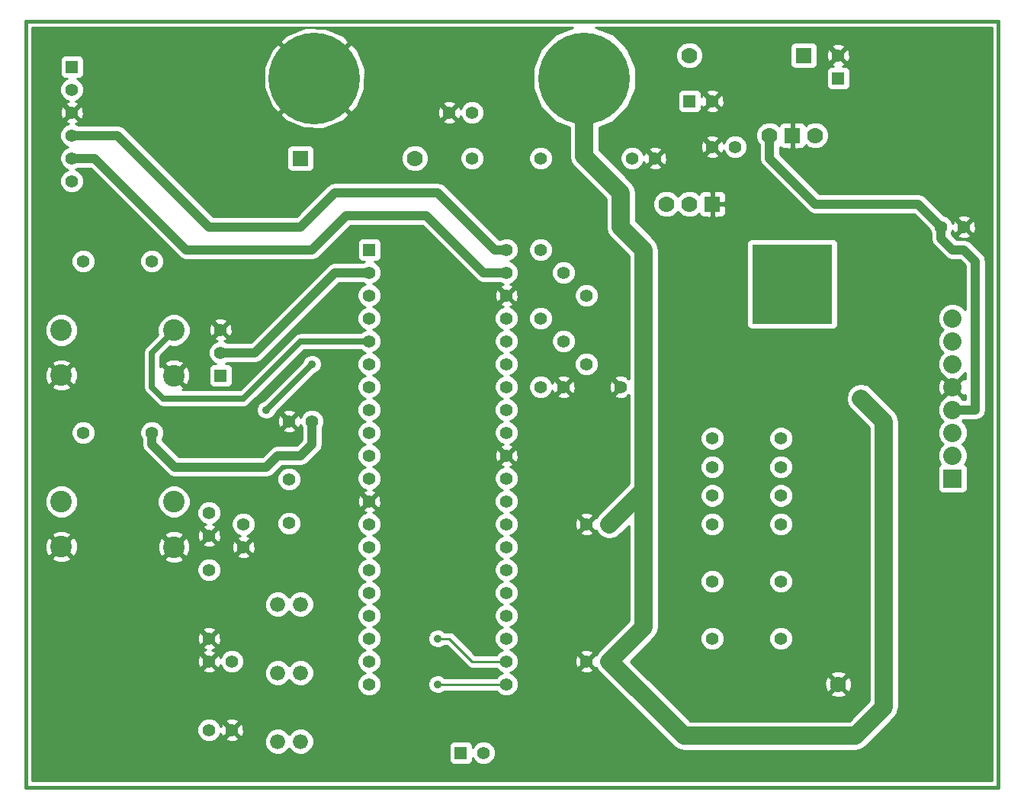
<source format=gbl>
G04 (created by PCBNEW-RS274X (2010-03-14)-final) date Sun 26 Sep 2010 04:53:47 PM PDT*
G01*
G70*
G90*
%MOIN*%
G04 Gerber Fmt 3.4, Leading zero omitted, Abs format*
%FSLAX34Y34*%
G04 APERTURE LIST*
%ADD10C,0.006000*%
%ADD11C,0.015000*%
%ADD12C,0.400000*%
%ADD13C,0.055000*%
%ADD14R,0.055000X0.055000*%
%ADD15C,0.070000*%
%ADD16R,0.070000X0.070000*%
%ADD17R,0.350000X0.350000*%
%ADD18C,0.066000*%
%ADD19R,0.080000X0.080000*%
%ADD20C,0.080000*%
%ADD21C,0.094500*%
%ADD22C,0.035000*%
%ADD23C,0.060000*%
%ADD24C,0.040000*%
%ADD25C,0.025000*%
%ADD26C,0.010000*%
%ADD27C,0.080000*%
G04 APERTURE END LIST*
G54D10*
G54D11*
X21000Y-28000D02*
X27500Y-28000D01*
X21000Y-61500D02*
X21000Y-28000D01*
X27500Y-61500D02*
X21000Y-61500D01*
X63500Y-61500D02*
X27500Y-61500D01*
X63500Y-28000D02*
X63500Y-61500D01*
X27500Y-28000D02*
X63500Y-28000D01*
X21000Y-61500D02*
X21000Y-28000D01*
G54D12*
X45400Y-30500D03*
X33600Y-30500D03*
G54D13*
X29000Y-49500D03*
X29000Y-50500D03*
X30500Y-50000D03*
X30500Y-51000D03*
X33500Y-45500D03*
X32500Y-45500D03*
X61000Y-37000D03*
X62000Y-37000D03*
X52000Y-33500D03*
X51000Y-33500D03*
X46500Y-50000D03*
X45500Y-50000D03*
X43500Y-44000D03*
X44500Y-44000D03*
X47500Y-34000D03*
X48500Y-34000D03*
X48000Y-44000D03*
X47000Y-44000D03*
X46500Y-56000D03*
X45500Y-56000D03*
G54D14*
X56500Y-30500D03*
G54D13*
X56500Y-29500D03*
G54D14*
X50000Y-31500D03*
G54D13*
X51000Y-31500D03*
G54D15*
X38000Y-34000D03*
G54D16*
X33000Y-34000D03*
G54D15*
X50000Y-29500D03*
G54D16*
X55000Y-29500D03*
G54D14*
X36000Y-38000D03*
G54D13*
X36000Y-39000D03*
X36000Y-40000D03*
X36000Y-41000D03*
X36000Y-42000D03*
X36000Y-43000D03*
X36000Y-44000D03*
X36000Y-45000D03*
X36000Y-46000D03*
X36000Y-47000D03*
X36000Y-48000D03*
X36000Y-49000D03*
X36000Y-50000D03*
X36000Y-51000D03*
X36000Y-52000D03*
X36000Y-53000D03*
X36000Y-54000D03*
X36000Y-55000D03*
X36000Y-56000D03*
X36000Y-57000D03*
X42000Y-57000D03*
X42000Y-56000D03*
X42000Y-55000D03*
X42000Y-54000D03*
X42000Y-53000D03*
X42000Y-52000D03*
X42000Y-51000D03*
X42000Y-50000D03*
X42000Y-49000D03*
X42000Y-48000D03*
X42000Y-47000D03*
X42000Y-46000D03*
X42000Y-45000D03*
X42000Y-44000D03*
X42000Y-43000D03*
X42000Y-42000D03*
X42000Y-41000D03*
X42000Y-40000D03*
X42000Y-39000D03*
X42000Y-38000D03*
X32500Y-48035D03*
X32500Y-49965D03*
X54000Y-52500D03*
X51000Y-52500D03*
X43500Y-34000D03*
X40500Y-34000D03*
X54000Y-46250D03*
X51000Y-46250D03*
X54000Y-47500D03*
X51000Y-47500D03*
X54000Y-48750D03*
X51000Y-48750D03*
X54000Y-50000D03*
X51000Y-50000D03*
X54000Y-55000D03*
X51000Y-55000D03*
G54D14*
X40000Y-60000D03*
G54D13*
X41000Y-60000D03*
G54D14*
X23000Y-30000D03*
G54D13*
X23000Y-31000D03*
X23000Y-32000D03*
X23000Y-33000D03*
X23000Y-34000D03*
X23000Y-35000D03*
G54D15*
X49000Y-36000D03*
X50000Y-36000D03*
G54D16*
X51000Y-36000D03*
G54D17*
X54500Y-39500D03*
G54D15*
X55500Y-33000D03*
G54D16*
X54500Y-33000D03*
G54D15*
X53500Y-33000D03*
G54D13*
X40500Y-32000D03*
X39500Y-32000D03*
G54D18*
X33000Y-56500D03*
X32000Y-56500D03*
X33000Y-53500D03*
X32000Y-53500D03*
X33000Y-59500D03*
X32000Y-59500D03*
G54D13*
X29000Y-56000D03*
X29000Y-59000D03*
X30000Y-59000D03*
X30000Y-56000D03*
X29000Y-55000D03*
X29000Y-52000D03*
G54D14*
X29500Y-43500D03*
G54D13*
X29500Y-42500D03*
X29500Y-41500D03*
G54D16*
X58500Y-57000D03*
G54D15*
X56500Y-57000D03*
G54D13*
X44500Y-42000D03*
X44500Y-39000D03*
X45500Y-43000D03*
X45500Y-40000D03*
X43500Y-41000D03*
X43500Y-38000D03*
G54D19*
X61500Y-48000D03*
G54D20*
X61500Y-47000D03*
X61500Y-46000D03*
X61500Y-45000D03*
X61500Y-44000D03*
X61500Y-43000D03*
X61500Y-42000D03*
X61500Y-41000D03*
G54D13*
X26500Y-46000D03*
X23500Y-46000D03*
X26500Y-38500D03*
X23500Y-38500D03*
G54D21*
X22539Y-50984D03*
X22539Y-49016D03*
X27461Y-49016D03*
X27461Y-51000D03*
X22539Y-43484D03*
X22539Y-41516D03*
X27461Y-41516D03*
X27461Y-43500D03*
G54D22*
X38000Y-59000D03*
G54D23*
X55500Y-47000D03*
X45750Y-45750D03*
X45750Y-47750D03*
X45750Y-51750D03*
X45750Y-53750D03*
X49500Y-55500D03*
X49500Y-49500D03*
X55000Y-44000D03*
X55500Y-51000D03*
G54D22*
X33500Y-43000D03*
X31500Y-45000D03*
X39000Y-55000D03*
X39000Y-57000D03*
G54D23*
X58500Y-54000D03*
X58500Y-50000D03*
X57500Y-44500D03*
G54D24*
X26500Y-46000D02*
X26500Y-46500D01*
X33500Y-46500D02*
X33500Y-45500D01*
X33000Y-47000D02*
X33500Y-46500D01*
X32000Y-47000D02*
X33000Y-47000D01*
X31500Y-47500D02*
X32000Y-47000D01*
X27500Y-47500D02*
X31500Y-47500D01*
X26500Y-46500D02*
X27500Y-47500D01*
X61000Y-37500D02*
X61000Y-37000D01*
X61500Y-38000D02*
X61000Y-37500D01*
X62000Y-38000D02*
X61500Y-38000D01*
X62500Y-38500D02*
X62000Y-38000D01*
X53500Y-33000D02*
X53500Y-34000D01*
X60000Y-36000D02*
X61000Y-37000D01*
X55500Y-36000D02*
X60000Y-36000D01*
X53500Y-34000D02*
X55500Y-36000D01*
X62500Y-45000D02*
X62500Y-38500D01*
X61500Y-45000D02*
X62500Y-45000D01*
G54D25*
X45750Y-45750D02*
X44500Y-45750D01*
X44500Y-47750D02*
X45750Y-47750D01*
X44500Y-54250D02*
X45250Y-54250D01*
X45250Y-54250D02*
X45750Y-53750D01*
X31500Y-45000D02*
X33500Y-43000D01*
G54D24*
X34500Y-39000D02*
X36000Y-39000D01*
X29500Y-42500D02*
X31000Y-42500D01*
X31000Y-42500D02*
X34500Y-39000D01*
X23000Y-34000D02*
X24000Y-34000D01*
X35000Y-36500D02*
X38500Y-36500D01*
X29500Y-38000D02*
X33500Y-38000D01*
X33500Y-38000D02*
X35000Y-36500D01*
X41000Y-39000D02*
X42000Y-39000D01*
X38500Y-36500D02*
X41000Y-39000D01*
X28000Y-38000D02*
X29500Y-38000D01*
X24000Y-34000D02*
X28000Y-38000D01*
X29500Y-37000D02*
X29000Y-37000D01*
X34500Y-35500D02*
X39000Y-35500D01*
X42000Y-38000D02*
X41500Y-38000D01*
X33000Y-37000D02*
X34500Y-35500D01*
X29500Y-37000D02*
X33000Y-37000D01*
X39000Y-35500D02*
X41500Y-38000D01*
X25000Y-33000D02*
X23000Y-33000D01*
X29000Y-37000D02*
X25000Y-33000D01*
G54D25*
X27461Y-41516D02*
X27461Y-41539D01*
X33000Y-42000D02*
X36000Y-42000D01*
X30500Y-44500D02*
X33000Y-42000D01*
X27000Y-44500D02*
X30500Y-44500D01*
X26500Y-44000D02*
X27000Y-44500D01*
X26500Y-42500D02*
X26500Y-44000D01*
X27461Y-41539D02*
X26500Y-42500D01*
G54D26*
X42000Y-56000D02*
X40500Y-56000D01*
X39500Y-55000D02*
X39000Y-55000D01*
X40500Y-56000D02*
X39500Y-55000D01*
X42000Y-57000D02*
X39000Y-57000D01*
G54D27*
X45400Y-30500D02*
X45400Y-33900D01*
X48000Y-38000D02*
X48000Y-44000D01*
X47000Y-37000D02*
X48000Y-38000D01*
X47000Y-35500D02*
X47000Y-37000D01*
X45400Y-33900D02*
X47000Y-35500D01*
X46500Y-56000D02*
X47750Y-57250D01*
X58500Y-58000D02*
X58500Y-57000D01*
X57250Y-59250D02*
X58500Y-58000D01*
X49750Y-59250D02*
X57250Y-59250D01*
X47750Y-57250D02*
X49750Y-59250D01*
X48000Y-48500D02*
X48000Y-54500D01*
X48000Y-54500D02*
X46500Y-56000D01*
X48000Y-44000D02*
X48000Y-48500D01*
X48000Y-48500D02*
X46500Y-50000D01*
X58500Y-45500D02*
X58500Y-50000D01*
X58500Y-50000D02*
X58500Y-54000D01*
X58500Y-54000D02*
X58500Y-57000D01*
X57500Y-44500D02*
X58500Y-45500D01*
G54D26*
X21275Y-28275D02*
X44893Y-28275D01*
X45906Y-28275D02*
X63225Y-28275D01*
X21275Y-28355D02*
X33027Y-28355D01*
X34199Y-28355D02*
X44700Y-28355D01*
X46100Y-28355D02*
X63225Y-28355D01*
X21275Y-28435D02*
X32824Y-28435D01*
X34383Y-28435D02*
X44507Y-28435D01*
X46293Y-28435D02*
X63225Y-28435D01*
X21275Y-28515D02*
X32621Y-28515D01*
X34567Y-28515D02*
X44314Y-28515D01*
X46486Y-28515D02*
X63225Y-28515D01*
X21275Y-28595D02*
X32418Y-28595D01*
X34751Y-28595D02*
X44124Y-28595D01*
X46677Y-28595D02*
X63225Y-28595D01*
X21275Y-28675D02*
X32300Y-28675D01*
X34901Y-28675D02*
X44044Y-28675D01*
X46757Y-28675D02*
X63225Y-28675D01*
X21275Y-28755D02*
X32230Y-28755D01*
X34971Y-28755D02*
X43964Y-28755D01*
X46837Y-28755D02*
X63225Y-28755D01*
X21275Y-28835D02*
X32161Y-28835D01*
X35040Y-28835D02*
X43884Y-28835D01*
X46917Y-28835D02*
X63225Y-28835D01*
X21275Y-28915D02*
X32092Y-28915D01*
X35109Y-28915D02*
X43804Y-28915D01*
X46997Y-28915D02*
X49848Y-28915D01*
X50153Y-28915D02*
X54568Y-28915D01*
X55434Y-28915D02*
X63225Y-28915D01*
X21275Y-28995D02*
X32012Y-28995D01*
X32024Y-28995D02*
X32166Y-28995D01*
X35034Y-28995D02*
X35176Y-28995D01*
X35189Y-28995D02*
X43724Y-28995D01*
X47077Y-28995D02*
X49658Y-28995D01*
X50342Y-28995D02*
X54453Y-28995D01*
X55547Y-28995D02*
X56363Y-28995D01*
X56615Y-28995D02*
X63225Y-28995D01*
X21275Y-29075D02*
X31919Y-29075D01*
X32104Y-29075D02*
X32246Y-29075D01*
X34954Y-29075D02*
X35096Y-29075D01*
X35282Y-29075D02*
X43644Y-29075D01*
X47157Y-29075D02*
X49578Y-29075D01*
X50422Y-29075D02*
X54412Y-29075D01*
X55589Y-29075D02*
X56227Y-29075D01*
X56774Y-29075D02*
X63225Y-29075D01*
X21275Y-29155D02*
X31827Y-29155D01*
X32184Y-29155D02*
X32326Y-29155D01*
X34874Y-29155D02*
X35016Y-29155D01*
X35374Y-29155D02*
X43564Y-29155D01*
X47237Y-29155D02*
X49498Y-29155D01*
X50502Y-29155D02*
X54401Y-29155D01*
X55599Y-29155D02*
X56226Y-29155D01*
X56774Y-29155D02*
X63225Y-29155D01*
X21275Y-29235D02*
X31746Y-29235D01*
X32264Y-29235D02*
X32406Y-29235D01*
X34794Y-29235D02*
X34936Y-29235D01*
X35459Y-29235D02*
X43490Y-29235D01*
X47312Y-29235D02*
X49462Y-29235D01*
X50539Y-29235D02*
X54401Y-29235D01*
X55599Y-29235D02*
X56048Y-29235D01*
X56164Y-29235D02*
X56306Y-29235D01*
X56694Y-29235D02*
X56836Y-29235D01*
X56953Y-29235D02*
X63225Y-29235D01*
X21275Y-29315D02*
X31711Y-29315D01*
X32344Y-29315D02*
X32486Y-29315D01*
X34714Y-29315D02*
X34856Y-29315D01*
X35505Y-29315D02*
X43457Y-29315D01*
X47345Y-29315D02*
X49429Y-29315D01*
X50572Y-29315D02*
X54401Y-29315D01*
X55599Y-29315D02*
X56020Y-29315D01*
X56244Y-29315D02*
X56386Y-29315D01*
X56614Y-29315D02*
X56756Y-29315D01*
X56986Y-29315D02*
X63225Y-29315D01*
X21275Y-29395D02*
X31676Y-29395D01*
X32424Y-29395D02*
X32566Y-29395D01*
X34634Y-29395D02*
X34776Y-29395D01*
X35536Y-29395D02*
X43424Y-29395D01*
X47378Y-29395D02*
X49401Y-29395D01*
X50599Y-29395D02*
X54401Y-29395D01*
X55599Y-29395D02*
X55992Y-29395D01*
X56324Y-29395D02*
X56466Y-29395D01*
X56534Y-29395D02*
X56676Y-29395D01*
X57010Y-29395D02*
X63225Y-29395D01*
X21275Y-29475D02*
X31641Y-29475D01*
X32504Y-29475D02*
X32646Y-29475D01*
X34554Y-29475D02*
X34696Y-29475D01*
X35568Y-29475D02*
X43390Y-29475D01*
X47411Y-29475D02*
X49401Y-29475D01*
X50599Y-29475D02*
X54401Y-29475D01*
X55599Y-29475D02*
X55983Y-29475D01*
X56404Y-29475D02*
X56596Y-29475D01*
X57014Y-29475D02*
X63225Y-29475D01*
X21275Y-29555D02*
X22543Y-29555D01*
X23457Y-29555D02*
X31606Y-29555D01*
X32584Y-29555D02*
X32726Y-29555D01*
X34474Y-29555D02*
X34616Y-29555D01*
X35599Y-29555D02*
X43357Y-29555D01*
X47444Y-29555D02*
X49401Y-29555D01*
X50599Y-29555D02*
X54401Y-29555D01*
X55599Y-29555D02*
X55987Y-29555D01*
X56374Y-29555D02*
X56626Y-29555D01*
X57018Y-29555D02*
X63225Y-29555D01*
X21275Y-29635D02*
X22493Y-29635D01*
X23508Y-29635D02*
X31571Y-29635D01*
X32664Y-29635D02*
X32806Y-29635D01*
X34394Y-29635D02*
X34536Y-29635D01*
X35631Y-29635D02*
X43324Y-29635D01*
X47477Y-29635D02*
X49407Y-29635D01*
X50592Y-29635D02*
X54401Y-29635D01*
X55599Y-29635D02*
X55994Y-29635D01*
X56294Y-29635D02*
X56436Y-29635D01*
X56564Y-29635D02*
X56706Y-29635D01*
X56997Y-29635D02*
X63225Y-29635D01*
X21275Y-29715D02*
X22476Y-29715D01*
X23524Y-29715D02*
X31537Y-29715D01*
X32744Y-29715D02*
X32886Y-29715D01*
X34314Y-29715D02*
X34456Y-29715D01*
X35662Y-29715D02*
X43291Y-29715D01*
X47510Y-29715D02*
X49440Y-29715D01*
X50559Y-29715D02*
X54401Y-29715D01*
X55599Y-29715D02*
X56026Y-29715D01*
X56214Y-29715D02*
X56356Y-29715D01*
X56644Y-29715D02*
X56786Y-29715D01*
X56970Y-29715D02*
X63225Y-29715D01*
X21275Y-29795D02*
X22476Y-29795D01*
X23524Y-29795D02*
X31502Y-29795D01*
X32824Y-29795D02*
X32966Y-29795D01*
X34234Y-29795D02*
X34376Y-29795D01*
X35694Y-29795D02*
X43258Y-29795D01*
X47543Y-29795D02*
X49473Y-29795D01*
X50526Y-29795D02*
X54401Y-29795D01*
X55599Y-29795D02*
X56276Y-29795D01*
X56724Y-29795D02*
X63225Y-29795D01*
X21275Y-29875D02*
X22476Y-29875D01*
X23524Y-29875D02*
X31467Y-29875D01*
X32904Y-29875D02*
X33046Y-29875D01*
X34154Y-29875D02*
X34296Y-29875D01*
X35725Y-29875D02*
X43224Y-29875D01*
X47576Y-29875D02*
X49528Y-29875D01*
X50472Y-29875D02*
X54401Y-29875D01*
X55599Y-29875D02*
X56213Y-29875D01*
X56786Y-29875D02*
X63225Y-29875D01*
X21275Y-29955D02*
X22476Y-29955D01*
X23524Y-29955D02*
X31432Y-29955D01*
X32984Y-29955D02*
X33126Y-29955D01*
X34074Y-29955D02*
X34216Y-29955D01*
X35757Y-29955D02*
X43191Y-29955D01*
X47610Y-29955D02*
X49608Y-29955D01*
X50392Y-29955D02*
X54424Y-29955D01*
X55576Y-29955D02*
X56241Y-29955D01*
X56759Y-29955D02*
X63225Y-29955D01*
X21275Y-30035D02*
X22476Y-30035D01*
X23524Y-30035D02*
X31402Y-30035D01*
X33064Y-30035D02*
X33206Y-30035D01*
X33994Y-30035D02*
X34136Y-30035D01*
X35788Y-30035D02*
X43158Y-30035D01*
X47643Y-30035D02*
X49726Y-30035D01*
X50273Y-30035D02*
X54483Y-30035D01*
X55517Y-30035D02*
X56063Y-30035D01*
X56937Y-30035D02*
X63225Y-30035D01*
X21275Y-30115D02*
X22476Y-30115D01*
X23524Y-30115D02*
X31401Y-30115D01*
X33144Y-30115D02*
X33286Y-30115D01*
X33914Y-30115D02*
X34056Y-30115D01*
X35812Y-30115D02*
X43151Y-30115D01*
X47649Y-30115D02*
X56002Y-30115D01*
X56999Y-30115D02*
X63225Y-30115D01*
X21275Y-30195D02*
X22476Y-30195D01*
X23524Y-30195D02*
X31400Y-30195D01*
X33224Y-30195D02*
X33366Y-30195D01*
X33834Y-30195D02*
X33976Y-30195D01*
X35811Y-30195D02*
X43151Y-30195D01*
X47649Y-30195D02*
X55976Y-30195D01*
X57024Y-30195D02*
X63225Y-30195D01*
X21275Y-30275D02*
X22476Y-30275D01*
X23524Y-30275D02*
X31398Y-30275D01*
X33304Y-30275D02*
X33446Y-30275D01*
X33754Y-30275D02*
X33896Y-30275D01*
X35809Y-30275D02*
X43151Y-30275D01*
X47649Y-30275D02*
X55976Y-30275D01*
X57024Y-30275D02*
X63225Y-30275D01*
X21275Y-30355D02*
X22488Y-30355D01*
X23511Y-30355D02*
X31397Y-30355D01*
X33384Y-30355D02*
X33526Y-30355D01*
X33674Y-30355D02*
X33816Y-30355D01*
X35808Y-30355D02*
X43151Y-30355D01*
X47649Y-30355D02*
X55976Y-30355D01*
X57024Y-30355D02*
X63225Y-30355D01*
X21275Y-30435D02*
X22533Y-30435D01*
X23467Y-30435D02*
X31395Y-30435D01*
X33464Y-30435D02*
X33736Y-30435D01*
X35807Y-30435D02*
X43151Y-30435D01*
X47649Y-30435D02*
X55976Y-30435D01*
X57024Y-30435D02*
X63225Y-30435D01*
X21275Y-30515D02*
X22653Y-30515D01*
X23345Y-30515D02*
X31394Y-30515D01*
X33514Y-30515D02*
X33686Y-30515D01*
X35805Y-30515D02*
X43151Y-30515D01*
X47649Y-30515D02*
X55976Y-30515D01*
X57024Y-30515D02*
X63225Y-30515D01*
X21275Y-30595D02*
X22663Y-30595D01*
X23338Y-30595D02*
X31393Y-30595D01*
X33434Y-30595D02*
X33576Y-30595D01*
X33624Y-30595D02*
X33766Y-30595D01*
X35804Y-30595D02*
X43151Y-30595D01*
X47649Y-30595D02*
X55976Y-30595D01*
X57024Y-30595D02*
X63225Y-30595D01*
X21275Y-30675D02*
X22583Y-30675D01*
X23418Y-30675D02*
X31391Y-30675D01*
X33354Y-30675D02*
X33496Y-30675D01*
X33704Y-30675D02*
X33846Y-30675D01*
X35803Y-30675D02*
X43151Y-30675D01*
X47649Y-30675D02*
X55976Y-30675D01*
X57024Y-30675D02*
X63225Y-30675D01*
X21275Y-30755D02*
X22534Y-30755D01*
X23467Y-30755D02*
X31390Y-30755D01*
X33274Y-30755D02*
X33416Y-30755D01*
X33784Y-30755D02*
X33926Y-30755D01*
X35801Y-30755D02*
X43151Y-30755D01*
X47649Y-30755D02*
X55976Y-30755D01*
X57024Y-30755D02*
X63225Y-30755D01*
X21275Y-30835D02*
X22500Y-30835D01*
X23500Y-30835D02*
X31389Y-30835D01*
X33194Y-30835D02*
X33336Y-30835D01*
X33864Y-30835D02*
X34006Y-30835D01*
X35800Y-30835D02*
X43151Y-30835D01*
X47649Y-30835D02*
X55980Y-30835D01*
X57019Y-30835D02*
X63225Y-30835D01*
X21275Y-30915D02*
X22475Y-30915D01*
X23525Y-30915D02*
X31392Y-30915D01*
X33114Y-30915D02*
X33256Y-30915D01*
X33944Y-30915D02*
X34086Y-30915D01*
X35799Y-30915D02*
X43151Y-30915D01*
X47649Y-30915D02*
X56013Y-30915D01*
X56986Y-30915D02*
X63225Y-30915D01*
X21275Y-30995D02*
X22475Y-30995D01*
X23525Y-30995D02*
X31424Y-30995D01*
X33034Y-30995D02*
X33176Y-30995D01*
X34024Y-30995D02*
X34166Y-30995D01*
X35790Y-30995D02*
X43170Y-30995D01*
X47629Y-30995D02*
X49630Y-30995D01*
X50371Y-30995D02*
X50863Y-30995D01*
X51115Y-30995D02*
X56105Y-30995D01*
X56894Y-30995D02*
X63225Y-30995D01*
X21275Y-31075D02*
X22475Y-31075D01*
X23525Y-31075D02*
X31455Y-31075D01*
X32954Y-31075D02*
X33096Y-31075D01*
X34104Y-31075D02*
X34246Y-31075D01*
X35755Y-31075D02*
X43203Y-31075D01*
X47596Y-31075D02*
X49523Y-31075D01*
X50477Y-31075D02*
X50727Y-31075D01*
X51274Y-31075D02*
X63225Y-31075D01*
X21275Y-31155D02*
X22496Y-31155D01*
X23504Y-31155D02*
X31487Y-31155D01*
X32874Y-31155D02*
X33016Y-31155D01*
X34184Y-31155D02*
X34326Y-31155D01*
X35720Y-31155D02*
X43236Y-31155D01*
X47563Y-31155D02*
X49485Y-31155D01*
X50516Y-31155D02*
X50726Y-31155D01*
X51274Y-31155D02*
X63225Y-31155D01*
X21275Y-31235D02*
X22529Y-31235D01*
X23471Y-31235D02*
X31518Y-31235D01*
X32794Y-31235D02*
X32936Y-31235D01*
X34264Y-31235D02*
X34406Y-31235D01*
X35685Y-31235D02*
X43269Y-31235D01*
X47530Y-31235D02*
X49476Y-31235D01*
X50524Y-31235D02*
X50548Y-31235D01*
X50664Y-31235D02*
X50806Y-31235D01*
X51194Y-31235D02*
X51336Y-31235D01*
X51453Y-31235D02*
X63225Y-31235D01*
X21275Y-31315D02*
X22572Y-31315D01*
X23427Y-31315D02*
X31550Y-31315D01*
X32714Y-31315D02*
X32856Y-31315D01*
X34344Y-31315D02*
X34486Y-31315D01*
X35650Y-31315D02*
X43302Y-31315D01*
X47497Y-31315D02*
X49476Y-31315D01*
X50744Y-31315D02*
X50886Y-31315D01*
X51114Y-31315D02*
X51256Y-31315D01*
X51486Y-31315D02*
X63225Y-31315D01*
X21275Y-31395D02*
X22652Y-31395D01*
X23347Y-31395D02*
X31581Y-31395D01*
X32634Y-31395D02*
X32776Y-31395D01*
X34424Y-31395D02*
X34566Y-31395D01*
X35616Y-31395D02*
X43335Y-31395D01*
X47464Y-31395D02*
X49476Y-31395D01*
X50824Y-31395D02*
X50966Y-31395D01*
X51034Y-31395D02*
X51176Y-31395D01*
X51510Y-31395D02*
X63225Y-31395D01*
X21275Y-31475D02*
X22774Y-31475D01*
X23223Y-31475D02*
X31613Y-31475D01*
X32554Y-31475D02*
X32696Y-31475D01*
X34504Y-31475D02*
X34646Y-31475D01*
X35581Y-31475D02*
X40396Y-31475D01*
X40605Y-31475D02*
X43368Y-31475D01*
X47430Y-31475D02*
X49476Y-31475D01*
X50904Y-31475D02*
X51096Y-31475D01*
X51514Y-31475D02*
X63225Y-31475D01*
X21275Y-31555D02*
X22732Y-31555D01*
X23269Y-31555D02*
X31644Y-31555D01*
X32474Y-31555D02*
X32616Y-31555D01*
X34584Y-31555D02*
X34726Y-31555D01*
X35546Y-31555D02*
X39232Y-31555D01*
X39769Y-31555D02*
X40203Y-31555D01*
X40798Y-31555D02*
X43401Y-31555D01*
X47397Y-31555D02*
X49476Y-31555D01*
X50874Y-31555D02*
X51126Y-31555D01*
X51518Y-31555D02*
X63225Y-31555D01*
X21275Y-31635D02*
X22712Y-31635D01*
X23289Y-31635D02*
X31676Y-31635D01*
X32394Y-31635D02*
X32536Y-31635D01*
X34664Y-31635D02*
X34806Y-31635D01*
X35511Y-31635D02*
X39212Y-31635D01*
X39789Y-31635D02*
X40123Y-31635D01*
X40878Y-31635D02*
X43434Y-31635D01*
X47364Y-31635D02*
X49476Y-31635D01*
X50794Y-31635D02*
X50936Y-31635D01*
X51064Y-31635D02*
X51206Y-31635D01*
X51497Y-31635D02*
X63225Y-31635D01*
X21275Y-31715D02*
X22620Y-31715D01*
X22644Y-31715D02*
X22786Y-31715D01*
X23214Y-31715D02*
X23356Y-31715D01*
X23381Y-31715D02*
X31707Y-31715D01*
X32314Y-31715D02*
X32456Y-31715D01*
X34744Y-31715D02*
X34886Y-31715D01*
X35476Y-31715D02*
X39120Y-31715D01*
X39144Y-31715D02*
X39286Y-31715D01*
X39714Y-31715D02*
X39856Y-31715D01*
X39881Y-31715D02*
X40050Y-31715D01*
X40950Y-31715D02*
X43468Y-31715D01*
X47331Y-31715D02*
X49476Y-31715D01*
X50524Y-31715D02*
X50526Y-31715D01*
X50714Y-31715D02*
X50856Y-31715D01*
X51144Y-31715D02*
X51286Y-31715D01*
X51470Y-31715D02*
X63225Y-31715D01*
X21275Y-31795D02*
X22527Y-31795D01*
X22724Y-31795D02*
X22866Y-31795D01*
X23134Y-31795D02*
X23276Y-31795D01*
X23478Y-31795D02*
X31768Y-31795D01*
X32234Y-31795D02*
X32376Y-31795D01*
X34824Y-31795D02*
X34966Y-31795D01*
X35431Y-31795D02*
X39027Y-31795D01*
X39224Y-31795D02*
X39366Y-31795D01*
X39634Y-31795D02*
X39776Y-31795D01*
X39978Y-31795D02*
X40016Y-31795D01*
X40984Y-31795D02*
X43513Y-31795D01*
X47286Y-31795D02*
X49476Y-31795D01*
X50524Y-31795D02*
X50776Y-31795D01*
X51224Y-31795D02*
X63225Y-31795D01*
X21275Y-31875D02*
X22499Y-31875D01*
X22804Y-31875D02*
X22946Y-31875D01*
X23054Y-31875D02*
X23196Y-31875D01*
X23509Y-31875D02*
X31860Y-31875D01*
X32154Y-31875D02*
X32296Y-31875D01*
X34904Y-31875D02*
X35046Y-31875D01*
X35339Y-31875D02*
X38999Y-31875D01*
X39304Y-31875D02*
X39446Y-31875D01*
X39554Y-31875D02*
X39696Y-31875D01*
X41017Y-31875D02*
X43593Y-31875D01*
X47206Y-31875D02*
X49497Y-31875D01*
X50503Y-31875D02*
X50713Y-31875D01*
X51286Y-31875D02*
X63225Y-31875D01*
X21275Y-31955D02*
X22482Y-31955D01*
X22884Y-31955D02*
X23116Y-31955D01*
X23513Y-31955D02*
X31953Y-31955D01*
X32074Y-31955D02*
X32216Y-31955D01*
X34984Y-31955D02*
X35126Y-31955D01*
X35246Y-31955D02*
X38982Y-31955D01*
X39384Y-31955D02*
X39616Y-31955D01*
X41025Y-31955D02*
X43673Y-31955D01*
X47126Y-31955D02*
X49553Y-31955D01*
X50447Y-31955D02*
X50741Y-31955D01*
X51259Y-31955D02*
X63225Y-31955D01*
X21275Y-32035D02*
X22486Y-32035D01*
X22894Y-32035D02*
X23106Y-32035D01*
X23517Y-32035D02*
X32136Y-32035D01*
X35064Y-32035D02*
X38986Y-32035D01*
X39394Y-32035D02*
X39606Y-32035D01*
X41025Y-32035D02*
X43753Y-32035D01*
X47046Y-32035D02*
X63225Y-32035D01*
X21275Y-32115D02*
X22491Y-32115D01*
X22814Y-32115D02*
X22956Y-32115D01*
X23044Y-32115D02*
X23186Y-32115D01*
X23504Y-32115D02*
X32117Y-32115D01*
X35082Y-32115D02*
X38991Y-32115D01*
X39314Y-32115D02*
X39456Y-32115D01*
X39544Y-32115D02*
X39686Y-32115D01*
X41020Y-32115D02*
X43833Y-32115D01*
X46966Y-32115D02*
X63225Y-32115D01*
X21275Y-32195D02*
X22518Y-32195D01*
X22734Y-32195D02*
X22876Y-32195D01*
X23124Y-32195D02*
X23266Y-32195D01*
X23476Y-32195D02*
X32186Y-32195D01*
X35013Y-32195D02*
X39018Y-32195D01*
X39234Y-32195D02*
X39376Y-32195D01*
X39624Y-32195D02*
X39766Y-32195D01*
X39976Y-32195D02*
X40012Y-32195D01*
X40987Y-32195D02*
X43913Y-32195D01*
X46886Y-32195D02*
X63225Y-32195D01*
X21275Y-32275D02*
X22579Y-32275D01*
X22654Y-32275D02*
X22796Y-32275D01*
X23204Y-32275D02*
X23346Y-32275D01*
X23420Y-32275D02*
X32255Y-32275D01*
X34944Y-32275D02*
X39079Y-32275D01*
X39154Y-32275D02*
X39296Y-32275D01*
X39704Y-32275D02*
X39846Y-32275D01*
X39920Y-32275D02*
X40045Y-32275D01*
X40954Y-32275D02*
X43993Y-32275D01*
X46806Y-32275D02*
X63225Y-32275D01*
X21275Y-32355D02*
X22716Y-32355D01*
X23284Y-32355D02*
X32335Y-32355D01*
X34870Y-32355D02*
X39216Y-32355D01*
X39784Y-32355D02*
X40112Y-32355D01*
X40887Y-32355D02*
X44073Y-32355D01*
X46726Y-32355D02*
X63225Y-32355D01*
X21275Y-32435D02*
X22728Y-32435D01*
X23271Y-32435D02*
X32518Y-32435D01*
X34706Y-32435D02*
X39228Y-32435D01*
X39771Y-32435D02*
X40192Y-32435D01*
X40807Y-32435D02*
X44194Y-32435D01*
X46607Y-32435D02*
X53299Y-32435D01*
X53702Y-32435D02*
X54019Y-32435D01*
X54423Y-32435D02*
X54577Y-32435D01*
X54982Y-32435D02*
X55299Y-32435D01*
X55702Y-32435D02*
X63225Y-32435D01*
X21275Y-32515D02*
X22799Y-32515D01*
X23203Y-32515D02*
X32702Y-32515D01*
X34503Y-32515D02*
X39414Y-32515D01*
X39500Y-32515D02*
X40370Y-32515D01*
X40628Y-32515D02*
X44387Y-32515D01*
X46413Y-32515D02*
X53138Y-32515D01*
X53862Y-32515D02*
X53937Y-32515D01*
X54450Y-32515D02*
X54550Y-32515D01*
X55064Y-32515D02*
X55138Y-32515D01*
X55862Y-32515D02*
X63225Y-32515D01*
X21275Y-32595D02*
X22663Y-32595D01*
X25190Y-32595D02*
X32886Y-32595D01*
X34300Y-32595D02*
X44580Y-32595D01*
X46219Y-32595D02*
X53058Y-32595D01*
X54450Y-32595D02*
X54550Y-32595D01*
X55942Y-32595D02*
X63225Y-32595D01*
X21275Y-32675D02*
X22582Y-32675D01*
X25308Y-32675D02*
X33070Y-32675D01*
X34097Y-32675D02*
X44750Y-32675D01*
X46050Y-32675D02*
X52987Y-32675D01*
X54450Y-32675D02*
X54550Y-32675D01*
X56014Y-32675D02*
X63225Y-32675D01*
X21275Y-32755D02*
X22534Y-32755D01*
X25391Y-32755D02*
X44750Y-32755D01*
X46050Y-32755D02*
X52954Y-32755D01*
X54450Y-32755D02*
X54550Y-32755D01*
X56047Y-32755D02*
X63225Y-32755D01*
X21275Y-32835D02*
X22500Y-32835D01*
X25471Y-32835D02*
X44750Y-32835D01*
X46050Y-32835D02*
X52921Y-32835D01*
X54450Y-32835D02*
X54550Y-32835D01*
X56080Y-32835D02*
X63225Y-32835D01*
X21275Y-32915D02*
X22475Y-32915D01*
X25551Y-32915D02*
X44750Y-32915D01*
X46050Y-32915D02*
X52901Y-32915D01*
X54450Y-32915D02*
X54550Y-32915D01*
X56099Y-32915D02*
X63225Y-32915D01*
X21275Y-32995D02*
X22475Y-32995D01*
X25631Y-32995D02*
X44750Y-32995D01*
X46050Y-32995D02*
X50863Y-32995D01*
X51115Y-32995D02*
X51848Y-32995D01*
X52154Y-32995D02*
X52901Y-32995D01*
X54450Y-32995D02*
X54550Y-32995D01*
X56099Y-32995D02*
X63225Y-32995D01*
X21275Y-33075D02*
X22475Y-33075D01*
X25711Y-33075D02*
X44750Y-33075D01*
X46050Y-33075D02*
X50727Y-33075D01*
X51274Y-33075D02*
X51683Y-33075D01*
X52318Y-33075D02*
X52901Y-33075D01*
X54450Y-33075D02*
X54550Y-33075D01*
X56099Y-33075D02*
X63225Y-33075D01*
X21275Y-33155D02*
X22496Y-33155D01*
X25791Y-33155D02*
X44750Y-33155D01*
X46050Y-33155D02*
X50726Y-33155D01*
X51274Y-33155D02*
X51603Y-33155D01*
X52398Y-33155D02*
X52915Y-33155D01*
X54450Y-33155D02*
X54550Y-33155D01*
X56084Y-33155D02*
X63225Y-33155D01*
X21275Y-33235D02*
X22529Y-33235D01*
X25871Y-33235D02*
X44750Y-33235D01*
X46050Y-33235D02*
X50548Y-33235D01*
X50664Y-33235D02*
X50806Y-33235D01*
X51194Y-33235D02*
X51336Y-33235D01*
X51453Y-33235D02*
X51542Y-33235D01*
X52459Y-33235D02*
X52948Y-33235D01*
X54450Y-33235D02*
X54550Y-33235D01*
X56051Y-33235D02*
X63225Y-33235D01*
X21275Y-33315D02*
X22572Y-33315D01*
X25951Y-33315D02*
X44750Y-33315D01*
X46050Y-33315D02*
X50520Y-33315D01*
X50744Y-33315D02*
X50886Y-33315D01*
X51114Y-33315D02*
X51256Y-33315D01*
X51486Y-33315D02*
X51508Y-33315D01*
X52492Y-33315D02*
X52982Y-33315D01*
X54450Y-33315D02*
X54550Y-33315D01*
X56017Y-33315D02*
X63225Y-33315D01*
X21275Y-33395D02*
X22652Y-33395D01*
X26031Y-33395D02*
X44750Y-33395D01*
X46050Y-33395D02*
X50492Y-33395D01*
X50824Y-33395D02*
X50966Y-33395D01*
X51034Y-33395D02*
X51176Y-33395D01*
X52525Y-33395D02*
X53048Y-33395D01*
X54450Y-33395D02*
X54550Y-33395D01*
X55952Y-33395D02*
X63225Y-33395D01*
X21275Y-33475D02*
X22774Y-33475D01*
X26111Y-33475D02*
X32473Y-33475D01*
X33527Y-33475D02*
X37703Y-33475D01*
X38298Y-33475D02*
X40395Y-33475D01*
X40605Y-33475D02*
X43396Y-33475D01*
X43605Y-33475D02*
X44750Y-33475D01*
X46050Y-33475D02*
X47396Y-33475D01*
X47605Y-33475D02*
X50483Y-33475D01*
X50904Y-33475D02*
X51096Y-33475D01*
X52525Y-33475D02*
X53050Y-33475D01*
X54450Y-33475D02*
X54550Y-33475D01*
X55067Y-33475D02*
X55128Y-33475D01*
X55872Y-33475D02*
X63225Y-33475D01*
X21275Y-33555D02*
X22703Y-33555D01*
X26191Y-33555D02*
X32420Y-33555D01*
X33580Y-33555D02*
X37598Y-33555D01*
X38402Y-33555D02*
X40203Y-33555D01*
X40798Y-33555D02*
X43203Y-33555D01*
X43798Y-33555D02*
X44750Y-33555D01*
X46050Y-33555D02*
X47203Y-33555D01*
X47798Y-33555D02*
X48232Y-33555D01*
X48769Y-33555D02*
X50487Y-33555D01*
X50874Y-33555D02*
X51126Y-33555D01*
X52525Y-33555D02*
X53050Y-33555D01*
X53950Y-33555D02*
X54003Y-33555D01*
X54433Y-33555D02*
X54567Y-33555D01*
X54997Y-33555D02*
X55274Y-33555D01*
X55725Y-33555D02*
X63225Y-33555D01*
X21275Y-33635D02*
X22623Y-33635D01*
X26271Y-33635D02*
X32401Y-33635D01*
X33599Y-33635D02*
X37518Y-33635D01*
X38482Y-33635D02*
X40123Y-33635D01*
X40878Y-33635D02*
X43123Y-33635D01*
X43878Y-33635D02*
X44750Y-33635D01*
X46055Y-33635D02*
X47123Y-33635D01*
X47878Y-33635D02*
X48212Y-33635D01*
X48789Y-33635D02*
X50494Y-33635D01*
X50794Y-33635D02*
X50936Y-33635D01*
X51064Y-33635D02*
X51206Y-33635D01*
X52512Y-33635D02*
X53050Y-33635D01*
X53950Y-33635D02*
X63225Y-33635D01*
X21275Y-33715D02*
X22550Y-33715D01*
X26351Y-33715D02*
X32401Y-33715D01*
X33599Y-33715D02*
X37470Y-33715D01*
X38531Y-33715D02*
X40050Y-33715D01*
X40950Y-33715D02*
X43050Y-33715D01*
X43950Y-33715D02*
X44750Y-33715D01*
X46135Y-33715D02*
X47050Y-33715D01*
X47950Y-33715D02*
X48120Y-33715D01*
X48144Y-33715D02*
X48286Y-33715D01*
X48714Y-33715D02*
X48856Y-33715D01*
X48881Y-33715D02*
X50526Y-33715D01*
X50714Y-33715D02*
X50856Y-33715D01*
X51144Y-33715D02*
X51286Y-33715D01*
X51469Y-33715D02*
X51520Y-33715D01*
X52479Y-33715D02*
X53050Y-33715D01*
X53950Y-33715D02*
X63225Y-33715D01*
X21275Y-33795D02*
X22517Y-33795D01*
X26431Y-33795D02*
X32401Y-33795D01*
X33599Y-33795D02*
X37437Y-33795D01*
X38564Y-33795D02*
X40017Y-33795D01*
X40984Y-33795D02*
X43017Y-33795D01*
X43984Y-33795D02*
X44750Y-33795D01*
X46215Y-33795D02*
X47017Y-33795D01*
X47983Y-33795D02*
X48026Y-33795D01*
X48224Y-33795D02*
X48366Y-33795D01*
X48634Y-33795D02*
X48776Y-33795D01*
X48978Y-33795D02*
X50776Y-33795D01*
X51224Y-33795D02*
X51554Y-33795D01*
X52446Y-33795D02*
X53050Y-33795D01*
X53950Y-33795D02*
X63225Y-33795D01*
X21275Y-33875D02*
X22484Y-33875D01*
X26511Y-33875D02*
X32401Y-33875D01*
X33599Y-33875D02*
X37404Y-33875D01*
X38597Y-33875D02*
X39984Y-33875D01*
X41017Y-33875D02*
X42984Y-33875D01*
X44017Y-33875D02*
X44750Y-33875D01*
X46295Y-33875D02*
X46984Y-33875D01*
X48304Y-33875D02*
X48446Y-33875D01*
X48554Y-33875D02*
X48696Y-33875D01*
X49009Y-33875D02*
X50713Y-33875D01*
X51286Y-33875D02*
X51632Y-33875D01*
X52367Y-33875D02*
X53050Y-33875D01*
X54012Y-33875D02*
X63225Y-33875D01*
X21275Y-33955D02*
X22475Y-33955D01*
X26591Y-33955D02*
X32401Y-33955D01*
X33599Y-33955D02*
X37401Y-33955D01*
X38599Y-33955D02*
X39975Y-33955D01*
X41025Y-33955D02*
X42975Y-33955D01*
X44025Y-33955D02*
X44760Y-33955D01*
X46375Y-33955D02*
X46975Y-33955D01*
X48384Y-33955D02*
X48616Y-33955D01*
X49013Y-33955D02*
X50741Y-33955D01*
X51259Y-33955D02*
X51726Y-33955D01*
X52272Y-33955D02*
X53050Y-33955D01*
X54092Y-33955D02*
X63225Y-33955D01*
X21275Y-34035D02*
X22475Y-34035D01*
X26671Y-34035D02*
X32401Y-34035D01*
X33599Y-34035D02*
X37401Y-34035D01*
X38599Y-34035D02*
X39975Y-34035D01*
X41025Y-34035D02*
X42975Y-34035D01*
X44025Y-34035D02*
X44776Y-34035D01*
X46455Y-34035D02*
X46975Y-34035D01*
X48394Y-34035D02*
X48606Y-34035D01*
X49017Y-34035D02*
X53056Y-34035D01*
X54172Y-34035D02*
X63225Y-34035D01*
X21275Y-34115D02*
X22479Y-34115D01*
X26751Y-34115D02*
X32401Y-34115D01*
X33599Y-34115D02*
X37401Y-34115D01*
X38599Y-34115D02*
X39979Y-34115D01*
X41020Y-34115D02*
X42979Y-34115D01*
X44020Y-34115D02*
X44792Y-34115D01*
X46535Y-34115D02*
X46979Y-34115D01*
X48314Y-34115D02*
X48456Y-34115D01*
X48544Y-34115D02*
X48686Y-34115D01*
X49004Y-34115D02*
X53072Y-34115D01*
X54252Y-34115D02*
X63225Y-34115D01*
X21275Y-34195D02*
X22512Y-34195D01*
X26831Y-34195D02*
X32401Y-34195D01*
X33599Y-34195D02*
X37432Y-34195D01*
X38567Y-34195D02*
X40012Y-34195D01*
X40987Y-34195D02*
X43012Y-34195D01*
X43987Y-34195D02*
X44829Y-34195D01*
X46615Y-34195D02*
X47012Y-34195D01*
X47987Y-34195D02*
X48018Y-34195D01*
X48234Y-34195D02*
X48376Y-34195D01*
X48624Y-34195D02*
X48766Y-34195D01*
X48976Y-34195D02*
X53098Y-34195D01*
X54332Y-34195D02*
X63225Y-34195D01*
X21275Y-34275D02*
X22545Y-34275D01*
X26911Y-34275D02*
X32401Y-34275D01*
X33599Y-34275D02*
X37465Y-34275D01*
X38534Y-34275D02*
X40045Y-34275D01*
X40954Y-34275D02*
X43045Y-34275D01*
X43954Y-34275D02*
X44883Y-34275D01*
X46695Y-34275D02*
X47045Y-34275D01*
X47954Y-34275D02*
X48079Y-34275D01*
X48154Y-34275D02*
X48296Y-34275D01*
X48704Y-34275D02*
X48846Y-34275D01*
X48920Y-34275D02*
X53152Y-34275D01*
X54412Y-34275D02*
X63225Y-34275D01*
X21275Y-34355D02*
X22612Y-34355D01*
X26991Y-34355D02*
X32401Y-34355D01*
X33599Y-34355D02*
X37508Y-34355D01*
X38492Y-34355D02*
X40112Y-34355D01*
X40887Y-34355D02*
X43112Y-34355D01*
X43887Y-34355D02*
X44936Y-34355D01*
X46775Y-34355D02*
X47112Y-34355D01*
X47887Y-34355D02*
X48216Y-34355D01*
X48784Y-34355D02*
X53218Y-34355D01*
X54492Y-34355D02*
X63225Y-34355D01*
X21275Y-34435D02*
X22692Y-34435D01*
X27071Y-34435D02*
X32415Y-34435D01*
X33584Y-34435D02*
X37588Y-34435D01*
X38412Y-34435D02*
X40192Y-34435D01*
X40807Y-34435D02*
X43192Y-34435D01*
X43807Y-34435D02*
X45015Y-34435D01*
X46855Y-34435D02*
X47192Y-34435D01*
X47807Y-34435D02*
X48228Y-34435D01*
X48771Y-34435D02*
X53298Y-34435D01*
X54572Y-34435D02*
X63225Y-34435D01*
X21275Y-34515D02*
X22799Y-34515D01*
X23203Y-34515D02*
X23878Y-34515D01*
X27151Y-34515D02*
X32463Y-34515D01*
X33537Y-34515D02*
X37677Y-34515D01*
X38322Y-34515D02*
X40370Y-34515D01*
X40628Y-34515D02*
X43370Y-34515D01*
X43628Y-34515D02*
X45095Y-34515D01*
X46935Y-34515D02*
X47370Y-34515D01*
X47628Y-34515D02*
X48414Y-34515D01*
X48500Y-34515D02*
X53378Y-34515D01*
X54652Y-34515D02*
X63225Y-34515D01*
X21275Y-34595D02*
X22663Y-34595D01*
X23338Y-34595D02*
X23958Y-34595D01*
X27231Y-34595D02*
X32590Y-34595D01*
X33408Y-34595D02*
X37871Y-34595D01*
X38128Y-34595D02*
X45175Y-34595D01*
X47015Y-34595D02*
X53458Y-34595D01*
X54732Y-34595D02*
X63225Y-34595D01*
X21275Y-34675D02*
X22583Y-34675D01*
X23418Y-34675D02*
X24038Y-34675D01*
X27311Y-34675D02*
X45255Y-34675D01*
X47095Y-34675D02*
X53538Y-34675D01*
X54812Y-34675D02*
X63225Y-34675D01*
X21275Y-34755D02*
X22534Y-34755D01*
X23467Y-34755D02*
X24118Y-34755D01*
X27391Y-34755D02*
X45335Y-34755D01*
X47175Y-34755D02*
X53618Y-34755D01*
X54892Y-34755D02*
X63225Y-34755D01*
X21275Y-34835D02*
X22500Y-34835D01*
X23500Y-34835D02*
X24198Y-34835D01*
X27471Y-34835D02*
X45415Y-34835D01*
X47255Y-34835D02*
X53698Y-34835D01*
X54972Y-34835D02*
X63225Y-34835D01*
X21275Y-34915D02*
X22475Y-34915D01*
X23525Y-34915D02*
X24278Y-34915D01*
X27551Y-34915D02*
X45495Y-34915D01*
X47335Y-34915D02*
X53778Y-34915D01*
X55052Y-34915D02*
X63225Y-34915D01*
X21275Y-34995D02*
X22475Y-34995D01*
X23525Y-34995D02*
X24358Y-34995D01*
X27631Y-34995D02*
X45575Y-34995D01*
X47415Y-34995D02*
X53858Y-34995D01*
X55132Y-34995D02*
X63225Y-34995D01*
X21275Y-35075D02*
X22475Y-35075D01*
X23525Y-35075D02*
X24438Y-35075D01*
X27711Y-35075D02*
X34371Y-35075D01*
X39129Y-35075D02*
X45655Y-35075D01*
X47484Y-35075D02*
X53938Y-35075D01*
X55212Y-35075D02*
X63225Y-35075D01*
X21275Y-35155D02*
X22496Y-35155D01*
X23504Y-35155D02*
X24518Y-35155D01*
X27791Y-35155D02*
X34222Y-35155D01*
X39279Y-35155D02*
X45735Y-35155D01*
X47537Y-35155D02*
X54018Y-35155D01*
X55292Y-35155D02*
X63225Y-35155D01*
X21275Y-35235D02*
X22529Y-35235D01*
X23471Y-35235D02*
X24598Y-35235D01*
X27871Y-35235D02*
X34128Y-35235D01*
X39372Y-35235D02*
X45815Y-35235D01*
X47591Y-35235D02*
X54098Y-35235D01*
X55372Y-35235D02*
X63225Y-35235D01*
X21275Y-35315D02*
X22572Y-35315D01*
X23427Y-35315D02*
X24678Y-35315D01*
X27951Y-35315D02*
X34048Y-35315D01*
X39452Y-35315D02*
X45895Y-35315D01*
X47614Y-35315D02*
X54178Y-35315D01*
X55452Y-35315D02*
X63225Y-35315D01*
X21275Y-35395D02*
X22652Y-35395D01*
X23347Y-35395D02*
X24758Y-35395D01*
X28031Y-35395D02*
X33969Y-35395D01*
X39532Y-35395D02*
X45975Y-35395D01*
X47630Y-35395D02*
X54258Y-35395D01*
X55532Y-35395D02*
X63225Y-35395D01*
X21275Y-35475D02*
X22774Y-35475D01*
X23224Y-35475D02*
X24838Y-35475D01*
X28111Y-35475D02*
X33889Y-35475D01*
X39612Y-35475D02*
X46055Y-35475D01*
X47646Y-35475D02*
X48702Y-35475D01*
X49298Y-35475D02*
X49702Y-35475D01*
X50298Y-35475D02*
X50473Y-35475D01*
X50950Y-35475D02*
X51050Y-35475D01*
X51527Y-35475D02*
X54338Y-35475D01*
X55612Y-35475D02*
X63225Y-35475D01*
X21275Y-35555D02*
X24918Y-35555D01*
X28191Y-35555D02*
X33809Y-35555D01*
X39692Y-35555D02*
X46135Y-35555D01*
X47650Y-35555D02*
X48598Y-35555D01*
X49403Y-35555D02*
X49598Y-35555D01*
X50402Y-35555D02*
X50420Y-35555D01*
X50950Y-35555D02*
X51050Y-35555D01*
X51580Y-35555D02*
X54418Y-35555D01*
X60026Y-35555D02*
X63225Y-35555D01*
X21275Y-35635D02*
X24998Y-35635D01*
X28271Y-35635D02*
X33729Y-35635D01*
X39772Y-35635D02*
X46215Y-35635D01*
X47650Y-35635D02*
X48518Y-35635D01*
X49483Y-35635D02*
X49518Y-35635D01*
X50950Y-35635D02*
X51050Y-35635D01*
X51600Y-35635D02*
X54498Y-35635D01*
X60249Y-35635D02*
X63225Y-35635D01*
X21275Y-35715D02*
X25078Y-35715D01*
X28351Y-35715D02*
X33649Y-35715D01*
X39852Y-35715D02*
X46295Y-35715D01*
X47650Y-35715D02*
X48470Y-35715D01*
X50950Y-35715D02*
X51050Y-35715D01*
X51600Y-35715D02*
X54578Y-35715D01*
X60351Y-35715D02*
X63225Y-35715D01*
X21275Y-35795D02*
X25158Y-35795D01*
X28431Y-35795D02*
X33569Y-35795D01*
X39932Y-35795D02*
X46350Y-35795D01*
X47650Y-35795D02*
X48437Y-35795D01*
X50950Y-35795D02*
X51050Y-35795D01*
X51600Y-35795D02*
X54658Y-35795D01*
X60431Y-35795D02*
X63225Y-35795D01*
X21275Y-35875D02*
X25238Y-35875D01*
X28511Y-35875D02*
X33489Y-35875D01*
X40012Y-35875D02*
X46350Y-35875D01*
X47650Y-35875D02*
X48404Y-35875D01*
X50950Y-35875D02*
X51050Y-35875D01*
X51600Y-35875D02*
X54738Y-35875D01*
X60511Y-35875D02*
X63225Y-35875D01*
X21275Y-35955D02*
X25318Y-35955D01*
X28591Y-35955D02*
X33409Y-35955D01*
X40092Y-35955D02*
X46350Y-35955D01*
X47650Y-35955D02*
X48401Y-35955D01*
X50950Y-35955D02*
X54818Y-35955D01*
X60591Y-35955D02*
X63225Y-35955D01*
X21275Y-36035D02*
X25398Y-36035D01*
X28671Y-36035D02*
X33329Y-36035D01*
X40172Y-36035D02*
X46350Y-36035D01*
X47650Y-36035D02*
X48401Y-36035D01*
X50950Y-36035D02*
X54898Y-36035D01*
X60671Y-36035D02*
X63225Y-36035D01*
X21275Y-36115D02*
X25478Y-36115D01*
X28751Y-36115D02*
X33249Y-36115D01*
X40252Y-36115D02*
X46350Y-36115D01*
X47650Y-36115D02*
X48401Y-36115D01*
X50950Y-36115D02*
X51050Y-36115D01*
X51599Y-36115D02*
X54978Y-36115D01*
X60751Y-36115D02*
X63225Y-36115D01*
X21275Y-36195D02*
X25558Y-36195D01*
X28831Y-36195D02*
X33169Y-36195D01*
X40332Y-36195D02*
X46350Y-36195D01*
X47650Y-36195D02*
X48432Y-36195D01*
X50950Y-36195D02*
X51050Y-36195D01*
X51599Y-36195D02*
X55058Y-36195D01*
X60831Y-36195D02*
X63225Y-36195D01*
X21275Y-36275D02*
X25638Y-36275D01*
X28911Y-36275D02*
X33089Y-36275D01*
X40412Y-36275D02*
X46350Y-36275D01*
X47650Y-36275D02*
X48465Y-36275D01*
X50950Y-36275D02*
X51050Y-36275D01*
X51599Y-36275D02*
X55138Y-36275D01*
X60911Y-36275D02*
X63225Y-36275D01*
X21275Y-36355D02*
X25718Y-36355D01*
X28991Y-36355D02*
X33009Y-36355D01*
X40492Y-36355D02*
X46350Y-36355D01*
X47650Y-36355D02*
X48508Y-36355D01*
X49491Y-36355D02*
X49507Y-36355D01*
X50950Y-36355D02*
X51050Y-36355D01*
X51599Y-36355D02*
X55236Y-36355D01*
X60991Y-36355D02*
X63225Y-36355D01*
X21275Y-36435D02*
X25798Y-36435D01*
X29071Y-36435D02*
X32929Y-36435D01*
X40572Y-36435D02*
X46350Y-36435D01*
X47650Y-36435D02*
X48588Y-36435D01*
X49411Y-36435D02*
X49587Y-36435D01*
X50411Y-36435D02*
X50415Y-36435D01*
X50950Y-36435D02*
X51050Y-36435D01*
X51584Y-36435D02*
X55424Y-36435D01*
X61071Y-36435D02*
X63225Y-36435D01*
X21275Y-36515D02*
X25878Y-36515D01*
X29151Y-36515D02*
X32849Y-36515D01*
X40652Y-36515D02*
X46350Y-36515D01*
X47650Y-36515D02*
X48677Y-36515D01*
X49322Y-36515D02*
X49677Y-36515D01*
X50322Y-36515D02*
X50463Y-36515D01*
X50950Y-36515D02*
X51050Y-36515D01*
X51537Y-36515D02*
X59879Y-36515D01*
X61202Y-36515D02*
X61814Y-36515D01*
X62172Y-36515D02*
X63225Y-36515D01*
X21275Y-36595D02*
X25958Y-36595D01*
X40732Y-36595D02*
X46350Y-36595D01*
X47650Y-36595D02*
X48871Y-36595D01*
X49128Y-36595D02*
X49871Y-36595D01*
X50128Y-36595D02*
X50590Y-36595D01*
X50893Y-36595D02*
X51107Y-36595D01*
X51409Y-36595D02*
X59959Y-36595D01*
X61338Y-36595D02*
X61722Y-36595D01*
X62279Y-36595D02*
X63225Y-36595D01*
X21275Y-36675D02*
X26038Y-36675D01*
X40812Y-36675D02*
X46350Y-36675D01*
X47650Y-36675D02*
X60039Y-36675D01*
X61418Y-36675D02*
X61746Y-36675D01*
X62254Y-36675D02*
X63225Y-36675D01*
X21275Y-36755D02*
X26118Y-36755D01*
X40892Y-36755D02*
X46350Y-36755D01*
X47675Y-36755D02*
X60119Y-36755D01*
X61467Y-36755D02*
X61541Y-36755D01*
X61684Y-36755D02*
X61826Y-36755D01*
X62174Y-36755D02*
X62316Y-36755D01*
X62461Y-36755D02*
X63225Y-36755D01*
X21275Y-36835D02*
X26198Y-36835D01*
X40972Y-36835D02*
X46350Y-36835D01*
X47755Y-36835D02*
X60199Y-36835D01*
X61500Y-36835D02*
X61512Y-36835D01*
X61764Y-36835D02*
X61906Y-36835D01*
X62094Y-36835D02*
X62236Y-36835D01*
X62494Y-36835D02*
X63225Y-36835D01*
X21275Y-36915D02*
X26278Y-36915D01*
X41052Y-36915D02*
X46350Y-36915D01*
X47835Y-36915D02*
X60279Y-36915D01*
X61844Y-36915D02*
X61986Y-36915D01*
X62014Y-36915D02*
X62156Y-36915D01*
X62511Y-36915D02*
X63225Y-36915D01*
X21275Y-36995D02*
X26358Y-36995D01*
X35141Y-36995D02*
X38358Y-36995D01*
X41132Y-36995D02*
X46350Y-36995D01*
X47915Y-36995D02*
X60359Y-36995D01*
X61924Y-36995D02*
X62076Y-36995D01*
X62515Y-36995D02*
X63225Y-36995D01*
X21275Y-37075D02*
X26438Y-37075D01*
X35061Y-37075D02*
X38438Y-37075D01*
X41212Y-37075D02*
X46364Y-37075D01*
X47995Y-37075D02*
X60439Y-37075D01*
X61854Y-37075D02*
X61996Y-37075D01*
X62004Y-37075D02*
X62146Y-37075D01*
X62518Y-37075D02*
X63225Y-37075D01*
X21275Y-37155D02*
X26518Y-37155D01*
X34981Y-37155D02*
X38518Y-37155D01*
X41292Y-37155D02*
X46380Y-37155D01*
X48075Y-37155D02*
X60495Y-37155D01*
X61774Y-37155D02*
X61916Y-37155D01*
X62084Y-37155D02*
X62226Y-37155D01*
X62490Y-37155D02*
X63225Y-37155D01*
X21275Y-37235D02*
X26598Y-37235D01*
X34901Y-37235D02*
X38598Y-37235D01*
X41372Y-37235D02*
X46396Y-37235D01*
X48155Y-37235D02*
X60529Y-37235D01*
X61470Y-37235D02*
X61534Y-37235D01*
X61694Y-37235D02*
X61836Y-37235D01*
X62164Y-37235D02*
X62306Y-37235D01*
X62463Y-37235D02*
X63225Y-37235D01*
X21275Y-37315D02*
X26678Y-37315D01*
X34821Y-37315D02*
X38678Y-37315D01*
X41452Y-37315D02*
X46443Y-37315D01*
X48235Y-37315D02*
X60550Y-37315D01*
X61451Y-37315D02*
X61756Y-37315D01*
X62244Y-37315D02*
X63225Y-37315D01*
X21275Y-37395D02*
X26758Y-37395D01*
X34741Y-37395D02*
X38758Y-37395D01*
X41532Y-37395D02*
X46496Y-37395D01*
X48315Y-37395D02*
X60550Y-37395D01*
X61531Y-37395D02*
X61718Y-37395D01*
X62281Y-37395D02*
X63225Y-37395D01*
X21275Y-37475D02*
X26838Y-37475D01*
X34661Y-37475D02*
X38838Y-37475D01*
X41612Y-37475D02*
X41896Y-37475D01*
X42105Y-37475D02*
X43395Y-37475D01*
X43605Y-37475D02*
X46555Y-37475D01*
X48395Y-37475D02*
X60550Y-37475D01*
X61611Y-37475D02*
X61799Y-37475D01*
X62210Y-37475D02*
X63225Y-37475D01*
X21275Y-37555D02*
X26918Y-37555D01*
X34581Y-37555D02*
X35543Y-37555D01*
X36457Y-37555D02*
X38918Y-37555D01*
X42298Y-37555D02*
X43203Y-37555D01*
X43798Y-37555D02*
X46635Y-37555D01*
X48471Y-37555D02*
X52593Y-37555D01*
X56407Y-37555D02*
X60560Y-37555D01*
X62026Y-37555D02*
X63225Y-37555D01*
X21275Y-37635D02*
X26998Y-37635D01*
X34501Y-37635D02*
X35493Y-37635D01*
X36508Y-37635D02*
X38998Y-37635D01*
X42378Y-37635D02*
X43123Y-37635D01*
X43878Y-37635D02*
X46715Y-37635D01*
X48524Y-37635D02*
X52529Y-37635D01*
X56472Y-37635D02*
X60576Y-37635D01*
X62249Y-37635D02*
X63225Y-37635D01*
X21275Y-37715D02*
X27078Y-37715D01*
X34421Y-37715D02*
X35476Y-37715D01*
X36524Y-37715D02*
X39078Y-37715D01*
X42450Y-37715D02*
X43050Y-37715D01*
X43950Y-37715D02*
X46795Y-37715D01*
X48577Y-37715D02*
X52501Y-37715D01*
X56499Y-37715D02*
X60612Y-37715D01*
X62352Y-37715D02*
X63225Y-37715D01*
X21275Y-37795D02*
X27158Y-37795D01*
X34341Y-37795D02*
X35476Y-37795D01*
X36524Y-37795D02*
X39158Y-37795D01*
X42484Y-37795D02*
X43017Y-37795D01*
X43984Y-37795D02*
X46875Y-37795D01*
X48610Y-37795D02*
X52501Y-37795D01*
X56499Y-37795D02*
X60666Y-37795D01*
X62432Y-37795D02*
X63225Y-37795D01*
X21275Y-37875D02*
X27238Y-37875D01*
X34261Y-37875D02*
X35476Y-37875D01*
X36524Y-37875D02*
X39238Y-37875D01*
X42517Y-37875D02*
X42984Y-37875D01*
X44017Y-37875D02*
X46955Y-37875D01*
X48626Y-37875D02*
X52501Y-37875D01*
X56499Y-37875D02*
X60739Y-37875D01*
X62512Y-37875D02*
X63225Y-37875D01*
X21275Y-37955D02*
X27318Y-37955D01*
X34181Y-37955D02*
X35476Y-37955D01*
X36524Y-37955D02*
X39318Y-37955D01*
X42525Y-37955D02*
X42975Y-37955D01*
X44025Y-37955D02*
X47035Y-37955D01*
X48642Y-37955D02*
X52501Y-37955D01*
X56499Y-37955D02*
X60819Y-37955D01*
X62592Y-37955D02*
X63225Y-37955D01*
X21275Y-38035D02*
X23252Y-38035D01*
X23750Y-38035D02*
X26252Y-38035D01*
X26750Y-38035D02*
X27398Y-38035D01*
X34101Y-38035D02*
X35476Y-38035D01*
X36524Y-38035D02*
X39398Y-38035D01*
X42525Y-38035D02*
X42975Y-38035D01*
X44025Y-38035D02*
X47115Y-38035D01*
X48650Y-38035D02*
X52501Y-38035D01*
X56499Y-38035D02*
X60899Y-38035D01*
X62672Y-38035D02*
X63225Y-38035D01*
X21275Y-38115D02*
X23143Y-38115D01*
X23858Y-38115D02*
X26143Y-38115D01*
X26858Y-38115D02*
X27478Y-38115D01*
X34021Y-38115D02*
X35476Y-38115D01*
X36524Y-38115D02*
X39478Y-38115D01*
X42520Y-38115D02*
X42979Y-38115D01*
X44020Y-38115D02*
X47195Y-38115D01*
X48650Y-38115D02*
X52501Y-38115D01*
X56499Y-38115D02*
X60979Y-38115D01*
X62752Y-38115D02*
X63225Y-38115D01*
X21275Y-38195D02*
X23063Y-38195D01*
X23938Y-38195D02*
X26063Y-38195D01*
X26938Y-38195D02*
X27558Y-38195D01*
X33941Y-38195D02*
X35476Y-38195D01*
X36524Y-38195D02*
X39558Y-38195D01*
X42487Y-38195D02*
X43012Y-38195D01*
X43987Y-38195D02*
X47275Y-38195D01*
X48650Y-38195D02*
X52501Y-38195D01*
X56499Y-38195D02*
X61059Y-38195D01*
X62827Y-38195D02*
X63225Y-38195D01*
X21275Y-38275D02*
X23025Y-38275D01*
X23975Y-38275D02*
X26025Y-38275D01*
X26975Y-38275D02*
X27638Y-38275D01*
X33861Y-38275D02*
X35476Y-38275D01*
X36524Y-38275D02*
X39638Y-38275D01*
X42454Y-38275D02*
X43045Y-38275D01*
X43954Y-38275D02*
X47350Y-38275D01*
X48650Y-38275D02*
X52501Y-38275D01*
X56499Y-38275D02*
X61139Y-38275D01*
X62881Y-38275D02*
X63225Y-38275D01*
X21275Y-38355D02*
X22992Y-38355D01*
X24009Y-38355D02*
X25992Y-38355D01*
X27009Y-38355D02*
X27736Y-38355D01*
X33763Y-38355D02*
X35488Y-38355D01*
X36511Y-38355D02*
X39718Y-38355D01*
X42387Y-38355D02*
X43112Y-38355D01*
X43887Y-38355D02*
X47350Y-38355D01*
X48650Y-38355D02*
X52501Y-38355D01*
X56499Y-38355D02*
X61236Y-38355D01*
X62922Y-38355D02*
X63225Y-38355D01*
X21275Y-38435D02*
X22975Y-38435D01*
X24025Y-38435D02*
X25975Y-38435D01*
X27025Y-38435D02*
X27924Y-38435D01*
X33576Y-38435D02*
X35533Y-38435D01*
X36467Y-38435D02*
X39798Y-38435D01*
X42307Y-38435D02*
X43192Y-38435D01*
X43807Y-38435D02*
X47350Y-38435D01*
X48650Y-38435D02*
X52501Y-38435D01*
X56499Y-38435D02*
X61423Y-38435D01*
X62938Y-38435D02*
X63225Y-38435D01*
X21275Y-38515D02*
X22975Y-38515D01*
X24025Y-38515D02*
X25975Y-38515D01*
X27025Y-38515D02*
X35653Y-38515D01*
X36345Y-38515D02*
X39878Y-38515D01*
X42203Y-38515D02*
X43370Y-38515D01*
X43628Y-38515D02*
X44300Y-38515D01*
X44702Y-38515D02*
X47350Y-38515D01*
X48650Y-38515D02*
X52501Y-38515D01*
X56499Y-38515D02*
X61879Y-38515D01*
X62950Y-38515D02*
X63225Y-38515D01*
X21275Y-38595D02*
X22975Y-38595D01*
X24025Y-38595D02*
X25975Y-38595D01*
X27025Y-38595D02*
X34311Y-38595D01*
X36338Y-38595D02*
X39958Y-38595D01*
X42338Y-38595D02*
X44163Y-38595D01*
X44838Y-38595D02*
X47350Y-38595D01*
X48650Y-38595D02*
X52501Y-38595D01*
X56499Y-38595D02*
X61959Y-38595D01*
X62950Y-38595D02*
X63225Y-38595D01*
X21275Y-38675D02*
X23004Y-38675D01*
X23995Y-38675D02*
X26004Y-38675D01*
X26995Y-38675D02*
X34192Y-38675D01*
X36418Y-38675D02*
X40038Y-38675D01*
X42418Y-38675D02*
X44083Y-38675D01*
X44918Y-38675D02*
X47350Y-38675D01*
X48650Y-38675D02*
X52501Y-38675D01*
X56499Y-38675D02*
X62039Y-38675D01*
X62950Y-38675D02*
X63225Y-38675D01*
X21275Y-38755D02*
X23037Y-38755D01*
X23962Y-38755D02*
X26037Y-38755D01*
X26962Y-38755D02*
X34108Y-38755D01*
X36467Y-38755D02*
X40118Y-38755D01*
X42467Y-38755D02*
X44034Y-38755D01*
X44967Y-38755D02*
X47350Y-38755D01*
X48650Y-38755D02*
X52501Y-38755D01*
X56499Y-38755D02*
X62050Y-38755D01*
X62950Y-38755D02*
X63225Y-38755D01*
X21275Y-38835D02*
X23092Y-38835D01*
X23907Y-38835D02*
X26092Y-38835D01*
X26907Y-38835D02*
X34028Y-38835D01*
X36500Y-38835D02*
X40198Y-38835D01*
X42500Y-38835D02*
X44000Y-38835D01*
X45000Y-38835D02*
X47350Y-38835D01*
X48650Y-38835D02*
X52501Y-38835D01*
X56499Y-38835D02*
X62050Y-38835D01*
X62950Y-38835D02*
X63225Y-38835D01*
X21275Y-38915D02*
X23172Y-38915D01*
X23827Y-38915D02*
X26172Y-38915D01*
X26827Y-38915D02*
X33948Y-38915D01*
X36525Y-38915D02*
X40278Y-38915D01*
X42525Y-38915D02*
X43975Y-38915D01*
X45025Y-38915D02*
X47350Y-38915D01*
X48650Y-38915D02*
X52501Y-38915D01*
X56499Y-38915D02*
X62050Y-38915D01*
X62950Y-38915D02*
X63225Y-38915D01*
X21275Y-38995D02*
X23322Y-38995D01*
X23676Y-38995D02*
X26322Y-38995D01*
X26676Y-38995D02*
X33868Y-38995D01*
X36525Y-38995D02*
X40358Y-38995D01*
X42525Y-38995D02*
X43975Y-38995D01*
X45025Y-38995D02*
X47350Y-38995D01*
X48650Y-38995D02*
X52501Y-38995D01*
X56499Y-38995D02*
X62050Y-38995D01*
X62950Y-38995D02*
X63225Y-38995D01*
X21275Y-39075D02*
X33788Y-39075D01*
X36525Y-39075D02*
X40438Y-39075D01*
X42525Y-39075D02*
X43975Y-39075D01*
X45025Y-39075D02*
X47350Y-39075D01*
X48650Y-39075D02*
X52501Y-39075D01*
X56499Y-39075D02*
X62050Y-39075D01*
X62950Y-39075D02*
X63225Y-39075D01*
X21275Y-39155D02*
X33708Y-39155D01*
X36504Y-39155D02*
X40518Y-39155D01*
X42504Y-39155D02*
X43996Y-39155D01*
X45004Y-39155D02*
X47350Y-39155D01*
X48650Y-39155D02*
X52501Y-39155D01*
X56499Y-39155D02*
X62050Y-39155D01*
X62950Y-39155D02*
X63225Y-39155D01*
X21275Y-39235D02*
X33628Y-39235D01*
X36471Y-39235D02*
X40598Y-39235D01*
X42471Y-39235D02*
X44029Y-39235D01*
X44971Y-39235D02*
X47350Y-39235D01*
X48650Y-39235D02*
X52501Y-39235D01*
X56499Y-39235D02*
X62050Y-39235D01*
X62950Y-39235D02*
X63225Y-39235D01*
X21275Y-39315D02*
X33548Y-39315D01*
X36427Y-39315D02*
X40678Y-39315D01*
X42427Y-39315D02*
X44072Y-39315D01*
X44927Y-39315D02*
X47350Y-39315D01*
X48650Y-39315D02*
X52501Y-39315D01*
X56499Y-39315D02*
X62050Y-39315D01*
X62950Y-39315D02*
X63225Y-39315D01*
X21275Y-39395D02*
X33468Y-39395D01*
X36347Y-39395D02*
X40796Y-39395D01*
X42347Y-39395D02*
X44152Y-39395D01*
X44847Y-39395D02*
X47350Y-39395D01*
X48650Y-39395D02*
X52501Y-39395D01*
X56499Y-39395D02*
X62050Y-39395D01*
X62950Y-39395D02*
X63225Y-39395D01*
X21275Y-39475D02*
X33388Y-39475D01*
X34661Y-39475D02*
X35774Y-39475D01*
X36223Y-39475D02*
X41774Y-39475D01*
X42223Y-39475D02*
X44274Y-39475D01*
X44724Y-39475D02*
X45396Y-39475D01*
X45605Y-39475D02*
X47350Y-39475D01*
X48650Y-39475D02*
X52501Y-39475D01*
X56499Y-39475D02*
X62050Y-39475D01*
X62950Y-39475D02*
X63225Y-39475D01*
X21275Y-39555D02*
X33308Y-39555D01*
X34581Y-39555D02*
X35703Y-39555D01*
X36298Y-39555D02*
X41732Y-39555D01*
X42269Y-39555D02*
X45203Y-39555D01*
X45798Y-39555D02*
X47350Y-39555D01*
X48650Y-39555D02*
X52501Y-39555D01*
X56499Y-39555D02*
X62050Y-39555D01*
X62950Y-39555D02*
X63225Y-39555D01*
X21275Y-39635D02*
X33228Y-39635D01*
X34501Y-39635D02*
X35623Y-39635D01*
X36378Y-39635D02*
X41712Y-39635D01*
X42289Y-39635D02*
X45123Y-39635D01*
X45878Y-39635D02*
X47350Y-39635D01*
X48650Y-39635D02*
X52501Y-39635D01*
X56499Y-39635D02*
X62050Y-39635D01*
X62950Y-39635D02*
X63225Y-39635D01*
X21275Y-39715D02*
X33148Y-39715D01*
X34421Y-39715D02*
X35550Y-39715D01*
X36450Y-39715D02*
X41620Y-39715D01*
X41644Y-39715D02*
X41786Y-39715D01*
X42214Y-39715D02*
X42356Y-39715D01*
X42381Y-39715D02*
X45050Y-39715D01*
X45950Y-39715D02*
X47350Y-39715D01*
X48650Y-39715D02*
X52501Y-39715D01*
X56499Y-39715D02*
X62050Y-39715D01*
X62950Y-39715D02*
X63225Y-39715D01*
X21275Y-39795D02*
X33068Y-39795D01*
X34341Y-39795D02*
X35517Y-39795D01*
X36484Y-39795D02*
X41527Y-39795D01*
X41724Y-39795D02*
X41866Y-39795D01*
X42134Y-39795D02*
X42276Y-39795D01*
X42478Y-39795D02*
X45017Y-39795D01*
X45984Y-39795D02*
X47350Y-39795D01*
X48650Y-39795D02*
X52501Y-39795D01*
X56499Y-39795D02*
X62050Y-39795D01*
X62950Y-39795D02*
X63225Y-39795D01*
X21275Y-39875D02*
X32988Y-39875D01*
X34261Y-39875D02*
X35484Y-39875D01*
X36517Y-39875D02*
X41499Y-39875D01*
X41804Y-39875D02*
X41946Y-39875D01*
X42054Y-39875D02*
X42196Y-39875D01*
X42509Y-39875D02*
X44984Y-39875D01*
X46017Y-39875D02*
X47350Y-39875D01*
X48650Y-39875D02*
X52501Y-39875D01*
X56499Y-39875D02*
X62050Y-39875D01*
X62950Y-39875D02*
X63225Y-39875D01*
X21275Y-39955D02*
X32908Y-39955D01*
X34181Y-39955D02*
X35475Y-39955D01*
X36525Y-39955D02*
X41482Y-39955D01*
X41884Y-39955D02*
X42116Y-39955D01*
X42513Y-39955D02*
X44975Y-39955D01*
X46025Y-39955D02*
X47350Y-39955D01*
X48650Y-39955D02*
X52501Y-39955D01*
X56499Y-39955D02*
X62050Y-39955D01*
X62950Y-39955D02*
X63225Y-39955D01*
X21275Y-40035D02*
X32828Y-40035D01*
X34101Y-40035D02*
X35475Y-40035D01*
X36525Y-40035D02*
X41486Y-40035D01*
X41894Y-40035D02*
X42106Y-40035D01*
X42517Y-40035D02*
X44975Y-40035D01*
X46025Y-40035D02*
X47350Y-40035D01*
X48650Y-40035D02*
X52501Y-40035D01*
X56499Y-40035D02*
X62050Y-40035D01*
X62950Y-40035D02*
X63225Y-40035D01*
X21275Y-40115D02*
X32748Y-40115D01*
X34021Y-40115D02*
X35479Y-40115D01*
X36520Y-40115D02*
X41491Y-40115D01*
X41814Y-40115D02*
X41956Y-40115D01*
X42044Y-40115D02*
X42186Y-40115D01*
X42504Y-40115D02*
X44979Y-40115D01*
X46020Y-40115D02*
X47350Y-40115D01*
X48650Y-40115D02*
X52501Y-40115D01*
X56499Y-40115D02*
X62050Y-40115D01*
X62950Y-40115D02*
X63225Y-40115D01*
X21275Y-40195D02*
X32668Y-40195D01*
X33941Y-40195D02*
X35512Y-40195D01*
X36487Y-40195D02*
X41518Y-40195D01*
X41734Y-40195D02*
X41876Y-40195D01*
X42124Y-40195D02*
X42266Y-40195D01*
X42476Y-40195D02*
X45012Y-40195D01*
X45987Y-40195D02*
X47350Y-40195D01*
X48650Y-40195D02*
X52501Y-40195D01*
X56499Y-40195D02*
X62050Y-40195D01*
X62950Y-40195D02*
X63225Y-40195D01*
X21275Y-40275D02*
X32588Y-40275D01*
X33861Y-40275D02*
X35545Y-40275D01*
X36454Y-40275D02*
X41579Y-40275D01*
X41654Y-40275D02*
X41796Y-40275D01*
X42204Y-40275D02*
X42346Y-40275D01*
X42420Y-40275D02*
X45045Y-40275D01*
X45954Y-40275D02*
X47350Y-40275D01*
X48650Y-40275D02*
X52501Y-40275D01*
X56499Y-40275D02*
X62050Y-40275D01*
X62950Y-40275D02*
X63225Y-40275D01*
X21275Y-40355D02*
X32508Y-40355D01*
X33781Y-40355D02*
X35612Y-40355D01*
X36387Y-40355D02*
X41716Y-40355D01*
X42284Y-40355D02*
X45112Y-40355D01*
X45887Y-40355D02*
X47350Y-40355D01*
X48650Y-40355D02*
X52501Y-40355D01*
X56499Y-40355D02*
X61362Y-40355D01*
X61639Y-40355D02*
X62050Y-40355D01*
X62950Y-40355D02*
X63225Y-40355D01*
X21275Y-40435D02*
X32428Y-40435D01*
X33701Y-40435D02*
X35692Y-40435D01*
X36307Y-40435D02*
X41728Y-40435D01*
X42271Y-40435D02*
X45192Y-40435D01*
X45807Y-40435D02*
X47350Y-40435D01*
X48650Y-40435D02*
X52501Y-40435D01*
X56499Y-40435D02*
X61169Y-40435D01*
X61832Y-40435D02*
X62050Y-40435D01*
X62950Y-40435D02*
X63225Y-40435D01*
X21275Y-40515D02*
X32348Y-40515D01*
X33621Y-40515D02*
X35799Y-40515D01*
X36203Y-40515D02*
X41799Y-40515D01*
X42203Y-40515D02*
X43299Y-40515D01*
X43702Y-40515D02*
X45370Y-40515D01*
X45628Y-40515D02*
X47350Y-40515D01*
X48650Y-40515D02*
X52501Y-40515D01*
X56499Y-40515D02*
X61067Y-40515D01*
X61933Y-40515D02*
X62050Y-40515D01*
X62950Y-40515D02*
X63225Y-40515D01*
X21275Y-40595D02*
X32268Y-40595D01*
X33541Y-40595D02*
X35663Y-40595D01*
X36338Y-40595D02*
X41663Y-40595D01*
X42338Y-40595D02*
X43163Y-40595D01*
X43838Y-40595D02*
X47350Y-40595D01*
X48650Y-40595D02*
X52501Y-40595D01*
X56499Y-40595D02*
X60987Y-40595D01*
X62013Y-40595D02*
X62050Y-40595D01*
X62950Y-40595D02*
X63225Y-40595D01*
X21275Y-40675D02*
X32188Y-40675D01*
X33461Y-40675D02*
X35583Y-40675D01*
X36418Y-40675D02*
X41582Y-40675D01*
X42418Y-40675D02*
X43083Y-40675D01*
X43918Y-40675D02*
X47350Y-40675D01*
X48650Y-40675D02*
X52501Y-40675D01*
X56499Y-40675D02*
X60933Y-40675D01*
X62950Y-40675D02*
X63225Y-40675D01*
X21275Y-40755D02*
X32108Y-40755D01*
X33381Y-40755D02*
X35534Y-40755D01*
X36467Y-40755D02*
X41534Y-40755D01*
X42467Y-40755D02*
X43034Y-40755D01*
X43967Y-40755D02*
X47350Y-40755D01*
X48650Y-40755D02*
X52501Y-40755D01*
X56499Y-40755D02*
X60900Y-40755D01*
X62950Y-40755D02*
X63225Y-40755D01*
X21275Y-40835D02*
X22298Y-40835D01*
X22782Y-40835D02*
X27220Y-40835D01*
X27704Y-40835D02*
X32028Y-40835D01*
X33301Y-40835D02*
X35500Y-40835D01*
X36500Y-40835D02*
X41500Y-40835D01*
X42500Y-40835D02*
X43000Y-40835D01*
X44000Y-40835D02*
X47350Y-40835D01*
X48650Y-40835D02*
X52501Y-40835D01*
X56499Y-40835D02*
X60866Y-40835D01*
X62950Y-40835D02*
X63225Y-40835D01*
X21275Y-40915D02*
X22120Y-40915D01*
X22959Y-40915D02*
X27042Y-40915D01*
X27881Y-40915D02*
X31948Y-40915D01*
X33221Y-40915D02*
X35475Y-40915D01*
X36525Y-40915D02*
X41475Y-40915D01*
X42525Y-40915D02*
X42975Y-40915D01*
X44025Y-40915D02*
X47350Y-40915D01*
X48650Y-40915D02*
X52501Y-40915D01*
X56499Y-40915D02*
X60851Y-40915D01*
X62950Y-40915D02*
X63225Y-40915D01*
X21275Y-40995D02*
X22040Y-40995D01*
X23039Y-40995D02*
X26962Y-40995D01*
X27961Y-40995D02*
X29363Y-40995D01*
X29615Y-40995D02*
X31868Y-40995D01*
X33141Y-40995D02*
X35475Y-40995D01*
X36525Y-40995D02*
X41475Y-40995D01*
X42525Y-40995D02*
X42975Y-40995D01*
X44025Y-40995D02*
X47350Y-40995D01*
X48650Y-40995D02*
X52501Y-40995D01*
X56499Y-40995D02*
X60851Y-40995D01*
X62950Y-40995D02*
X63225Y-40995D01*
X21275Y-41075D02*
X21960Y-41075D01*
X23119Y-41075D02*
X26882Y-41075D01*
X28041Y-41075D02*
X29227Y-41075D01*
X29774Y-41075D02*
X31788Y-41075D01*
X33061Y-41075D02*
X35475Y-41075D01*
X36525Y-41075D02*
X41475Y-41075D01*
X42525Y-41075D02*
X42975Y-41075D01*
X44025Y-41075D02*
X47350Y-41075D01*
X48650Y-41075D02*
X52501Y-41075D01*
X56499Y-41075D02*
X60851Y-41075D01*
X62950Y-41075D02*
X63225Y-41075D01*
X21275Y-41155D02*
X21908Y-41155D01*
X23171Y-41155D02*
X26830Y-41155D01*
X28093Y-41155D02*
X29226Y-41155D01*
X29774Y-41155D02*
X31708Y-41155D01*
X32981Y-41155D02*
X35496Y-41155D01*
X36504Y-41155D02*
X41496Y-41155D01*
X42504Y-41155D02*
X42996Y-41155D01*
X44004Y-41155D02*
X47350Y-41155D01*
X48650Y-41155D02*
X52501Y-41155D01*
X56499Y-41155D02*
X60861Y-41155D01*
X62950Y-41155D02*
X63225Y-41155D01*
X21275Y-41235D02*
X21874Y-41235D01*
X23204Y-41235D02*
X26796Y-41235D01*
X28126Y-41235D02*
X29048Y-41235D01*
X29164Y-41235D02*
X29306Y-41235D01*
X29694Y-41235D02*
X29836Y-41235D01*
X29953Y-41235D02*
X31628Y-41235D01*
X32901Y-41235D02*
X35529Y-41235D01*
X36471Y-41235D02*
X41529Y-41235D01*
X42471Y-41235D02*
X43029Y-41235D01*
X43971Y-41235D02*
X47350Y-41235D01*
X48650Y-41235D02*
X52501Y-41235D01*
X56499Y-41235D02*
X60894Y-41235D01*
X62950Y-41235D02*
X63225Y-41235D01*
X21275Y-41315D02*
X21841Y-41315D01*
X23237Y-41315D02*
X26763Y-41315D01*
X28159Y-41315D02*
X29020Y-41315D01*
X29244Y-41315D02*
X29386Y-41315D01*
X29614Y-41315D02*
X29756Y-41315D01*
X29986Y-41315D02*
X31548Y-41315D01*
X32821Y-41315D02*
X35572Y-41315D01*
X36427Y-41315D02*
X41572Y-41315D01*
X42427Y-41315D02*
X43072Y-41315D01*
X43927Y-41315D02*
X47350Y-41315D01*
X48650Y-41315D02*
X52507Y-41315D01*
X56492Y-41315D02*
X60928Y-41315D01*
X62950Y-41315D02*
X63225Y-41315D01*
X21275Y-41395D02*
X21817Y-41395D01*
X23261Y-41395D02*
X26739Y-41395D01*
X28183Y-41395D02*
X28992Y-41395D01*
X29324Y-41395D02*
X29466Y-41395D01*
X29534Y-41395D02*
X29676Y-41395D01*
X30010Y-41395D02*
X31468Y-41395D01*
X32741Y-41395D02*
X35652Y-41395D01*
X36347Y-41395D02*
X41652Y-41395D01*
X42347Y-41395D02*
X43152Y-41395D01*
X43847Y-41395D02*
X47350Y-41395D01*
X48650Y-41395D02*
X52543Y-41395D01*
X56457Y-41395D02*
X60977Y-41395D01*
X62950Y-41395D02*
X63225Y-41395D01*
X21275Y-41475D02*
X21817Y-41475D01*
X23261Y-41475D02*
X26739Y-41475D01*
X28183Y-41475D02*
X28983Y-41475D01*
X29404Y-41475D02*
X29596Y-41475D01*
X30014Y-41475D02*
X31388Y-41475D01*
X32661Y-41475D02*
X35774Y-41475D01*
X36223Y-41475D02*
X41774Y-41475D01*
X42223Y-41475D02*
X43274Y-41475D01*
X43724Y-41475D02*
X44395Y-41475D01*
X44605Y-41475D02*
X47350Y-41475D01*
X48650Y-41475D02*
X52642Y-41475D01*
X56357Y-41475D02*
X61057Y-41475D01*
X62950Y-41475D02*
X63225Y-41475D01*
X21275Y-41555D02*
X21817Y-41555D01*
X23261Y-41555D02*
X26739Y-41555D01*
X28183Y-41555D02*
X28987Y-41555D01*
X29374Y-41555D02*
X29626Y-41555D01*
X30018Y-41555D02*
X31308Y-41555D01*
X32581Y-41555D02*
X35703Y-41555D01*
X36298Y-41555D02*
X41703Y-41555D01*
X42298Y-41555D02*
X44203Y-41555D01*
X44798Y-41555D02*
X47350Y-41555D01*
X48650Y-41555D02*
X61027Y-41555D01*
X62950Y-41555D02*
X63225Y-41555D01*
X21275Y-41635D02*
X21817Y-41635D01*
X23261Y-41635D02*
X26739Y-41635D01*
X28183Y-41635D02*
X28994Y-41635D01*
X29294Y-41635D02*
X29436Y-41635D01*
X29564Y-41635D02*
X29706Y-41635D01*
X29997Y-41635D02*
X31228Y-41635D01*
X32501Y-41635D02*
X32951Y-41635D01*
X36378Y-41635D02*
X41623Y-41635D01*
X42378Y-41635D02*
X44123Y-41635D01*
X44878Y-41635D02*
X47350Y-41635D01*
X48650Y-41635D02*
X60949Y-41635D01*
X62950Y-41635D02*
X63225Y-41635D01*
X21275Y-41715D02*
X21840Y-41715D01*
X23238Y-41715D02*
X26754Y-41715D01*
X28160Y-41715D02*
X29026Y-41715D01*
X29214Y-41715D02*
X29356Y-41715D01*
X29644Y-41715D02*
X29786Y-41715D01*
X29970Y-41715D02*
X31148Y-41715D01*
X32421Y-41715D02*
X32764Y-41715D01*
X36450Y-41715D02*
X41550Y-41715D01*
X42450Y-41715D02*
X44050Y-41715D01*
X44950Y-41715D02*
X47350Y-41715D01*
X48650Y-41715D02*
X60916Y-41715D01*
X62950Y-41715D02*
X63225Y-41715D01*
X21275Y-41795D02*
X21873Y-41795D01*
X23204Y-41795D02*
X26674Y-41795D01*
X28126Y-41795D02*
X29276Y-41795D01*
X29724Y-41795D02*
X31068Y-41795D01*
X32341Y-41795D02*
X32674Y-41795D01*
X36484Y-41795D02*
X41517Y-41795D01*
X42484Y-41795D02*
X44017Y-41795D01*
X44984Y-41795D02*
X47350Y-41795D01*
X48650Y-41795D02*
X60883Y-41795D01*
X62950Y-41795D02*
X63225Y-41795D01*
X21275Y-41875D02*
X21906Y-41875D01*
X23171Y-41875D02*
X26594Y-41875D01*
X28093Y-41875D02*
X29213Y-41875D01*
X29786Y-41875D02*
X30988Y-41875D01*
X32261Y-41875D02*
X32594Y-41875D01*
X36517Y-41875D02*
X41484Y-41875D01*
X42517Y-41875D02*
X43984Y-41875D01*
X45017Y-41875D02*
X47350Y-41875D01*
X48650Y-41875D02*
X60851Y-41875D01*
X62950Y-41875D02*
X63225Y-41875D01*
X21275Y-41955D02*
X21957Y-41955D01*
X23120Y-41955D02*
X26514Y-41955D01*
X28042Y-41955D02*
X29241Y-41955D01*
X29759Y-41955D02*
X30908Y-41955D01*
X32181Y-41955D02*
X32514Y-41955D01*
X36525Y-41955D02*
X41475Y-41955D01*
X42525Y-41955D02*
X43975Y-41955D01*
X45025Y-41955D02*
X47350Y-41955D01*
X48650Y-41955D02*
X60851Y-41955D01*
X62950Y-41955D02*
X63225Y-41955D01*
X21275Y-42035D02*
X22037Y-42035D01*
X23040Y-42035D02*
X26434Y-42035D01*
X27962Y-42035D02*
X29251Y-42035D01*
X29750Y-42035D02*
X30828Y-42035D01*
X32101Y-42035D02*
X32434Y-42035D01*
X36525Y-42035D02*
X41475Y-42035D01*
X42525Y-42035D02*
X43975Y-42035D01*
X45025Y-42035D02*
X47350Y-42035D01*
X48650Y-42035D02*
X60851Y-42035D01*
X62950Y-42035D02*
X63225Y-42035D01*
X21275Y-42115D02*
X22117Y-42115D01*
X22960Y-42115D02*
X26355Y-42115D01*
X27882Y-42115D02*
X29143Y-42115D01*
X32021Y-42115D02*
X32354Y-42115D01*
X36520Y-42115D02*
X41479Y-42115D01*
X42520Y-42115D02*
X43979Y-42115D01*
X45020Y-42115D02*
X47350Y-42115D01*
X48650Y-42115D02*
X60851Y-42115D01*
X62950Y-42115D02*
X63225Y-42115D01*
X21275Y-42195D02*
X22291Y-42195D01*
X22785Y-42195D02*
X26275Y-42195D01*
X27707Y-42195D02*
X29062Y-42195D01*
X31941Y-42195D02*
X32274Y-42195D01*
X36487Y-42195D02*
X41512Y-42195D01*
X42487Y-42195D02*
X44012Y-42195D01*
X44987Y-42195D02*
X47350Y-42195D01*
X48650Y-42195D02*
X60878Y-42195D01*
X62950Y-42195D02*
X63225Y-42195D01*
X21275Y-42275D02*
X26209Y-42275D01*
X27254Y-42275D02*
X29025Y-42275D01*
X31861Y-42275D02*
X32194Y-42275D01*
X36454Y-42275D02*
X41545Y-42275D01*
X42454Y-42275D02*
X44045Y-42275D01*
X44954Y-42275D02*
X47350Y-42275D01*
X48650Y-42275D02*
X60911Y-42275D01*
X62950Y-42275D02*
X63225Y-42275D01*
X21275Y-42355D02*
X26155Y-42355D01*
X27174Y-42355D02*
X28992Y-42355D01*
X31781Y-42355D02*
X32114Y-42355D01*
X36387Y-42355D02*
X41612Y-42355D01*
X42387Y-42355D02*
X44112Y-42355D01*
X44887Y-42355D02*
X47350Y-42355D01*
X48650Y-42355D02*
X60944Y-42355D01*
X62950Y-42355D02*
X63225Y-42355D01*
X21275Y-42435D02*
X26139Y-42435D01*
X27094Y-42435D02*
X28975Y-42435D01*
X31701Y-42435D02*
X32034Y-42435D01*
X33095Y-42435D02*
X35692Y-42435D01*
X36307Y-42435D02*
X41692Y-42435D01*
X42307Y-42435D02*
X44192Y-42435D01*
X44807Y-42435D02*
X47350Y-42435D01*
X48650Y-42435D02*
X61017Y-42435D01*
X62950Y-42435D02*
X63225Y-42435D01*
X21275Y-42515D02*
X26125Y-42515D01*
X27014Y-42515D02*
X28975Y-42515D01*
X31621Y-42515D02*
X31954Y-42515D01*
X33015Y-42515D02*
X35799Y-42515D01*
X36203Y-42515D02*
X41799Y-42515D01*
X42203Y-42515D02*
X44370Y-42515D01*
X44628Y-42515D02*
X45299Y-42515D01*
X45702Y-42515D02*
X47350Y-42515D01*
X48650Y-42515D02*
X61067Y-42515D01*
X62950Y-42515D02*
X63225Y-42515D01*
X21275Y-42595D02*
X26125Y-42595D01*
X26934Y-42595D02*
X28975Y-42595D01*
X31541Y-42595D02*
X31874Y-42595D01*
X32935Y-42595D02*
X33368Y-42595D01*
X33633Y-42595D02*
X35663Y-42595D01*
X36338Y-42595D02*
X41663Y-42595D01*
X42338Y-42595D02*
X45163Y-42595D01*
X45838Y-42595D02*
X47350Y-42595D01*
X48650Y-42595D02*
X60987Y-42595D01*
X62950Y-42595D02*
X63225Y-42595D01*
X21275Y-42675D02*
X26125Y-42675D01*
X26875Y-42675D02*
X29004Y-42675D01*
X31461Y-42675D02*
X31794Y-42675D01*
X32855Y-42675D02*
X33224Y-42675D01*
X33776Y-42675D02*
X35583Y-42675D01*
X36418Y-42675D02*
X41583Y-42675D01*
X42418Y-42675D02*
X45083Y-42675D01*
X45918Y-42675D02*
X47350Y-42675D01*
X48650Y-42675D02*
X60933Y-42675D01*
X62950Y-42675D02*
X63225Y-42675D01*
X21275Y-42755D02*
X26125Y-42755D01*
X26875Y-42755D02*
X29037Y-42755D01*
X31381Y-42755D02*
X31714Y-42755D01*
X32775Y-42755D02*
X33144Y-42755D01*
X33856Y-42755D02*
X35534Y-42755D01*
X36467Y-42755D02*
X41534Y-42755D01*
X42467Y-42755D02*
X45034Y-42755D01*
X45967Y-42755D02*
X47350Y-42755D01*
X48650Y-42755D02*
X60900Y-42755D01*
X62950Y-42755D02*
X63225Y-42755D01*
X21275Y-42835D02*
X22246Y-42835D01*
X22824Y-42835D02*
X26125Y-42835D01*
X26875Y-42835D02*
X27207Y-42835D01*
X27703Y-42835D02*
X29092Y-42835D01*
X31292Y-42835D02*
X31634Y-42835D01*
X32695Y-42835D02*
X33108Y-42835D01*
X33892Y-42835D02*
X35500Y-42835D01*
X36500Y-42835D02*
X41500Y-42835D01*
X42500Y-42835D02*
X45000Y-42835D01*
X46000Y-42835D02*
X47350Y-42835D01*
X48650Y-42835D02*
X60866Y-42835D01*
X62950Y-42835D02*
X63225Y-42835D01*
X21275Y-42915D02*
X22138Y-42915D01*
X22941Y-42915D02*
X26125Y-42915D01*
X26875Y-42915D02*
X27067Y-42915D01*
X27856Y-42915D02*
X29172Y-42915D01*
X31174Y-42915D02*
X31554Y-42915D01*
X32615Y-42915D02*
X33054Y-42915D01*
X33925Y-42915D02*
X35475Y-42915D01*
X36525Y-42915D02*
X41475Y-42915D01*
X42525Y-42915D02*
X44975Y-42915D01*
X46025Y-42915D02*
X47350Y-42915D01*
X48650Y-42915D02*
X60851Y-42915D01*
X62950Y-42915D02*
X63225Y-42915D01*
X21275Y-42995D02*
X22121Y-42995D01*
X22957Y-42995D02*
X26125Y-42995D01*
X26875Y-42995D02*
X27033Y-42995D01*
X27890Y-42995D02*
X29130Y-42995D01*
X29871Y-42995D02*
X31474Y-42995D01*
X32535Y-42995D02*
X32974Y-42995D01*
X33925Y-42995D02*
X35475Y-42995D01*
X36525Y-42995D02*
X41475Y-42995D01*
X42525Y-42995D02*
X44975Y-42995D01*
X46025Y-42995D02*
X47350Y-42995D01*
X48650Y-42995D02*
X60851Y-42995D01*
X62950Y-42995D02*
X63225Y-42995D01*
X21275Y-43075D02*
X21989Y-43075D01*
X22059Y-43075D02*
X22201Y-43075D01*
X22877Y-43075D02*
X23019Y-43075D01*
X23090Y-43075D02*
X26125Y-43075D01*
X26875Y-43075D02*
X26948Y-43075D01*
X26965Y-43075D02*
X27107Y-43075D01*
X27815Y-43075D02*
X27957Y-43075D01*
X27974Y-43075D02*
X29023Y-43075D01*
X29977Y-43075D02*
X31394Y-43075D01*
X32455Y-43075D02*
X32894Y-43075D01*
X33925Y-43075D02*
X35475Y-43075D01*
X36525Y-43075D02*
X41475Y-43075D01*
X42525Y-43075D02*
X44975Y-43075D01*
X46025Y-43075D02*
X47350Y-43075D01*
X48650Y-43075D02*
X60851Y-43075D01*
X62950Y-43075D02*
X63225Y-43075D01*
X21275Y-43155D02*
X21907Y-43155D01*
X22139Y-43155D02*
X22281Y-43155D01*
X22797Y-43155D02*
X22939Y-43155D01*
X23174Y-43155D02*
X26125Y-43155D01*
X27045Y-43155D02*
X27187Y-43155D01*
X27735Y-43155D02*
X27877Y-43155D01*
X28089Y-43155D02*
X28985Y-43155D01*
X30016Y-43155D02*
X31314Y-43155D01*
X32375Y-43155D02*
X32814Y-43155D01*
X33895Y-43155D02*
X35496Y-43155D01*
X36504Y-43155D02*
X41496Y-43155D01*
X42504Y-43155D02*
X44996Y-43155D01*
X46004Y-43155D02*
X47350Y-43155D01*
X48650Y-43155D02*
X60861Y-43155D01*
X62950Y-43155D02*
X63225Y-43155D01*
X21275Y-43235D02*
X21877Y-43235D01*
X22219Y-43235D02*
X22361Y-43235D01*
X22717Y-43235D02*
X22859Y-43235D01*
X23207Y-43235D02*
X26125Y-43235D01*
X27125Y-43235D02*
X27267Y-43235D01*
X27655Y-43235D02*
X27797Y-43235D01*
X28122Y-43235D02*
X28976Y-43235D01*
X30024Y-43235D02*
X31234Y-43235D01*
X32295Y-43235D02*
X32734Y-43235D01*
X33862Y-43235D02*
X35529Y-43235D01*
X36471Y-43235D02*
X41529Y-43235D01*
X42471Y-43235D02*
X45029Y-43235D01*
X45971Y-43235D02*
X47350Y-43235D01*
X48650Y-43235D02*
X60894Y-43235D01*
X62950Y-43235D02*
X63225Y-43235D01*
X21275Y-43315D02*
X21847Y-43315D01*
X22299Y-43315D02*
X22441Y-43315D01*
X22637Y-43315D02*
X22779Y-43315D01*
X23240Y-43315D02*
X26125Y-43315D01*
X27205Y-43315D02*
X27347Y-43315D01*
X27575Y-43315D02*
X27717Y-43315D01*
X28155Y-43315D02*
X28976Y-43315D01*
X30024Y-43315D02*
X31154Y-43315D01*
X32215Y-43315D02*
X32654Y-43315D01*
X33786Y-43315D02*
X35572Y-43315D01*
X36427Y-43315D02*
X41572Y-43315D01*
X42427Y-43315D02*
X45072Y-43315D01*
X45927Y-43315D02*
X47350Y-43315D01*
X48650Y-43315D02*
X60928Y-43315D01*
X62950Y-43315D02*
X63225Y-43315D01*
X21275Y-43395D02*
X21828Y-43395D01*
X22379Y-43395D02*
X22521Y-43395D01*
X22557Y-43395D02*
X22699Y-43395D01*
X23245Y-43395D02*
X26125Y-43395D01*
X27285Y-43395D02*
X27427Y-43395D01*
X27495Y-43395D02*
X27637Y-43395D01*
X28166Y-43395D02*
X28976Y-43395D01*
X30024Y-43395D02*
X31074Y-43395D01*
X32135Y-43395D02*
X32574Y-43395D01*
X33656Y-43395D02*
X35652Y-43395D01*
X36347Y-43395D02*
X41652Y-43395D01*
X42347Y-43395D02*
X45152Y-43395D01*
X45847Y-43395D02*
X47350Y-43395D01*
X48650Y-43395D02*
X60977Y-43395D01*
X62022Y-43395D02*
X62050Y-43395D01*
X62950Y-43395D02*
X63225Y-43395D01*
X21275Y-43475D02*
X21831Y-43475D01*
X22459Y-43475D02*
X22619Y-43475D01*
X23247Y-43475D02*
X26125Y-43475D01*
X27365Y-43475D02*
X27557Y-43475D01*
X28168Y-43475D02*
X28976Y-43475D01*
X30024Y-43475D02*
X30994Y-43475D01*
X32055Y-43475D02*
X32494Y-43475D01*
X33554Y-43475D02*
X35774Y-43475D01*
X36223Y-43475D02*
X41774Y-43475D01*
X42223Y-43475D02*
X43395Y-43475D01*
X43605Y-43475D02*
X45274Y-43475D01*
X45724Y-43475D02*
X47350Y-43475D01*
X48650Y-43475D02*
X61057Y-43475D01*
X61942Y-43475D02*
X62050Y-43475D01*
X62950Y-43475D02*
X63225Y-43475D01*
X21275Y-43555D02*
X21833Y-43555D01*
X22397Y-43555D02*
X22539Y-43555D01*
X22539Y-43555D02*
X22681Y-43555D01*
X23249Y-43555D02*
X26125Y-43555D01*
X27445Y-43555D02*
X27587Y-43555D01*
X28171Y-43555D02*
X28976Y-43555D01*
X30024Y-43555D02*
X30914Y-43555D01*
X31975Y-43555D02*
X32414Y-43555D01*
X33474Y-43555D02*
X35703Y-43555D01*
X36298Y-43555D02*
X41703Y-43555D01*
X42298Y-43555D02*
X43203Y-43555D01*
X43798Y-43555D02*
X44232Y-43555D01*
X44769Y-43555D02*
X46732Y-43555D01*
X47269Y-43555D02*
X47350Y-43555D01*
X48650Y-43555D02*
X61126Y-43555D01*
X61874Y-43555D02*
X62050Y-43555D01*
X62950Y-43555D02*
X63225Y-43555D01*
X21275Y-43635D02*
X21835Y-43635D01*
X22317Y-43635D02*
X22459Y-43635D01*
X22619Y-43635D02*
X22761Y-43635D01*
X23238Y-43635D02*
X26125Y-43635D01*
X27525Y-43635D02*
X27667Y-43635D01*
X28166Y-43635D02*
X28976Y-43635D01*
X30024Y-43635D02*
X30834Y-43635D01*
X31895Y-43635D02*
X32334Y-43635D01*
X33394Y-43635D02*
X35623Y-43635D01*
X36378Y-43635D02*
X41623Y-43635D01*
X42378Y-43635D02*
X43123Y-43635D01*
X43878Y-43635D02*
X44212Y-43635D01*
X44789Y-43635D02*
X46712Y-43635D01*
X47289Y-43635D02*
X47294Y-43635D01*
X47320Y-43635D02*
X47350Y-43635D01*
X48650Y-43635D02*
X61016Y-43635D01*
X61064Y-43635D02*
X61206Y-43635D01*
X61794Y-43635D02*
X61936Y-43635D01*
X61986Y-43635D02*
X62050Y-43635D01*
X62950Y-43635D02*
X63225Y-43635D01*
X21275Y-43715D02*
X21864Y-43715D01*
X22237Y-43715D02*
X22379Y-43715D01*
X22699Y-43715D02*
X22841Y-43715D01*
X23208Y-43715D02*
X26125Y-43715D01*
X27605Y-43715D02*
X27747Y-43715D01*
X28136Y-43715D02*
X28976Y-43715D01*
X30024Y-43715D02*
X30754Y-43715D01*
X31815Y-43715D02*
X32254Y-43715D01*
X33314Y-43715D02*
X35550Y-43715D01*
X36450Y-43715D02*
X41550Y-43715D01*
X42450Y-43715D02*
X43050Y-43715D01*
X43950Y-43715D02*
X44120Y-43715D01*
X44144Y-43715D02*
X44286Y-43715D01*
X44714Y-43715D02*
X44856Y-43715D01*
X44881Y-43715D02*
X46620Y-43715D01*
X46644Y-43715D02*
X46786Y-43715D01*
X48650Y-43715D02*
X60926Y-43715D01*
X61144Y-43715D02*
X61286Y-43715D01*
X61714Y-43715D02*
X61856Y-43715D01*
X62950Y-43715D02*
X63225Y-43715D01*
X21275Y-43795D02*
X21897Y-43795D01*
X22157Y-43795D02*
X22299Y-43795D01*
X22779Y-43795D02*
X22921Y-43795D01*
X23178Y-43795D02*
X26125Y-43795D01*
X27685Y-43795D02*
X27827Y-43795D01*
X28106Y-43795D02*
X28976Y-43795D01*
X30024Y-43795D02*
X30674Y-43795D01*
X31735Y-43795D02*
X32174Y-43795D01*
X33234Y-43795D02*
X35517Y-43795D01*
X36484Y-43795D02*
X41517Y-43795D01*
X42484Y-43795D02*
X43017Y-43795D01*
X43983Y-43795D02*
X44026Y-43795D01*
X44224Y-43795D02*
X44366Y-43795D01*
X44634Y-43795D02*
X44776Y-43795D01*
X44978Y-43795D02*
X46527Y-43795D01*
X46724Y-43795D02*
X46866Y-43795D01*
X48650Y-43795D02*
X60897Y-43795D01*
X61224Y-43795D02*
X61366Y-43795D01*
X61634Y-43795D02*
X61776Y-43795D01*
X62950Y-43795D02*
X63225Y-43795D01*
X21275Y-43875D02*
X21945Y-43875D01*
X22077Y-43875D02*
X22219Y-43875D01*
X22859Y-43875D02*
X23001Y-43875D01*
X23132Y-43875D02*
X26125Y-43875D01*
X27765Y-43875D02*
X27907Y-43875D01*
X28076Y-43875D02*
X28997Y-43875D01*
X30003Y-43875D02*
X30594Y-43875D01*
X31655Y-43875D02*
X32094Y-43875D01*
X33154Y-43875D02*
X35484Y-43875D01*
X36517Y-43875D02*
X41484Y-43875D01*
X42517Y-43875D02*
X42984Y-43875D01*
X44304Y-43875D02*
X44446Y-43875D01*
X44554Y-43875D02*
X44696Y-43875D01*
X45009Y-43875D02*
X46499Y-43875D01*
X46804Y-43875D02*
X46946Y-43875D01*
X48650Y-43875D02*
X57371Y-43875D01*
X57630Y-43875D02*
X60868Y-43875D01*
X61304Y-43875D02*
X61446Y-43875D01*
X61554Y-43875D02*
X61696Y-43875D01*
X62950Y-43875D02*
X63225Y-43875D01*
X21275Y-43955D02*
X22139Y-43955D01*
X22939Y-43955D02*
X26125Y-43955D01*
X27845Y-43955D02*
X29053Y-43955D01*
X29947Y-43955D02*
X30514Y-43955D01*
X31575Y-43955D02*
X32014Y-43955D01*
X33074Y-43955D02*
X35475Y-43955D01*
X36525Y-43955D02*
X41475Y-43955D01*
X42525Y-43955D02*
X42975Y-43955D01*
X44384Y-43955D02*
X44616Y-43955D01*
X45013Y-43955D02*
X46482Y-43955D01*
X46884Y-43955D02*
X47026Y-43955D01*
X48650Y-43955D02*
X57168Y-43955D01*
X57833Y-43955D02*
X60861Y-43955D01*
X61384Y-43955D02*
X61616Y-43955D01*
X62950Y-43955D02*
X63225Y-43955D01*
X21275Y-44035D02*
X22130Y-44035D01*
X22947Y-44035D02*
X26132Y-44035D01*
X27876Y-44035D02*
X30434Y-44035D01*
X31495Y-44035D02*
X31934Y-44035D01*
X32994Y-44035D02*
X35475Y-44035D01*
X36525Y-44035D02*
X41475Y-44035D01*
X42525Y-44035D02*
X42975Y-44035D01*
X44394Y-44035D02*
X44606Y-44035D01*
X45017Y-44035D02*
X46486Y-44035D01*
X46894Y-44035D02*
X47036Y-44035D01*
X48650Y-44035D02*
X57048Y-44035D01*
X57953Y-44035D02*
X60864Y-44035D01*
X61394Y-44035D02*
X61606Y-44035D01*
X62950Y-44035D02*
X63225Y-44035D01*
X21275Y-44115D02*
X22207Y-44115D01*
X22876Y-44115D02*
X26148Y-44115D01*
X27836Y-44115D02*
X30354Y-44115D01*
X31415Y-44115D02*
X31854Y-44115D01*
X32914Y-44115D02*
X35479Y-44115D01*
X36520Y-44115D02*
X41479Y-44115D01*
X42520Y-44115D02*
X42979Y-44115D01*
X44314Y-44115D02*
X44456Y-44115D01*
X44544Y-44115D02*
X44686Y-44115D01*
X45004Y-44115D02*
X46491Y-44115D01*
X46814Y-44115D02*
X46956Y-44115D01*
X48650Y-44115D02*
X56990Y-44115D01*
X58035Y-44115D02*
X60867Y-44115D01*
X61314Y-44115D02*
X61456Y-44115D01*
X61544Y-44115D02*
X61686Y-44115D01*
X62950Y-44115D02*
X63225Y-44115D01*
X21275Y-44195D02*
X26188Y-44195D01*
X31335Y-44195D02*
X31774Y-44195D01*
X32834Y-44195D02*
X35512Y-44195D01*
X36487Y-44195D02*
X41512Y-44195D01*
X42487Y-44195D02*
X43012Y-44195D01*
X43987Y-44195D02*
X44018Y-44195D01*
X44234Y-44195D02*
X44376Y-44195D01*
X44624Y-44195D02*
X44766Y-44195D01*
X44976Y-44195D02*
X46518Y-44195D01*
X46734Y-44195D02*
X46876Y-44195D01*
X48650Y-44195D02*
X56937Y-44195D01*
X58115Y-44195D02*
X60886Y-44195D01*
X61234Y-44195D02*
X61376Y-44195D01*
X61624Y-44195D02*
X61766Y-44195D01*
X62950Y-44195D02*
X63225Y-44195D01*
X21275Y-44275D02*
X26245Y-44275D01*
X31255Y-44275D02*
X31694Y-44275D01*
X32754Y-44275D02*
X35545Y-44275D01*
X36454Y-44275D02*
X41545Y-44275D01*
X42454Y-44275D02*
X43045Y-44275D01*
X43954Y-44275D02*
X44079Y-44275D01*
X44154Y-44275D02*
X44296Y-44275D01*
X44704Y-44275D02*
X44846Y-44275D01*
X44920Y-44275D02*
X46579Y-44275D01*
X46654Y-44275D02*
X46796Y-44275D01*
X48650Y-44275D02*
X56895Y-44275D01*
X58195Y-44275D02*
X60919Y-44275D01*
X61154Y-44275D02*
X61296Y-44275D01*
X61704Y-44275D02*
X61846Y-44275D01*
X62950Y-44275D02*
X63225Y-44275D01*
X21275Y-44355D02*
X26325Y-44355D01*
X31175Y-44355D02*
X31614Y-44355D01*
X32674Y-44355D02*
X35612Y-44355D01*
X36387Y-44355D02*
X41612Y-44355D01*
X42387Y-44355D02*
X43112Y-44355D01*
X43887Y-44355D02*
X44216Y-44355D01*
X44784Y-44355D02*
X46716Y-44355D01*
X47330Y-44355D02*
X47350Y-44355D01*
X48650Y-44355D02*
X56879Y-44355D01*
X58275Y-44355D02*
X60987Y-44355D01*
X61074Y-44355D02*
X61216Y-44355D01*
X61784Y-44355D02*
X61926Y-44355D01*
X62011Y-44355D02*
X62050Y-44355D01*
X62950Y-44355D02*
X63225Y-44355D01*
X21275Y-44435D02*
X26405Y-44435D01*
X31095Y-44435D02*
X31534Y-44435D01*
X32594Y-44435D02*
X35692Y-44435D01*
X36307Y-44435D02*
X41692Y-44435D01*
X42307Y-44435D02*
X43192Y-44435D01*
X43807Y-44435D02*
X44228Y-44435D01*
X44771Y-44435D02*
X46728Y-44435D01*
X47271Y-44435D02*
X47350Y-44435D01*
X48650Y-44435D02*
X56863Y-44435D01*
X58355Y-44435D02*
X61136Y-44435D01*
X61864Y-44435D02*
X62050Y-44435D01*
X62950Y-44435D02*
X63225Y-44435D01*
X21275Y-44515D02*
X26485Y-44515D01*
X31015Y-44515D02*
X31454Y-44515D01*
X32514Y-44515D02*
X35799Y-44515D01*
X36203Y-44515D02*
X41799Y-44515D01*
X42203Y-44515D02*
X43370Y-44515D01*
X43628Y-44515D02*
X44414Y-44515D01*
X44500Y-44515D02*
X46914Y-44515D01*
X47000Y-44515D02*
X47350Y-44515D01*
X48650Y-44515D02*
X56852Y-44515D01*
X58435Y-44515D02*
X61066Y-44515D01*
X61933Y-44515D02*
X62050Y-44515D01*
X62950Y-44515D02*
X63225Y-44515D01*
X21275Y-44595D02*
X26565Y-44595D01*
X30935Y-44595D02*
X31366Y-44595D01*
X32434Y-44595D02*
X35663Y-44595D01*
X36338Y-44595D02*
X41663Y-44595D01*
X42338Y-44595D02*
X47350Y-44595D01*
X48650Y-44595D02*
X56868Y-44595D01*
X58515Y-44595D02*
X60987Y-44595D01*
X62950Y-44595D02*
X63225Y-44595D01*
X21275Y-44675D02*
X26645Y-44675D01*
X30855Y-44675D02*
X31224Y-44675D01*
X32354Y-44675D02*
X35583Y-44675D01*
X36418Y-44675D02*
X41583Y-44675D01*
X42418Y-44675D02*
X47350Y-44675D01*
X48650Y-44675D02*
X56884Y-44675D01*
X58595Y-44675D02*
X60933Y-44675D01*
X62950Y-44675D02*
X63225Y-44675D01*
X21275Y-44755D02*
X26725Y-44755D01*
X30775Y-44755D02*
X31144Y-44755D01*
X32274Y-44755D02*
X35534Y-44755D01*
X36467Y-44755D02*
X41534Y-44755D01*
X42467Y-44755D02*
X47350Y-44755D01*
X48650Y-44755D02*
X56903Y-44755D01*
X58675Y-44755D02*
X60900Y-44755D01*
X62950Y-44755D02*
X63225Y-44755D01*
X21275Y-44835D02*
X26839Y-44835D01*
X30660Y-44835D02*
X31109Y-44835D01*
X32194Y-44835D02*
X35500Y-44835D01*
X36500Y-44835D02*
X41500Y-44835D01*
X42500Y-44835D02*
X47350Y-44835D01*
X48650Y-44835D02*
X56956Y-44835D01*
X58755Y-44835D02*
X60866Y-44835D01*
X62950Y-44835D02*
X63225Y-44835D01*
X21275Y-44915D02*
X31075Y-44915D01*
X32114Y-44915D02*
X35475Y-44915D01*
X36525Y-44915D02*
X41475Y-44915D01*
X42525Y-44915D02*
X47350Y-44915D01*
X48650Y-44915D02*
X57009Y-44915D01*
X58835Y-44915D02*
X60851Y-44915D01*
X62950Y-44915D02*
X63225Y-44915D01*
X21275Y-44995D02*
X31075Y-44995D01*
X32034Y-44995D02*
X32363Y-44995D01*
X32615Y-44995D02*
X33348Y-44995D01*
X33654Y-44995D02*
X35475Y-44995D01*
X36525Y-44995D02*
X41475Y-44995D01*
X42525Y-44995D02*
X47350Y-44995D01*
X48650Y-44995D02*
X57075Y-44995D01*
X58915Y-44995D02*
X60851Y-44995D01*
X62950Y-44995D02*
X63225Y-44995D01*
X21275Y-45075D02*
X31075Y-45075D01*
X31954Y-45075D02*
X32227Y-45075D01*
X32774Y-45075D02*
X33183Y-45075D01*
X33818Y-45075D02*
X35475Y-45075D01*
X36525Y-45075D02*
X41475Y-45075D01*
X42525Y-45075D02*
X47350Y-45075D01*
X48650Y-45075D02*
X57155Y-45075D01*
X58984Y-45075D02*
X60851Y-45075D01*
X62935Y-45075D02*
X63225Y-45075D01*
X21275Y-45155D02*
X31104Y-45155D01*
X31895Y-45155D02*
X32226Y-45155D01*
X32774Y-45155D02*
X33103Y-45155D01*
X33898Y-45155D02*
X35496Y-45155D01*
X36504Y-45155D02*
X41496Y-45155D01*
X42504Y-45155D02*
X47350Y-45155D01*
X48650Y-45155D02*
X57235Y-45155D01*
X59037Y-45155D02*
X60861Y-45155D01*
X62919Y-45155D02*
X63225Y-45155D01*
X21275Y-45235D02*
X31136Y-45235D01*
X31862Y-45235D02*
X32048Y-45235D01*
X32164Y-45235D02*
X32306Y-45235D01*
X32694Y-45235D02*
X32836Y-45235D01*
X32953Y-45235D02*
X33042Y-45235D01*
X33959Y-45235D02*
X35529Y-45235D01*
X36471Y-45235D02*
X41529Y-45235D01*
X42471Y-45235D02*
X47350Y-45235D01*
X48650Y-45235D02*
X57315Y-45235D01*
X59091Y-45235D02*
X60894Y-45235D01*
X62873Y-45235D02*
X63225Y-45235D01*
X21275Y-45315D02*
X31214Y-45315D01*
X31786Y-45315D02*
X32020Y-45315D01*
X32244Y-45315D02*
X32386Y-45315D01*
X32614Y-45315D02*
X32756Y-45315D01*
X32986Y-45315D02*
X33008Y-45315D01*
X33992Y-45315D02*
X35572Y-45315D01*
X36427Y-45315D02*
X41572Y-45315D01*
X42427Y-45315D02*
X47350Y-45315D01*
X48650Y-45315D02*
X57395Y-45315D01*
X59114Y-45315D02*
X60928Y-45315D01*
X62820Y-45315D02*
X63225Y-45315D01*
X21275Y-45395D02*
X31343Y-45395D01*
X31657Y-45395D02*
X31992Y-45395D01*
X32324Y-45395D02*
X32466Y-45395D01*
X32534Y-45395D02*
X32676Y-45395D01*
X34025Y-45395D02*
X35652Y-45395D01*
X36347Y-45395D02*
X41652Y-45395D01*
X42347Y-45395D02*
X47350Y-45395D01*
X48650Y-45395D02*
X57475Y-45395D01*
X59130Y-45395D02*
X60977Y-45395D01*
X62703Y-45395D02*
X63225Y-45395D01*
X21275Y-45475D02*
X23395Y-45475D01*
X23605Y-45475D02*
X26396Y-45475D01*
X26605Y-45475D02*
X31983Y-45475D01*
X32404Y-45475D02*
X32596Y-45475D01*
X34025Y-45475D02*
X35774Y-45475D01*
X36223Y-45475D02*
X41774Y-45475D01*
X42223Y-45475D02*
X47350Y-45475D01*
X48650Y-45475D02*
X57555Y-45475D01*
X59146Y-45475D02*
X61057Y-45475D01*
X61941Y-45475D02*
X63225Y-45475D01*
X21275Y-45555D02*
X23203Y-45555D01*
X23798Y-45555D02*
X26203Y-45555D01*
X26798Y-45555D02*
X31987Y-45555D01*
X32374Y-45555D02*
X32626Y-45555D01*
X34025Y-45555D02*
X35703Y-45555D01*
X36298Y-45555D02*
X41703Y-45555D01*
X42298Y-45555D02*
X47350Y-45555D01*
X48650Y-45555D02*
X57635Y-45555D01*
X59150Y-45555D02*
X61027Y-45555D01*
X61973Y-45555D02*
X63225Y-45555D01*
X21275Y-45635D02*
X23123Y-45635D01*
X23878Y-45635D02*
X26123Y-45635D01*
X26878Y-45635D02*
X31994Y-45635D01*
X32294Y-45635D02*
X32436Y-45635D01*
X32564Y-45635D02*
X32706Y-45635D01*
X34012Y-45635D02*
X35623Y-45635D01*
X36378Y-45635D02*
X41623Y-45635D01*
X42378Y-45635D02*
X47350Y-45635D01*
X48650Y-45635D02*
X57715Y-45635D01*
X59150Y-45635D02*
X60949Y-45635D01*
X62052Y-45635D02*
X63225Y-45635D01*
X21275Y-45715D02*
X23050Y-45715D01*
X23950Y-45715D02*
X26050Y-45715D01*
X26950Y-45715D02*
X32026Y-45715D01*
X32214Y-45715D02*
X32356Y-45715D01*
X32644Y-45715D02*
X32786Y-45715D01*
X32969Y-45715D02*
X33021Y-45715D01*
X33979Y-45715D02*
X35550Y-45715D01*
X36450Y-45715D02*
X41550Y-45715D01*
X42450Y-45715D02*
X47350Y-45715D01*
X48650Y-45715D02*
X57795Y-45715D01*
X59150Y-45715D02*
X60916Y-45715D01*
X62085Y-45715D02*
X63225Y-45715D01*
X21275Y-45795D02*
X23017Y-45795D01*
X23984Y-45795D02*
X26017Y-45795D01*
X26984Y-45795D02*
X32276Y-45795D01*
X32724Y-45795D02*
X33050Y-45795D01*
X33950Y-45795D02*
X35517Y-45795D01*
X36484Y-45795D02*
X41517Y-45795D01*
X42484Y-45795D02*
X47350Y-45795D01*
X48650Y-45795D02*
X50728Y-45795D01*
X51275Y-45795D02*
X53728Y-45795D01*
X54274Y-45795D02*
X57850Y-45795D01*
X59150Y-45795D02*
X60883Y-45795D01*
X62118Y-45795D02*
X63225Y-45795D01*
X21275Y-45875D02*
X22984Y-45875D01*
X24017Y-45875D02*
X25984Y-45875D01*
X27017Y-45875D02*
X32213Y-45875D01*
X32786Y-45875D02*
X33050Y-45875D01*
X33950Y-45875D02*
X35484Y-45875D01*
X36517Y-45875D02*
X41484Y-45875D01*
X42517Y-45875D02*
X47350Y-45875D01*
X48650Y-45875D02*
X50633Y-45875D01*
X51368Y-45875D02*
X53633Y-45875D01*
X54368Y-45875D02*
X57850Y-45875D01*
X59150Y-45875D02*
X60851Y-45875D01*
X62149Y-45875D02*
X63225Y-45875D01*
X21275Y-45955D02*
X22975Y-45955D01*
X24025Y-45955D02*
X25975Y-45955D01*
X27025Y-45955D02*
X32241Y-45955D01*
X32759Y-45955D02*
X33050Y-45955D01*
X33950Y-45955D02*
X35475Y-45955D01*
X36525Y-45955D02*
X41475Y-45955D01*
X42525Y-45955D02*
X47350Y-45955D01*
X48650Y-45955D02*
X50554Y-45955D01*
X51446Y-45955D02*
X53554Y-45955D01*
X54446Y-45955D02*
X57850Y-45955D01*
X59150Y-45955D02*
X60851Y-45955D01*
X62149Y-45955D02*
X63225Y-45955D01*
X21275Y-46035D02*
X22975Y-46035D01*
X24025Y-46035D02*
X25975Y-46035D01*
X27025Y-46035D02*
X33050Y-46035D01*
X33950Y-46035D02*
X35475Y-46035D01*
X36525Y-46035D02*
X41475Y-46035D01*
X42525Y-46035D02*
X47350Y-46035D01*
X48650Y-46035D02*
X50521Y-46035D01*
X51479Y-46035D02*
X53521Y-46035D01*
X54479Y-46035D02*
X57850Y-46035D01*
X59150Y-46035D02*
X60851Y-46035D01*
X62149Y-46035D02*
X63225Y-46035D01*
X21275Y-46115D02*
X22979Y-46115D01*
X24020Y-46115D02*
X25979Y-46115D01*
X27020Y-46115D02*
X33050Y-46115D01*
X33950Y-46115D02*
X35479Y-46115D01*
X36520Y-46115D02*
X41479Y-46115D01*
X42520Y-46115D02*
X47350Y-46115D01*
X48650Y-46115D02*
X50488Y-46115D01*
X51513Y-46115D02*
X53488Y-46115D01*
X54513Y-46115D02*
X57850Y-46115D01*
X59150Y-46115D02*
X60851Y-46115D01*
X62149Y-46115D02*
X63225Y-46115D01*
X21275Y-46195D02*
X23012Y-46195D01*
X23987Y-46195D02*
X26012Y-46195D01*
X26987Y-46195D02*
X33050Y-46195D01*
X33950Y-46195D02*
X35512Y-46195D01*
X36487Y-46195D02*
X41512Y-46195D01*
X42487Y-46195D02*
X47350Y-46195D01*
X48650Y-46195D02*
X50475Y-46195D01*
X51525Y-46195D02*
X53475Y-46195D01*
X54525Y-46195D02*
X57850Y-46195D01*
X59150Y-46195D02*
X60878Y-46195D01*
X62121Y-46195D02*
X63225Y-46195D01*
X21275Y-46275D02*
X23045Y-46275D01*
X23954Y-46275D02*
X26046Y-46275D01*
X26954Y-46275D02*
X33050Y-46275D01*
X33950Y-46275D02*
X35545Y-46275D01*
X36454Y-46275D02*
X41545Y-46275D01*
X42454Y-46275D02*
X47350Y-46275D01*
X48650Y-46275D02*
X50475Y-46275D01*
X51525Y-46275D02*
X53475Y-46275D01*
X54525Y-46275D02*
X57850Y-46275D01*
X59150Y-46275D02*
X60911Y-46275D01*
X62088Y-46275D02*
X63225Y-46275D01*
X21275Y-46355D02*
X23112Y-46355D01*
X23887Y-46355D02*
X26050Y-46355D01*
X26991Y-46355D02*
X33009Y-46355D01*
X33950Y-46355D02*
X35612Y-46355D01*
X36387Y-46355D02*
X41612Y-46355D01*
X42387Y-46355D02*
X47350Y-46355D01*
X48650Y-46355D02*
X50475Y-46355D01*
X51525Y-46355D02*
X53475Y-46355D01*
X54525Y-46355D02*
X57850Y-46355D01*
X59150Y-46355D02*
X60944Y-46355D01*
X62055Y-46355D02*
X63225Y-46355D01*
X21275Y-46435D02*
X23192Y-46435D01*
X23807Y-46435D02*
X26050Y-46435D01*
X27071Y-46435D02*
X32929Y-46435D01*
X33950Y-46435D02*
X35692Y-46435D01*
X36307Y-46435D02*
X41692Y-46435D01*
X42307Y-46435D02*
X47350Y-46435D01*
X48650Y-46435D02*
X50508Y-46435D01*
X51491Y-46435D02*
X53508Y-46435D01*
X54491Y-46435D02*
X57850Y-46435D01*
X59150Y-46435D02*
X61017Y-46435D01*
X61982Y-46435D02*
X63225Y-46435D01*
X21275Y-46515D02*
X23370Y-46515D01*
X23628Y-46515D02*
X26052Y-46515D01*
X27151Y-46515D02*
X32849Y-46515D01*
X33947Y-46515D02*
X35799Y-46515D01*
X36203Y-46515D02*
X41813Y-46515D01*
X42174Y-46515D02*
X47350Y-46515D01*
X48650Y-46515D02*
X50541Y-46515D01*
X51458Y-46515D02*
X53541Y-46515D01*
X54458Y-46515D02*
X57850Y-46515D01*
X59150Y-46515D02*
X61066Y-46515D01*
X61934Y-46515D02*
X63225Y-46515D01*
X21275Y-46595D02*
X26068Y-46595D01*
X27231Y-46595D02*
X31811Y-46595D01*
X33931Y-46595D02*
X35663Y-46595D01*
X36338Y-46595D02*
X41722Y-46595D01*
X42279Y-46595D02*
X47350Y-46595D01*
X48650Y-46595D02*
X50602Y-46595D01*
X51397Y-46595D02*
X53602Y-46595D01*
X54397Y-46595D02*
X57850Y-46595D01*
X59150Y-46595D02*
X60987Y-46595D01*
X62014Y-46595D02*
X63225Y-46595D01*
X21275Y-46675D02*
X26085Y-46675D01*
X27311Y-46675D02*
X31693Y-46675D01*
X33914Y-46675D02*
X35583Y-46675D01*
X36418Y-46675D02*
X41746Y-46675D01*
X42254Y-46675D02*
X47350Y-46675D01*
X48650Y-46675D02*
X50682Y-46675D01*
X51317Y-46675D02*
X53682Y-46675D01*
X54317Y-46675D02*
X57850Y-46675D01*
X59150Y-46675D02*
X60933Y-46675D01*
X62068Y-46675D02*
X63225Y-46675D01*
X21275Y-46755D02*
X26139Y-46755D01*
X27391Y-46755D02*
X31609Y-46755D01*
X33860Y-46755D02*
X35534Y-46755D01*
X36467Y-46755D02*
X41541Y-46755D01*
X41684Y-46755D02*
X41826Y-46755D01*
X42174Y-46755D02*
X42316Y-46755D01*
X42461Y-46755D02*
X47350Y-46755D01*
X48650Y-46755D02*
X50846Y-46755D01*
X51152Y-46755D02*
X53846Y-46755D01*
X54152Y-46755D02*
X57850Y-46755D01*
X59150Y-46755D02*
X60900Y-46755D01*
X62101Y-46755D02*
X63225Y-46755D01*
X21275Y-46835D02*
X26199Y-46835D01*
X27471Y-46835D02*
X31529Y-46835D01*
X33801Y-46835D02*
X35500Y-46835D01*
X36500Y-46835D02*
X41513Y-46835D01*
X41764Y-46835D02*
X41906Y-46835D01*
X42094Y-46835D02*
X42236Y-46835D01*
X42494Y-46835D02*
X47350Y-46835D01*
X48650Y-46835D02*
X57850Y-46835D01*
X59150Y-46835D02*
X60866Y-46835D01*
X62135Y-46835D02*
X63225Y-46835D01*
X21275Y-46915D02*
X26279Y-46915D01*
X27551Y-46915D02*
X31449Y-46915D01*
X33721Y-46915D02*
X35475Y-46915D01*
X36525Y-46915D02*
X41485Y-46915D01*
X41844Y-46915D02*
X41986Y-46915D01*
X42014Y-46915D02*
X42156Y-46915D01*
X42511Y-46915D02*
X47350Y-46915D01*
X48650Y-46915D02*
X57850Y-46915D01*
X59150Y-46915D02*
X60851Y-46915D01*
X62149Y-46915D02*
X63225Y-46915D01*
X21275Y-46995D02*
X26359Y-46995D01*
X27631Y-46995D02*
X31369Y-46995D01*
X33641Y-46995D02*
X35475Y-46995D01*
X36525Y-46995D02*
X41484Y-46995D01*
X41924Y-46995D02*
X42076Y-46995D01*
X42515Y-46995D02*
X47350Y-46995D01*
X48650Y-46995D02*
X50847Y-46995D01*
X51154Y-46995D02*
X53847Y-46995D01*
X54154Y-46995D02*
X57850Y-46995D01*
X59150Y-46995D02*
X60851Y-46995D01*
X62149Y-46995D02*
X63225Y-46995D01*
X21275Y-47075D02*
X26439Y-47075D01*
X33561Y-47075D02*
X35475Y-47075D01*
X36525Y-47075D02*
X41489Y-47075D01*
X41854Y-47075D02*
X41996Y-47075D01*
X42004Y-47075D02*
X42146Y-47075D01*
X42518Y-47075D02*
X47350Y-47075D01*
X48650Y-47075D02*
X50683Y-47075D01*
X51318Y-47075D02*
X53683Y-47075D01*
X54318Y-47075D02*
X57850Y-47075D01*
X59150Y-47075D02*
X60851Y-47075D01*
X62149Y-47075D02*
X63225Y-47075D01*
X21275Y-47155D02*
X26519Y-47155D01*
X33481Y-47155D02*
X35496Y-47155D01*
X36504Y-47155D02*
X41502Y-47155D01*
X41774Y-47155D02*
X41916Y-47155D01*
X42084Y-47155D02*
X42226Y-47155D01*
X42490Y-47155D02*
X47350Y-47155D01*
X48650Y-47155D02*
X50603Y-47155D01*
X51398Y-47155D02*
X53603Y-47155D01*
X54398Y-47155D02*
X57850Y-47155D01*
X59150Y-47155D02*
X60861Y-47155D01*
X62138Y-47155D02*
X63225Y-47155D01*
X21275Y-47235D02*
X26599Y-47235D01*
X33401Y-47235D02*
X35529Y-47235D01*
X36471Y-47235D02*
X41534Y-47235D01*
X41694Y-47235D02*
X41836Y-47235D01*
X42164Y-47235D02*
X42306Y-47235D01*
X42463Y-47235D02*
X47350Y-47235D01*
X48650Y-47235D02*
X50542Y-47235D01*
X51459Y-47235D02*
X53542Y-47235D01*
X54459Y-47235D02*
X57850Y-47235D01*
X59150Y-47235D02*
X60894Y-47235D01*
X62105Y-47235D02*
X63225Y-47235D01*
X21275Y-47315D02*
X26679Y-47315D01*
X33321Y-47315D02*
X35572Y-47315D01*
X36427Y-47315D02*
X41756Y-47315D01*
X42244Y-47315D02*
X47350Y-47315D01*
X48650Y-47315D02*
X50509Y-47315D01*
X51492Y-47315D02*
X53509Y-47315D01*
X54492Y-47315D02*
X57850Y-47315D01*
X59150Y-47315D02*
X60928Y-47315D01*
X62071Y-47315D02*
X63225Y-47315D01*
X21275Y-47395D02*
X26759Y-47395D01*
X33204Y-47395D02*
X35652Y-47395D01*
X36347Y-47395D02*
X41718Y-47395D01*
X42281Y-47395D02*
X47350Y-47395D01*
X48650Y-47395D02*
X50475Y-47395D01*
X51525Y-47395D02*
X53475Y-47395D01*
X54525Y-47395D02*
X57850Y-47395D01*
X59150Y-47395D02*
X60953Y-47395D01*
X62047Y-47395D02*
X63225Y-47395D01*
X21275Y-47475D02*
X26839Y-47475D01*
X32160Y-47475D02*
X35774Y-47475D01*
X36223Y-47475D02*
X41799Y-47475D01*
X42209Y-47475D02*
X47350Y-47475D01*
X48650Y-47475D02*
X50475Y-47475D01*
X51525Y-47475D02*
X53475Y-47475D01*
X54525Y-47475D02*
X57850Y-47475D01*
X59150Y-47475D02*
X60883Y-47475D01*
X62118Y-47475D02*
X63225Y-47475D01*
X21275Y-47555D02*
X26919Y-47555D01*
X32080Y-47555D02*
X32288Y-47555D01*
X32714Y-47555D02*
X35703Y-47555D01*
X36298Y-47555D02*
X41703Y-47555D01*
X42298Y-47555D02*
X47350Y-47555D01*
X48650Y-47555D02*
X50475Y-47555D01*
X51525Y-47555D02*
X53475Y-47555D01*
X54525Y-47555D02*
X57850Y-47555D01*
X59150Y-47555D02*
X60851Y-47555D01*
X62149Y-47555D02*
X63225Y-47555D01*
X21275Y-47635D02*
X26999Y-47635D01*
X32000Y-47635D02*
X32158Y-47635D01*
X32843Y-47635D02*
X35623Y-47635D01*
X36378Y-47635D02*
X41622Y-47635D01*
X42378Y-47635D02*
X47350Y-47635D01*
X48650Y-47635D02*
X50487Y-47635D01*
X51512Y-47635D02*
X53487Y-47635D01*
X54512Y-47635D02*
X57850Y-47635D01*
X59150Y-47635D02*
X60851Y-47635D01*
X62149Y-47635D02*
X63225Y-47635D01*
X21275Y-47715D02*
X27079Y-47715D01*
X31920Y-47715D02*
X32078Y-47715D01*
X32923Y-47715D02*
X35550Y-47715D01*
X36450Y-47715D02*
X41550Y-47715D01*
X42450Y-47715D02*
X47350Y-47715D01*
X48650Y-47715D02*
X50521Y-47715D01*
X51479Y-47715D02*
X53521Y-47715D01*
X54479Y-47715D02*
X57850Y-47715D01*
X59150Y-47715D02*
X60851Y-47715D01*
X62149Y-47715D02*
X63225Y-47715D01*
X21275Y-47795D02*
X27159Y-47795D01*
X31840Y-47795D02*
X32031Y-47795D01*
X32969Y-47795D02*
X35517Y-47795D01*
X36484Y-47795D02*
X41517Y-47795D01*
X42484Y-47795D02*
X47350Y-47795D01*
X48650Y-47795D02*
X50554Y-47795D01*
X51446Y-47795D02*
X53554Y-47795D01*
X54446Y-47795D02*
X57850Y-47795D01*
X59150Y-47795D02*
X60851Y-47795D01*
X62149Y-47795D02*
X63225Y-47795D01*
X21275Y-47875D02*
X27266Y-47875D01*
X31733Y-47875D02*
X31998Y-47875D01*
X33002Y-47875D02*
X35484Y-47875D01*
X36517Y-47875D02*
X41484Y-47875D01*
X42517Y-47875D02*
X47350Y-47875D01*
X48650Y-47875D02*
X50632Y-47875D01*
X51367Y-47875D02*
X53632Y-47875D01*
X54367Y-47875D02*
X57850Y-47875D01*
X59150Y-47875D02*
X60851Y-47875D01*
X62149Y-47875D02*
X63225Y-47875D01*
X21275Y-47955D02*
X31975Y-47955D01*
X33025Y-47955D02*
X35475Y-47955D01*
X36525Y-47955D02*
X41475Y-47955D01*
X42525Y-47955D02*
X47350Y-47955D01*
X48650Y-47955D02*
X50726Y-47955D01*
X51272Y-47955D02*
X53726Y-47955D01*
X54272Y-47955D02*
X57850Y-47955D01*
X59150Y-47955D02*
X60851Y-47955D01*
X62149Y-47955D02*
X63225Y-47955D01*
X21275Y-48035D02*
X31975Y-48035D01*
X33025Y-48035D02*
X35475Y-48035D01*
X36525Y-48035D02*
X41475Y-48035D01*
X42525Y-48035D02*
X47350Y-48035D01*
X48650Y-48035D02*
X57850Y-48035D01*
X59150Y-48035D02*
X60851Y-48035D01*
X62149Y-48035D02*
X63225Y-48035D01*
X21275Y-48115D02*
X31975Y-48115D01*
X33025Y-48115D02*
X35479Y-48115D01*
X36520Y-48115D02*
X41479Y-48115D01*
X42520Y-48115D02*
X47350Y-48115D01*
X48650Y-48115D02*
X57850Y-48115D01*
X59150Y-48115D02*
X60851Y-48115D01*
X62149Y-48115D02*
X63225Y-48115D01*
X21275Y-48195D02*
X31998Y-48195D01*
X33002Y-48195D02*
X35512Y-48195D01*
X36487Y-48195D02*
X41512Y-48195D01*
X42487Y-48195D02*
X47350Y-48195D01*
X48650Y-48195D02*
X57850Y-48195D01*
X59150Y-48195D02*
X60851Y-48195D01*
X62149Y-48195D02*
X63225Y-48195D01*
X21275Y-48275D02*
X32031Y-48275D01*
X32969Y-48275D02*
X35545Y-48275D01*
X36454Y-48275D02*
X41545Y-48275D01*
X42454Y-48275D02*
X47305Y-48275D01*
X48650Y-48275D02*
X50775Y-48275D01*
X51226Y-48275D02*
X53775Y-48275D01*
X54226Y-48275D02*
X57850Y-48275D01*
X59150Y-48275D02*
X60851Y-48275D01*
X62149Y-48275D02*
X63225Y-48275D01*
X21275Y-48355D02*
X22249Y-48355D01*
X22830Y-48355D02*
X27172Y-48355D01*
X27752Y-48355D02*
X32077Y-48355D01*
X32922Y-48355D02*
X35612Y-48355D01*
X36387Y-48355D02*
X41612Y-48355D01*
X42387Y-48355D02*
X47225Y-48355D01*
X48650Y-48355D02*
X50653Y-48355D01*
X51348Y-48355D02*
X53653Y-48355D01*
X54348Y-48355D02*
X57850Y-48355D01*
X59150Y-48355D02*
X60851Y-48355D01*
X62149Y-48355D02*
X63225Y-48355D01*
X21275Y-48435D02*
X22100Y-48435D01*
X22979Y-48435D02*
X27022Y-48435D01*
X27901Y-48435D02*
X32157Y-48435D01*
X32842Y-48435D02*
X35692Y-48435D01*
X36307Y-48435D02*
X41692Y-48435D01*
X42307Y-48435D02*
X47145Y-48435D01*
X48650Y-48435D02*
X50573Y-48435D01*
X51428Y-48435D02*
X53573Y-48435D01*
X54428Y-48435D02*
X57850Y-48435D01*
X59150Y-48435D02*
X60851Y-48435D01*
X62149Y-48435D02*
X63225Y-48435D01*
X21275Y-48515D02*
X22019Y-48515D01*
X23059Y-48515D02*
X26942Y-48515D01*
X27981Y-48515D02*
X32286Y-48515D01*
X32712Y-48515D02*
X35813Y-48515D01*
X36174Y-48515D02*
X41799Y-48515D01*
X42203Y-48515D02*
X47065Y-48515D01*
X48650Y-48515D02*
X50529Y-48515D01*
X51471Y-48515D02*
X53529Y-48515D01*
X54471Y-48515D02*
X57850Y-48515D01*
X59150Y-48515D02*
X60878Y-48515D01*
X62121Y-48515D02*
X63225Y-48515D01*
X21275Y-48595D02*
X21939Y-48595D01*
X23139Y-48595D02*
X26862Y-48595D01*
X28061Y-48595D02*
X35722Y-48595D01*
X36279Y-48595D02*
X41663Y-48595D01*
X42338Y-48595D02*
X46985Y-48595D01*
X48650Y-48595D02*
X50496Y-48595D01*
X51504Y-48595D02*
X53496Y-48595D01*
X54504Y-48595D02*
X57850Y-48595D01*
X59150Y-48595D02*
X60943Y-48595D01*
X62057Y-48595D02*
X63225Y-48595D01*
X21275Y-48675D02*
X21899Y-48675D01*
X23179Y-48675D02*
X26821Y-48675D01*
X28101Y-48675D02*
X35746Y-48675D01*
X36254Y-48675D02*
X41583Y-48675D01*
X42418Y-48675D02*
X46905Y-48675D01*
X48650Y-48675D02*
X50475Y-48675D01*
X51525Y-48675D02*
X53475Y-48675D01*
X54525Y-48675D02*
X57850Y-48675D01*
X59150Y-48675D02*
X63225Y-48675D01*
X21275Y-48755D02*
X21866Y-48755D01*
X23213Y-48755D02*
X26788Y-48755D01*
X28135Y-48755D02*
X35541Y-48755D01*
X35684Y-48755D02*
X35826Y-48755D01*
X36174Y-48755D02*
X36316Y-48755D01*
X36461Y-48755D02*
X41534Y-48755D01*
X42467Y-48755D02*
X46825Y-48755D01*
X48650Y-48755D02*
X50475Y-48755D01*
X51525Y-48755D02*
X53475Y-48755D01*
X54525Y-48755D02*
X57850Y-48755D01*
X59150Y-48755D02*
X63225Y-48755D01*
X21275Y-48835D02*
X21833Y-48835D01*
X23246Y-48835D02*
X26755Y-48835D01*
X28168Y-48835D02*
X35513Y-48835D01*
X35764Y-48835D02*
X35906Y-48835D01*
X36094Y-48835D02*
X36236Y-48835D01*
X36494Y-48835D02*
X41500Y-48835D01*
X42500Y-48835D02*
X46745Y-48835D01*
X48650Y-48835D02*
X50475Y-48835D01*
X51525Y-48835D02*
X53475Y-48835D01*
X54525Y-48835D02*
X57850Y-48835D01*
X59150Y-48835D02*
X63225Y-48835D01*
X21275Y-48915D02*
X21817Y-48915D01*
X23261Y-48915D02*
X26739Y-48915D01*
X28183Y-48915D02*
X35485Y-48915D01*
X35844Y-48915D02*
X35986Y-48915D01*
X36014Y-48915D02*
X36156Y-48915D01*
X36511Y-48915D02*
X41475Y-48915D01*
X42525Y-48915D02*
X46665Y-48915D01*
X48650Y-48915D02*
X50500Y-48915D01*
X51500Y-48915D02*
X53500Y-48915D01*
X54500Y-48915D02*
X57850Y-48915D01*
X59150Y-48915D02*
X63225Y-48915D01*
X21275Y-48995D02*
X21817Y-48995D01*
X23261Y-48995D02*
X26739Y-48995D01*
X28183Y-48995D02*
X28848Y-48995D01*
X29154Y-48995D02*
X35484Y-48995D01*
X35924Y-48995D02*
X36076Y-48995D01*
X36515Y-48995D02*
X41475Y-48995D01*
X42525Y-48995D02*
X46585Y-48995D01*
X48650Y-48995D02*
X50533Y-48995D01*
X51466Y-48995D02*
X53533Y-48995D01*
X54466Y-48995D02*
X57850Y-48995D01*
X59150Y-48995D02*
X63225Y-48995D01*
X21275Y-49075D02*
X21817Y-49075D01*
X23261Y-49075D02*
X26739Y-49075D01*
X28183Y-49075D02*
X28683Y-49075D01*
X29318Y-49075D02*
X35489Y-49075D01*
X35854Y-49075D02*
X35996Y-49075D01*
X36004Y-49075D02*
X36146Y-49075D01*
X36518Y-49075D02*
X41475Y-49075D01*
X42525Y-49075D02*
X46505Y-49075D01*
X48650Y-49075D02*
X50582Y-49075D01*
X51417Y-49075D02*
X53582Y-49075D01*
X54417Y-49075D02*
X57850Y-49075D01*
X59150Y-49075D02*
X63225Y-49075D01*
X21275Y-49155D02*
X21817Y-49155D01*
X23261Y-49155D02*
X26739Y-49155D01*
X28183Y-49155D02*
X28603Y-49155D01*
X29398Y-49155D02*
X35502Y-49155D01*
X35774Y-49155D02*
X35916Y-49155D01*
X36084Y-49155D02*
X36226Y-49155D01*
X36490Y-49155D02*
X41496Y-49155D01*
X42504Y-49155D02*
X46425Y-49155D01*
X48650Y-49155D02*
X50662Y-49155D01*
X51337Y-49155D02*
X53662Y-49155D01*
X54337Y-49155D02*
X57850Y-49155D01*
X59150Y-49155D02*
X63225Y-49155D01*
X21275Y-49235D02*
X21848Y-49235D01*
X23229Y-49235D02*
X26770Y-49235D01*
X28151Y-49235D02*
X28542Y-49235D01*
X29459Y-49235D02*
X35534Y-49235D01*
X35694Y-49235D02*
X35836Y-49235D01*
X36164Y-49235D02*
X36306Y-49235D01*
X36463Y-49235D02*
X41529Y-49235D01*
X42471Y-49235D02*
X46345Y-49235D01*
X48650Y-49235D02*
X50798Y-49235D01*
X51200Y-49235D02*
X53798Y-49235D01*
X54200Y-49235D02*
X57850Y-49235D01*
X59150Y-49235D02*
X63225Y-49235D01*
X21275Y-49315D02*
X21881Y-49315D01*
X23196Y-49315D02*
X26803Y-49315D01*
X28118Y-49315D02*
X28509Y-49315D01*
X29492Y-49315D02*
X35756Y-49315D01*
X36244Y-49315D02*
X41572Y-49315D01*
X42427Y-49315D02*
X46265Y-49315D01*
X48650Y-49315D02*
X57850Y-49315D01*
X59150Y-49315D02*
X63225Y-49315D01*
X21275Y-49395D02*
X21914Y-49395D01*
X23163Y-49395D02*
X26836Y-49395D01*
X28085Y-49395D02*
X28475Y-49395D01*
X29525Y-49395D02*
X35718Y-49395D01*
X36281Y-49395D02*
X41652Y-49395D01*
X42347Y-49395D02*
X46185Y-49395D01*
X48650Y-49395D02*
X57850Y-49395D01*
X59150Y-49395D02*
X63225Y-49395D01*
X21275Y-49475D02*
X21977Y-49475D01*
X23100Y-49475D02*
X26899Y-49475D01*
X28022Y-49475D02*
X28475Y-49475D01*
X29525Y-49475D02*
X30396Y-49475D01*
X30605Y-49475D02*
X32311Y-49475D01*
X32690Y-49475D02*
X35799Y-49475D01*
X36209Y-49475D02*
X41774Y-49475D01*
X42223Y-49475D02*
X46105Y-49475D01*
X48650Y-49475D02*
X50895Y-49475D01*
X51105Y-49475D02*
X53895Y-49475D01*
X54105Y-49475D02*
X57850Y-49475D01*
X59150Y-49475D02*
X63225Y-49475D01*
X21275Y-49555D02*
X22057Y-49555D01*
X23020Y-49555D02*
X26979Y-49555D01*
X27942Y-49555D02*
X28475Y-49555D01*
X29525Y-49555D02*
X30203Y-49555D01*
X30798Y-49555D02*
X32168Y-49555D01*
X32833Y-49555D02*
X35703Y-49555D01*
X36298Y-49555D02*
X41703Y-49555D01*
X42298Y-49555D02*
X45232Y-49555D01*
X45769Y-49555D02*
X46030Y-49555D01*
X48650Y-49555D02*
X50703Y-49555D01*
X51298Y-49555D02*
X53703Y-49555D01*
X54298Y-49555D02*
X57850Y-49555D01*
X59150Y-49555D02*
X63225Y-49555D01*
X21275Y-49635D02*
X22146Y-49635D01*
X22930Y-49635D02*
X27068Y-49635D01*
X27852Y-49635D02*
X28487Y-49635D01*
X29512Y-49635D02*
X30123Y-49635D01*
X30878Y-49635D02*
X32088Y-49635D01*
X32913Y-49635D02*
X35622Y-49635D01*
X36378Y-49635D02*
X41623Y-49635D01*
X42378Y-49635D02*
X45212Y-49635D01*
X45789Y-49635D02*
X45976Y-49635D01*
X48650Y-49635D02*
X50623Y-49635D01*
X51378Y-49635D02*
X53623Y-49635D01*
X54378Y-49635D02*
X57850Y-49635D01*
X59150Y-49635D02*
X63225Y-49635D01*
X21275Y-49715D02*
X22339Y-49715D01*
X22737Y-49715D02*
X27261Y-49715D01*
X27659Y-49715D02*
X28521Y-49715D01*
X29479Y-49715D02*
X30050Y-49715D01*
X30950Y-49715D02*
X32036Y-49715D01*
X32965Y-49715D02*
X35550Y-49715D01*
X36450Y-49715D02*
X41550Y-49715D01*
X42450Y-49715D02*
X45120Y-49715D01*
X45144Y-49715D02*
X45286Y-49715D01*
X45714Y-49715D02*
X45856Y-49715D01*
X45881Y-49715D02*
X45923Y-49715D01*
X48650Y-49715D02*
X50550Y-49715D01*
X51450Y-49715D02*
X53550Y-49715D01*
X54450Y-49715D02*
X57850Y-49715D01*
X59150Y-49715D02*
X63225Y-49715D01*
X21275Y-49795D02*
X28554Y-49795D01*
X29446Y-49795D02*
X30017Y-49795D01*
X30984Y-49795D02*
X32002Y-49795D01*
X32998Y-49795D02*
X35517Y-49795D01*
X36484Y-49795D02*
X41517Y-49795D01*
X42484Y-49795D02*
X45027Y-49795D01*
X45224Y-49795D02*
X45366Y-49795D01*
X45634Y-49795D02*
X45776Y-49795D01*
X48650Y-49795D02*
X50517Y-49795D01*
X51484Y-49795D02*
X53517Y-49795D01*
X54484Y-49795D02*
X57850Y-49795D01*
X59150Y-49795D02*
X63225Y-49795D01*
X21275Y-49875D02*
X28632Y-49875D01*
X29367Y-49875D02*
X29984Y-49875D01*
X31017Y-49875D02*
X31975Y-49875D01*
X33025Y-49875D02*
X35484Y-49875D01*
X36517Y-49875D02*
X41484Y-49875D01*
X42517Y-49875D02*
X44999Y-49875D01*
X45304Y-49875D02*
X45446Y-49875D01*
X45554Y-49875D02*
X45696Y-49875D01*
X48650Y-49875D02*
X50484Y-49875D01*
X51517Y-49875D02*
X53484Y-49875D01*
X54517Y-49875D02*
X57850Y-49875D01*
X59150Y-49875D02*
X63225Y-49875D01*
X21275Y-49955D02*
X28726Y-49955D01*
X29272Y-49955D02*
X29975Y-49955D01*
X31025Y-49955D02*
X31975Y-49955D01*
X33025Y-49955D02*
X35475Y-49955D01*
X36525Y-49955D02*
X41475Y-49955D01*
X42525Y-49955D02*
X44982Y-49955D01*
X45384Y-49955D02*
X45616Y-49955D01*
X48650Y-49955D02*
X50475Y-49955D01*
X51525Y-49955D02*
X53475Y-49955D01*
X54525Y-49955D02*
X57850Y-49955D01*
X59150Y-49955D02*
X63225Y-49955D01*
X21275Y-50035D02*
X28765Y-50035D01*
X29231Y-50035D02*
X29975Y-50035D01*
X31025Y-50035D02*
X31975Y-50035D01*
X33025Y-50035D02*
X35475Y-50035D01*
X36525Y-50035D02*
X41475Y-50035D01*
X42525Y-50035D02*
X44986Y-50035D01*
X45394Y-50035D02*
X45606Y-50035D01*
X48650Y-50035D02*
X50475Y-50035D01*
X51525Y-50035D02*
X53475Y-50035D01*
X54525Y-50035D02*
X57850Y-50035D01*
X59150Y-50035D02*
X63225Y-50035D01*
X21275Y-50115D02*
X28717Y-50115D01*
X29284Y-50115D02*
X29979Y-50115D01*
X31020Y-50115D02*
X31994Y-50115D01*
X33006Y-50115D02*
X35479Y-50115D01*
X36520Y-50115D02*
X41479Y-50115D01*
X42520Y-50115D02*
X44991Y-50115D01*
X45314Y-50115D02*
X45456Y-50115D01*
X45544Y-50115D02*
X45686Y-50115D01*
X47304Y-50115D02*
X47350Y-50115D01*
X48650Y-50115D02*
X50479Y-50115D01*
X51520Y-50115D02*
X53479Y-50115D01*
X54520Y-50115D02*
X57850Y-50115D01*
X59150Y-50115D02*
X63225Y-50115D01*
X21275Y-50195D02*
X28766Y-50195D01*
X29234Y-50195D02*
X30012Y-50195D01*
X30987Y-50195D02*
X32027Y-50195D01*
X32973Y-50195D02*
X35512Y-50195D01*
X36487Y-50195D02*
X41512Y-50195D01*
X42487Y-50195D02*
X45018Y-50195D01*
X45234Y-50195D02*
X45376Y-50195D01*
X45624Y-50195D02*
X45766Y-50195D01*
X47224Y-50195D02*
X47350Y-50195D01*
X48650Y-50195D02*
X50512Y-50195D01*
X51487Y-50195D02*
X53512Y-50195D01*
X54487Y-50195D02*
X57850Y-50195D01*
X59150Y-50195D02*
X63225Y-50195D01*
X21275Y-50275D02*
X22583Y-50275D01*
X22664Y-50275D02*
X28534Y-50275D01*
X28704Y-50275D02*
X28846Y-50275D01*
X29154Y-50275D02*
X29296Y-50275D01*
X29470Y-50275D02*
X30045Y-50275D01*
X30954Y-50275D02*
X32067Y-50275D01*
X32932Y-50275D02*
X35545Y-50275D01*
X36454Y-50275D02*
X41545Y-50275D01*
X42454Y-50275D02*
X45079Y-50275D01*
X45154Y-50275D02*
X45296Y-50275D01*
X45704Y-50275D02*
X45846Y-50275D01*
X45916Y-50275D02*
X45916Y-50275D01*
X47144Y-50275D02*
X47350Y-50275D01*
X48650Y-50275D02*
X50545Y-50275D01*
X51454Y-50275D02*
X53545Y-50275D01*
X54454Y-50275D02*
X57850Y-50275D01*
X59150Y-50275D02*
X63225Y-50275D01*
X21275Y-50355D02*
X22198Y-50355D01*
X22877Y-50355D02*
X27158Y-50355D01*
X27756Y-50355D02*
X28506Y-50355D01*
X28784Y-50355D02*
X28926Y-50355D01*
X29074Y-50355D02*
X29216Y-50355D01*
X29502Y-50355D02*
X30112Y-50355D01*
X30887Y-50355D02*
X32147Y-50355D01*
X32852Y-50355D02*
X35612Y-50355D01*
X36387Y-50355D02*
X41612Y-50355D01*
X42387Y-50355D02*
X45216Y-50355D01*
X45784Y-50355D02*
X45969Y-50355D01*
X47064Y-50355D02*
X47350Y-50355D01*
X48650Y-50355D02*
X50612Y-50355D01*
X51387Y-50355D02*
X53612Y-50355D01*
X54387Y-50355D02*
X57850Y-50355D01*
X59150Y-50355D02*
X63225Y-50355D01*
X21275Y-50435D02*
X22130Y-50435D01*
X22949Y-50435D02*
X27059Y-50435D01*
X27864Y-50435D02*
X28481Y-50435D01*
X28864Y-50435D02*
X29136Y-50435D01*
X29512Y-50435D02*
X30192Y-50435D01*
X30807Y-50435D02*
X32262Y-50435D01*
X32736Y-50435D02*
X35692Y-50435D01*
X36307Y-50435D02*
X41692Y-50435D01*
X42307Y-50435D02*
X45228Y-50435D01*
X45771Y-50435D02*
X46023Y-50435D01*
X46984Y-50435D02*
X47350Y-50435D01*
X48650Y-50435D02*
X50692Y-50435D01*
X51307Y-50435D02*
X53692Y-50435D01*
X54307Y-50435D02*
X57850Y-50435D01*
X59150Y-50435D02*
X63225Y-50435D01*
X21275Y-50515D02*
X22141Y-50515D01*
X22937Y-50515D02*
X27047Y-50515D01*
X27875Y-50515D02*
X28485Y-50515D01*
X28914Y-50515D02*
X29086Y-50515D01*
X29516Y-50515D02*
X30313Y-50515D01*
X30674Y-50515D02*
X35799Y-50515D01*
X36203Y-50515D02*
X41799Y-50515D01*
X42203Y-50515D02*
X45414Y-50515D01*
X45500Y-50515D02*
X46122Y-50515D01*
X46877Y-50515D02*
X47350Y-50515D01*
X48650Y-50515D02*
X50870Y-50515D01*
X51128Y-50515D02*
X53870Y-50515D01*
X54128Y-50515D02*
X57850Y-50515D01*
X59150Y-50515D02*
X63225Y-50515D01*
X21275Y-50595D02*
X21942Y-50595D01*
X22079Y-50595D02*
X22221Y-50595D01*
X22857Y-50595D02*
X22999Y-50595D01*
X23137Y-50595D02*
X26901Y-50595D01*
X26985Y-50595D02*
X27127Y-50595D01*
X27795Y-50595D02*
X27937Y-50595D01*
X28022Y-50595D02*
X28490Y-50595D01*
X28834Y-50595D02*
X28976Y-50595D01*
X29024Y-50595D02*
X29166Y-50595D01*
X29511Y-50595D02*
X30222Y-50595D01*
X30779Y-50595D02*
X35663Y-50595D01*
X36338Y-50595D02*
X41663Y-50595D01*
X42338Y-50595D02*
X46242Y-50595D01*
X46757Y-50595D02*
X47350Y-50595D01*
X48650Y-50595D02*
X57850Y-50595D01*
X59150Y-50595D02*
X63225Y-50595D01*
X21275Y-50675D02*
X21900Y-50675D01*
X22159Y-50675D02*
X22301Y-50675D01*
X22777Y-50675D02*
X22919Y-50675D01*
X23182Y-50675D02*
X26828Y-50675D01*
X27065Y-50675D02*
X27207Y-50675D01*
X27715Y-50675D02*
X27857Y-50675D01*
X28097Y-50675D02*
X28510Y-50675D01*
X28754Y-50675D02*
X28896Y-50675D01*
X29104Y-50675D02*
X29246Y-50675D01*
X29483Y-50675D02*
X30246Y-50675D01*
X30754Y-50675D02*
X35583Y-50675D01*
X36418Y-50675D02*
X41583Y-50675D01*
X42418Y-50675D02*
X47350Y-50675D01*
X48650Y-50675D02*
X57850Y-50675D01*
X59150Y-50675D02*
X63225Y-50675D01*
X21275Y-50755D02*
X21870Y-50755D01*
X22239Y-50755D02*
X22381Y-50755D01*
X22697Y-50755D02*
X22839Y-50755D01*
X23215Y-50755D02*
X26798Y-50755D01*
X27145Y-50755D02*
X27287Y-50755D01*
X27635Y-50755D02*
X27777Y-50755D01*
X28131Y-50755D02*
X28543Y-50755D01*
X28674Y-50755D02*
X28816Y-50755D01*
X29184Y-50755D02*
X29326Y-50755D01*
X29456Y-50755D02*
X30041Y-50755D01*
X30184Y-50755D02*
X30326Y-50755D01*
X30674Y-50755D02*
X30816Y-50755D01*
X30961Y-50755D02*
X35534Y-50755D01*
X36467Y-50755D02*
X41534Y-50755D01*
X42467Y-50755D02*
X47350Y-50755D01*
X48650Y-50755D02*
X57850Y-50755D01*
X59150Y-50755D02*
X63225Y-50755D01*
X21275Y-50835D02*
X21840Y-50835D01*
X22319Y-50835D02*
X22461Y-50835D01*
X22617Y-50835D02*
X22759Y-50835D01*
X23243Y-50835D02*
X26768Y-50835D01*
X27225Y-50835D02*
X27367Y-50835D01*
X27555Y-50835D02*
X27697Y-50835D01*
X28164Y-50835D02*
X28736Y-50835D01*
X29264Y-50835D02*
X30013Y-50835D01*
X30264Y-50835D02*
X30406Y-50835D01*
X30594Y-50835D02*
X30736Y-50835D01*
X30994Y-50835D02*
X35500Y-50835D01*
X36500Y-50835D02*
X41500Y-50835D01*
X42500Y-50835D02*
X47350Y-50835D01*
X48650Y-50835D02*
X57850Y-50835D01*
X59150Y-50835D02*
X63225Y-50835D01*
X21275Y-50915D02*
X21829Y-50915D01*
X22399Y-50915D02*
X22679Y-50915D01*
X23245Y-50915D02*
X26750Y-50915D01*
X27305Y-50915D02*
X27447Y-50915D01*
X27475Y-50915D02*
X27617Y-50915D01*
X28167Y-50915D02*
X28723Y-50915D01*
X29276Y-50915D02*
X29985Y-50915D01*
X30344Y-50915D02*
X30486Y-50915D01*
X30514Y-50915D02*
X30656Y-50915D01*
X31011Y-50915D02*
X35475Y-50915D01*
X36525Y-50915D02*
X41475Y-50915D01*
X42525Y-50915D02*
X47350Y-50915D01*
X48650Y-50915D02*
X57850Y-50915D01*
X59150Y-50915D02*
X63225Y-50915D01*
X21275Y-50995D02*
X21831Y-50995D01*
X22457Y-50995D02*
X22621Y-50995D01*
X23247Y-50995D02*
X26753Y-50995D01*
X27385Y-50995D02*
X27537Y-50995D01*
X28169Y-50995D02*
X28857Y-50995D01*
X29161Y-50995D02*
X29984Y-50995D01*
X30424Y-50995D02*
X30576Y-50995D01*
X31015Y-50995D02*
X35475Y-50995D01*
X36525Y-50995D02*
X41475Y-50995D01*
X42525Y-50995D02*
X47350Y-50995D01*
X48650Y-50995D02*
X57850Y-50995D01*
X59150Y-50995D02*
X63225Y-50995D01*
X21275Y-51075D02*
X21833Y-51075D01*
X22377Y-51075D02*
X22519Y-51075D01*
X22559Y-51075D02*
X22701Y-51075D01*
X23250Y-51075D02*
X26755Y-51075D01*
X27315Y-51075D02*
X27457Y-51075D01*
X27465Y-51075D02*
X27607Y-51075D01*
X28171Y-51075D02*
X29989Y-51075D01*
X30354Y-51075D02*
X30496Y-51075D01*
X30504Y-51075D02*
X30646Y-51075D01*
X31018Y-51075D02*
X35475Y-51075D01*
X36525Y-51075D02*
X41475Y-51075D01*
X42525Y-51075D02*
X47350Y-51075D01*
X48650Y-51075D02*
X57850Y-51075D01*
X59150Y-51075D02*
X63225Y-51075D01*
X21275Y-51155D02*
X21839Y-51155D01*
X22297Y-51155D02*
X22439Y-51155D01*
X22639Y-51155D02*
X22781Y-51155D01*
X23230Y-51155D02*
X26757Y-51155D01*
X27235Y-51155D02*
X27377Y-51155D01*
X27545Y-51155D02*
X27687Y-51155D01*
X28158Y-51155D02*
X30002Y-51155D01*
X30274Y-51155D02*
X30416Y-51155D01*
X30584Y-51155D02*
X30726Y-51155D01*
X30990Y-51155D02*
X35496Y-51155D01*
X36504Y-51155D02*
X41496Y-51155D01*
X42504Y-51155D02*
X47350Y-51155D01*
X48650Y-51155D02*
X57850Y-51155D01*
X59150Y-51155D02*
X63225Y-51155D01*
X21275Y-51235D02*
X21872Y-51235D01*
X22217Y-51235D02*
X22359Y-51235D01*
X22719Y-51235D02*
X22861Y-51235D01*
X23200Y-51235D02*
X26787Y-51235D01*
X27155Y-51235D02*
X27297Y-51235D01*
X27625Y-51235D02*
X27767Y-51235D01*
X28128Y-51235D02*
X30034Y-51235D01*
X30194Y-51235D02*
X30336Y-51235D01*
X30664Y-51235D02*
X30806Y-51235D01*
X30963Y-51235D02*
X35529Y-51235D01*
X36471Y-51235D02*
X41529Y-51235D01*
X42471Y-51235D02*
X47350Y-51235D01*
X48650Y-51235D02*
X57850Y-51235D01*
X59150Y-51235D02*
X63225Y-51235D01*
X21275Y-51315D02*
X21905Y-51315D01*
X22137Y-51315D02*
X22279Y-51315D01*
X22799Y-51315D02*
X22941Y-51315D01*
X23170Y-51315D02*
X26820Y-51315D01*
X27075Y-51315D02*
X27217Y-51315D01*
X27705Y-51315D02*
X27847Y-51315D01*
X28098Y-51315D02*
X30256Y-51315D01*
X30744Y-51315D02*
X35572Y-51315D01*
X36427Y-51315D02*
X41572Y-51315D01*
X42427Y-51315D02*
X47350Y-51315D01*
X48650Y-51315D02*
X57850Y-51315D01*
X59150Y-51315D02*
X63225Y-51315D01*
X21275Y-51395D02*
X21993Y-51395D01*
X22057Y-51395D02*
X22199Y-51395D01*
X22879Y-51395D02*
X23021Y-51395D01*
X23084Y-51395D02*
X26877Y-51395D01*
X26995Y-51395D02*
X27137Y-51395D01*
X27785Y-51395D02*
X27927Y-51395D01*
X28044Y-51395D02*
X30218Y-51395D01*
X30781Y-51395D02*
X35652Y-51395D01*
X36347Y-51395D02*
X41652Y-51395D01*
X42347Y-51395D02*
X47350Y-51395D01*
X48650Y-51395D02*
X57850Y-51395D01*
X59150Y-51395D02*
X63225Y-51395D01*
X21275Y-51475D02*
X22119Y-51475D01*
X22959Y-51475D02*
X27057Y-51475D01*
X27865Y-51475D02*
X28895Y-51475D01*
X29105Y-51475D02*
X30299Y-51475D01*
X30710Y-51475D02*
X35774Y-51475D01*
X36223Y-51475D02*
X41774Y-51475D01*
X42223Y-51475D02*
X47350Y-51475D01*
X48650Y-51475D02*
X57850Y-51475D01*
X59150Y-51475D02*
X63225Y-51475D01*
X21275Y-51555D02*
X22138Y-51555D01*
X22939Y-51555D02*
X27053Y-51555D01*
X27868Y-51555D02*
X28703Y-51555D01*
X29298Y-51555D02*
X35703Y-51555D01*
X36298Y-51555D02*
X41703Y-51555D01*
X42298Y-51555D02*
X47350Y-51555D01*
X48650Y-51555D02*
X57850Y-51555D01*
X59150Y-51555D02*
X63225Y-51555D01*
X21275Y-51635D02*
X22260Y-51635D01*
X22827Y-51635D02*
X27139Y-51635D01*
X27788Y-51635D02*
X28622Y-51635D01*
X29378Y-51635D02*
X35623Y-51635D01*
X36378Y-51635D02*
X41623Y-51635D01*
X42378Y-51635D02*
X47350Y-51635D01*
X48650Y-51635D02*
X57850Y-51635D01*
X59150Y-51635D02*
X63225Y-51635D01*
X21275Y-51715D02*
X28550Y-51715D01*
X29450Y-51715D02*
X35550Y-51715D01*
X36450Y-51715D02*
X41550Y-51715D01*
X42450Y-51715D02*
X47350Y-51715D01*
X48650Y-51715D02*
X57850Y-51715D01*
X59150Y-51715D02*
X63225Y-51715D01*
X21275Y-51795D02*
X28517Y-51795D01*
X29484Y-51795D02*
X35517Y-51795D01*
X36484Y-51795D02*
X41517Y-51795D01*
X42484Y-51795D02*
X47350Y-51795D01*
X48650Y-51795D02*
X57850Y-51795D01*
X59150Y-51795D02*
X63225Y-51795D01*
X21275Y-51875D02*
X28484Y-51875D01*
X29517Y-51875D02*
X35484Y-51875D01*
X36517Y-51875D02*
X41484Y-51875D01*
X42517Y-51875D02*
X47350Y-51875D01*
X48650Y-51875D02*
X57850Y-51875D01*
X59150Y-51875D02*
X63225Y-51875D01*
X21275Y-51955D02*
X28475Y-51955D01*
X29525Y-51955D02*
X35475Y-51955D01*
X36525Y-51955D02*
X41475Y-51955D01*
X42525Y-51955D02*
X47350Y-51955D01*
X48650Y-51955D02*
X57850Y-51955D01*
X59150Y-51955D02*
X63225Y-51955D01*
X21275Y-52035D02*
X28475Y-52035D01*
X29525Y-52035D02*
X35475Y-52035D01*
X36525Y-52035D02*
X41475Y-52035D01*
X42525Y-52035D02*
X47350Y-52035D01*
X48650Y-52035D02*
X50751Y-52035D01*
X51250Y-52035D02*
X53751Y-52035D01*
X54250Y-52035D02*
X57850Y-52035D01*
X59150Y-52035D02*
X63225Y-52035D01*
X21275Y-52115D02*
X28479Y-52115D01*
X29520Y-52115D02*
X35479Y-52115D01*
X36520Y-52115D02*
X41479Y-52115D01*
X42520Y-52115D02*
X47350Y-52115D01*
X48650Y-52115D02*
X50643Y-52115D01*
X51358Y-52115D02*
X53643Y-52115D01*
X54358Y-52115D02*
X57850Y-52115D01*
X59150Y-52115D02*
X63225Y-52115D01*
X21275Y-52195D02*
X28512Y-52195D01*
X29487Y-52195D02*
X35512Y-52195D01*
X36487Y-52195D02*
X41512Y-52195D01*
X42487Y-52195D02*
X47350Y-52195D01*
X48650Y-52195D02*
X50563Y-52195D01*
X51438Y-52195D02*
X53563Y-52195D01*
X54438Y-52195D02*
X57850Y-52195D01*
X59150Y-52195D02*
X63225Y-52195D01*
X21275Y-52275D02*
X28545Y-52275D01*
X29454Y-52275D02*
X35545Y-52275D01*
X36454Y-52275D02*
X41545Y-52275D01*
X42454Y-52275D02*
X47350Y-52275D01*
X48650Y-52275D02*
X50525Y-52275D01*
X51475Y-52275D02*
X53525Y-52275D01*
X54475Y-52275D02*
X57850Y-52275D01*
X59150Y-52275D02*
X63225Y-52275D01*
X21275Y-52355D02*
X28612Y-52355D01*
X29387Y-52355D02*
X35612Y-52355D01*
X36387Y-52355D02*
X41612Y-52355D01*
X42387Y-52355D02*
X47350Y-52355D01*
X48650Y-52355D02*
X50492Y-52355D01*
X51509Y-52355D02*
X53492Y-52355D01*
X54509Y-52355D02*
X57850Y-52355D01*
X59150Y-52355D02*
X63225Y-52355D01*
X21275Y-52435D02*
X28692Y-52435D01*
X29307Y-52435D02*
X35692Y-52435D01*
X36307Y-52435D02*
X41692Y-52435D01*
X42307Y-52435D02*
X47350Y-52435D01*
X48650Y-52435D02*
X50475Y-52435D01*
X51525Y-52435D02*
X53475Y-52435D01*
X54525Y-52435D02*
X57850Y-52435D01*
X59150Y-52435D02*
X63225Y-52435D01*
X21275Y-52515D02*
X28870Y-52515D01*
X29128Y-52515D02*
X35799Y-52515D01*
X36203Y-52515D02*
X41799Y-52515D01*
X42203Y-52515D02*
X47350Y-52515D01*
X48650Y-52515D02*
X50475Y-52515D01*
X51525Y-52515D02*
X53475Y-52515D01*
X54525Y-52515D02*
X57850Y-52515D01*
X59150Y-52515D02*
X63225Y-52515D01*
X21275Y-52595D02*
X35663Y-52595D01*
X36338Y-52595D02*
X41663Y-52595D01*
X42338Y-52595D02*
X47350Y-52595D01*
X48650Y-52595D02*
X50475Y-52595D01*
X51525Y-52595D02*
X53475Y-52595D01*
X54525Y-52595D02*
X57850Y-52595D01*
X59150Y-52595D02*
X63225Y-52595D01*
X21275Y-52675D02*
X35583Y-52675D01*
X36418Y-52675D02*
X41583Y-52675D01*
X42418Y-52675D02*
X47350Y-52675D01*
X48650Y-52675D02*
X50504Y-52675D01*
X51495Y-52675D02*
X53504Y-52675D01*
X54495Y-52675D02*
X57850Y-52675D01*
X59150Y-52675D02*
X63225Y-52675D01*
X21275Y-52755D02*
X35534Y-52755D01*
X36467Y-52755D02*
X41534Y-52755D01*
X42467Y-52755D02*
X47350Y-52755D01*
X48650Y-52755D02*
X50537Y-52755D01*
X51462Y-52755D02*
X53537Y-52755D01*
X54462Y-52755D02*
X57850Y-52755D01*
X59150Y-52755D02*
X63225Y-52755D01*
X21275Y-52835D02*
X35500Y-52835D01*
X36500Y-52835D02*
X41500Y-52835D01*
X42500Y-52835D02*
X47350Y-52835D01*
X48650Y-52835D02*
X50592Y-52835D01*
X51407Y-52835D02*
X53592Y-52835D01*
X54407Y-52835D02*
X57850Y-52835D01*
X59150Y-52835D02*
X63225Y-52835D01*
X21275Y-52915D02*
X35475Y-52915D01*
X36525Y-52915D02*
X41475Y-52915D01*
X42525Y-52915D02*
X47350Y-52915D01*
X48650Y-52915D02*
X50672Y-52915D01*
X51327Y-52915D02*
X53672Y-52915D01*
X54327Y-52915D02*
X57850Y-52915D01*
X59150Y-52915D02*
X63225Y-52915D01*
X21275Y-52995D02*
X31704Y-52995D01*
X32296Y-52995D02*
X32704Y-52995D01*
X33296Y-52995D02*
X35475Y-52995D01*
X36525Y-52995D02*
X41475Y-52995D01*
X42525Y-52995D02*
X47350Y-52995D01*
X48650Y-52995D02*
X50822Y-52995D01*
X51176Y-52995D02*
X53822Y-52995D01*
X54176Y-52995D02*
X57850Y-52995D01*
X59150Y-52995D02*
X63225Y-52995D01*
X21275Y-53075D02*
X31605Y-53075D01*
X32395Y-53075D02*
X32605Y-53075D01*
X33395Y-53075D02*
X35475Y-53075D01*
X36525Y-53075D02*
X41475Y-53075D01*
X42525Y-53075D02*
X47350Y-53075D01*
X48650Y-53075D02*
X57850Y-53075D01*
X59150Y-53075D02*
X63225Y-53075D01*
X21275Y-53155D02*
X31525Y-53155D01*
X32475Y-53155D02*
X32525Y-53155D01*
X33475Y-53155D02*
X35496Y-53155D01*
X36504Y-53155D02*
X41496Y-53155D01*
X42504Y-53155D02*
X47350Y-53155D01*
X48650Y-53155D02*
X57850Y-53155D01*
X59150Y-53155D02*
X63225Y-53155D01*
X21275Y-53235D02*
X31483Y-53235D01*
X33519Y-53235D02*
X35529Y-53235D01*
X36471Y-53235D02*
X41529Y-53235D01*
X42471Y-53235D02*
X47350Y-53235D01*
X48650Y-53235D02*
X57850Y-53235D01*
X59150Y-53235D02*
X63225Y-53235D01*
X21275Y-53315D02*
X31449Y-53315D01*
X33552Y-53315D02*
X35572Y-53315D01*
X36427Y-53315D02*
X41572Y-53315D01*
X42427Y-53315D02*
X47350Y-53315D01*
X48650Y-53315D02*
X57850Y-53315D01*
X59150Y-53315D02*
X63225Y-53315D01*
X21275Y-53395D02*
X31420Y-53395D01*
X33580Y-53395D02*
X35652Y-53395D01*
X36347Y-53395D02*
X41652Y-53395D01*
X42347Y-53395D02*
X47350Y-53395D01*
X48650Y-53395D02*
X57850Y-53395D01*
X59150Y-53395D02*
X63225Y-53395D01*
X21275Y-53475D02*
X31420Y-53475D01*
X33580Y-53475D02*
X35774Y-53475D01*
X36223Y-53475D02*
X41774Y-53475D01*
X42223Y-53475D02*
X47350Y-53475D01*
X48650Y-53475D02*
X57850Y-53475D01*
X59150Y-53475D02*
X63225Y-53475D01*
X21275Y-53555D02*
X31420Y-53555D01*
X33580Y-53555D02*
X35703Y-53555D01*
X36298Y-53555D02*
X41703Y-53555D01*
X42298Y-53555D02*
X47350Y-53555D01*
X48650Y-53555D02*
X57850Y-53555D01*
X59150Y-53555D02*
X63225Y-53555D01*
X21275Y-53635D02*
X31428Y-53635D01*
X33572Y-53635D02*
X35623Y-53635D01*
X36378Y-53635D02*
X41623Y-53635D01*
X42378Y-53635D02*
X47350Y-53635D01*
X48650Y-53635D02*
X57850Y-53635D01*
X59150Y-53635D02*
X63225Y-53635D01*
X21275Y-53715D02*
X31461Y-53715D01*
X33538Y-53715D02*
X35550Y-53715D01*
X36450Y-53715D02*
X41550Y-53715D01*
X42450Y-53715D02*
X47350Y-53715D01*
X48650Y-53715D02*
X57850Y-53715D01*
X59150Y-53715D02*
X63225Y-53715D01*
X21275Y-53795D02*
X31494Y-53795D01*
X33505Y-53795D02*
X35517Y-53795D01*
X36484Y-53795D02*
X41517Y-53795D01*
X42484Y-53795D02*
X47350Y-53795D01*
X48650Y-53795D02*
X57850Y-53795D01*
X59150Y-53795D02*
X63225Y-53795D01*
X21275Y-53875D02*
X31555Y-53875D01*
X32445Y-53875D02*
X32555Y-53875D01*
X33445Y-53875D02*
X35484Y-53875D01*
X36517Y-53875D02*
X41484Y-53875D01*
X42517Y-53875D02*
X47350Y-53875D01*
X48650Y-53875D02*
X57850Y-53875D01*
X59150Y-53875D02*
X63225Y-53875D01*
X21275Y-53955D02*
X31635Y-53955D01*
X32365Y-53955D02*
X32635Y-53955D01*
X33365Y-53955D02*
X35475Y-53955D01*
X36525Y-53955D02*
X41475Y-53955D01*
X42525Y-53955D02*
X47350Y-53955D01*
X48650Y-53955D02*
X57850Y-53955D01*
X59150Y-53955D02*
X63225Y-53955D01*
X21275Y-54035D02*
X31776Y-54035D01*
X32223Y-54035D02*
X32776Y-54035D01*
X33223Y-54035D02*
X35475Y-54035D01*
X36525Y-54035D02*
X41475Y-54035D01*
X42525Y-54035D02*
X47350Y-54035D01*
X48650Y-54035D02*
X57850Y-54035D01*
X59150Y-54035D02*
X63225Y-54035D01*
X21275Y-54115D02*
X35479Y-54115D01*
X36520Y-54115D02*
X41479Y-54115D01*
X42520Y-54115D02*
X47350Y-54115D01*
X48650Y-54115D02*
X57850Y-54115D01*
X59150Y-54115D02*
X63225Y-54115D01*
X21275Y-54195D02*
X35512Y-54195D01*
X36487Y-54195D02*
X41512Y-54195D01*
X42487Y-54195D02*
X47350Y-54195D01*
X48650Y-54195D02*
X57850Y-54195D01*
X59150Y-54195D02*
X63225Y-54195D01*
X21275Y-54275D02*
X35545Y-54275D01*
X36454Y-54275D02*
X41545Y-54275D01*
X42454Y-54275D02*
X47305Y-54275D01*
X48650Y-54275D02*
X57850Y-54275D01*
X59150Y-54275D02*
X63225Y-54275D01*
X21275Y-54355D02*
X35612Y-54355D01*
X36387Y-54355D02*
X41612Y-54355D01*
X42387Y-54355D02*
X47225Y-54355D01*
X48650Y-54355D02*
X57850Y-54355D01*
X59150Y-54355D02*
X63225Y-54355D01*
X21275Y-54435D02*
X35692Y-54435D01*
X36307Y-54435D02*
X41692Y-54435D01*
X42307Y-54435D02*
X47145Y-54435D01*
X48650Y-54435D02*
X57850Y-54435D01*
X59150Y-54435D02*
X63225Y-54435D01*
X21275Y-54515D02*
X28814Y-54515D01*
X29172Y-54515D02*
X35799Y-54515D01*
X36203Y-54515D02*
X41799Y-54515D01*
X42203Y-54515D02*
X47065Y-54515D01*
X48647Y-54515D02*
X50799Y-54515D01*
X51202Y-54515D02*
X53799Y-54515D01*
X54202Y-54515D02*
X57850Y-54515D01*
X59150Y-54515D02*
X63225Y-54515D01*
X21275Y-54595D02*
X28722Y-54595D01*
X29279Y-54595D02*
X35663Y-54595D01*
X36338Y-54595D02*
X38868Y-54595D01*
X39133Y-54595D02*
X41663Y-54595D01*
X42338Y-54595D02*
X46985Y-54595D01*
X48631Y-54595D02*
X50663Y-54595D01*
X51338Y-54595D02*
X53663Y-54595D01*
X54338Y-54595D02*
X57850Y-54595D01*
X59150Y-54595D02*
X63225Y-54595D01*
X21275Y-54675D02*
X28746Y-54675D01*
X29254Y-54675D02*
X35583Y-54675D01*
X36418Y-54675D02*
X38724Y-54675D01*
X39276Y-54675D02*
X41583Y-54675D01*
X42418Y-54675D02*
X46905Y-54675D01*
X48615Y-54675D02*
X50583Y-54675D01*
X51418Y-54675D02*
X53583Y-54675D01*
X54418Y-54675D02*
X57850Y-54675D01*
X59150Y-54675D02*
X63225Y-54675D01*
X21275Y-54755D02*
X28541Y-54755D01*
X28684Y-54755D02*
X28826Y-54755D01*
X29174Y-54755D02*
X29316Y-54755D01*
X29461Y-54755D02*
X35534Y-54755D01*
X36467Y-54755D02*
X38644Y-54755D01*
X39663Y-54755D02*
X41534Y-54755D01*
X42467Y-54755D02*
X46825Y-54755D01*
X48596Y-54755D02*
X50534Y-54755D01*
X51467Y-54755D02*
X53534Y-54755D01*
X54467Y-54755D02*
X57850Y-54755D01*
X59150Y-54755D02*
X63225Y-54755D01*
X21275Y-54835D02*
X28513Y-54835D01*
X28764Y-54835D02*
X28906Y-54835D01*
X29094Y-54835D02*
X29236Y-54835D01*
X29494Y-54835D02*
X35500Y-54835D01*
X36500Y-54835D02*
X38609Y-54835D01*
X39759Y-54835D02*
X41500Y-54835D01*
X42500Y-54835D02*
X46745Y-54835D01*
X48543Y-54835D02*
X50500Y-54835D01*
X51500Y-54835D02*
X53500Y-54835D01*
X54500Y-54835D02*
X57850Y-54835D01*
X59150Y-54835D02*
X63225Y-54835D01*
X21275Y-54915D02*
X28485Y-54915D01*
X28844Y-54915D02*
X28986Y-54915D01*
X29014Y-54915D02*
X29156Y-54915D01*
X29511Y-54915D02*
X35475Y-54915D01*
X36525Y-54915D02*
X38575Y-54915D01*
X39839Y-54915D02*
X41475Y-54915D01*
X42525Y-54915D02*
X46665Y-54915D01*
X48490Y-54915D02*
X50475Y-54915D01*
X51525Y-54915D02*
X53475Y-54915D01*
X54525Y-54915D02*
X57850Y-54915D01*
X59150Y-54915D02*
X63225Y-54915D01*
X21275Y-54995D02*
X28484Y-54995D01*
X28924Y-54995D02*
X29076Y-54995D01*
X29515Y-54995D02*
X35475Y-54995D01*
X36525Y-54995D02*
X38575Y-54995D01*
X39919Y-54995D02*
X41475Y-54995D01*
X42525Y-54995D02*
X46585Y-54995D01*
X48423Y-54995D02*
X50475Y-54995D01*
X51525Y-54995D02*
X53475Y-54995D01*
X54525Y-54995D02*
X57850Y-54995D01*
X59150Y-54995D02*
X63225Y-54995D01*
X21275Y-55075D02*
X28489Y-55075D01*
X28854Y-55075D02*
X28996Y-55075D01*
X29004Y-55075D02*
X29146Y-55075D01*
X29518Y-55075D02*
X35475Y-55075D01*
X36525Y-55075D02*
X38575Y-55075D01*
X39999Y-55075D02*
X41475Y-55075D01*
X42525Y-55075D02*
X46505Y-55075D01*
X48343Y-55075D02*
X50475Y-55075D01*
X51525Y-55075D02*
X53475Y-55075D01*
X54525Y-55075D02*
X57850Y-55075D01*
X59150Y-55075D02*
X63225Y-55075D01*
X21275Y-55155D02*
X28502Y-55155D01*
X28774Y-55155D02*
X28916Y-55155D01*
X29084Y-55155D02*
X29226Y-55155D01*
X29490Y-55155D02*
X35496Y-55155D01*
X36504Y-55155D02*
X38604Y-55155D01*
X40079Y-55155D02*
X41496Y-55155D01*
X42504Y-55155D02*
X46425Y-55155D01*
X48263Y-55155D02*
X50496Y-55155D01*
X51504Y-55155D02*
X53496Y-55155D01*
X54504Y-55155D02*
X57850Y-55155D01*
X59150Y-55155D02*
X63225Y-55155D01*
X21275Y-55235D02*
X28534Y-55235D01*
X28694Y-55235D02*
X28836Y-55235D01*
X29164Y-55235D02*
X29306Y-55235D01*
X29463Y-55235D02*
X35529Y-55235D01*
X36471Y-55235D02*
X38636Y-55235D01*
X40159Y-55235D02*
X41529Y-55235D01*
X42471Y-55235D02*
X46345Y-55235D01*
X48183Y-55235D02*
X50529Y-55235D01*
X51471Y-55235D02*
X53529Y-55235D01*
X54471Y-55235D02*
X57850Y-55235D01*
X59150Y-55235D02*
X63225Y-55235D01*
X21275Y-55315D02*
X28756Y-55315D01*
X29244Y-55315D02*
X35572Y-55315D01*
X36427Y-55315D02*
X38714Y-55315D01*
X39285Y-55315D02*
X39391Y-55315D01*
X40239Y-55315D02*
X41572Y-55315D01*
X42427Y-55315D02*
X46265Y-55315D01*
X48103Y-55315D02*
X50572Y-55315D01*
X51427Y-55315D02*
X53572Y-55315D01*
X54427Y-55315D02*
X57850Y-55315D01*
X59150Y-55315D02*
X63225Y-55315D01*
X21275Y-55395D02*
X28718Y-55395D01*
X29281Y-55395D02*
X35652Y-55395D01*
X36347Y-55395D02*
X38843Y-55395D01*
X39157Y-55395D02*
X39471Y-55395D01*
X40319Y-55395D02*
X41652Y-55395D01*
X42347Y-55395D02*
X46185Y-55395D01*
X48023Y-55395D02*
X50652Y-55395D01*
X51347Y-55395D02*
X53652Y-55395D01*
X54347Y-55395D02*
X57850Y-55395D01*
X59150Y-55395D02*
X63225Y-55395D01*
X21275Y-55475D02*
X28798Y-55475D01*
X29209Y-55475D02*
X29896Y-55475D01*
X30105Y-55475D02*
X35774Y-55475D01*
X36223Y-55475D02*
X39551Y-55475D01*
X40399Y-55475D02*
X41774Y-55475D01*
X42223Y-55475D02*
X46105Y-55475D01*
X47943Y-55475D02*
X50774Y-55475D01*
X51224Y-55475D02*
X53774Y-55475D01*
X54224Y-55475D02*
X57850Y-55475D01*
X59150Y-55475D02*
X63225Y-55475D01*
X21275Y-55555D02*
X28732Y-55555D01*
X29269Y-55555D02*
X29703Y-55555D01*
X30298Y-55555D02*
X35703Y-55555D01*
X36298Y-55555D02*
X39631Y-55555D01*
X40479Y-55555D02*
X41703Y-55555D01*
X42298Y-55555D02*
X45232Y-55555D01*
X45769Y-55555D02*
X46030Y-55555D01*
X47863Y-55555D02*
X57850Y-55555D01*
X59150Y-55555D02*
X63225Y-55555D01*
X21275Y-55635D02*
X28712Y-55635D01*
X29289Y-55635D02*
X29623Y-55635D01*
X30378Y-55635D02*
X35623Y-55635D01*
X36378Y-55635D02*
X39711Y-55635D01*
X40559Y-55635D02*
X41623Y-55635D01*
X42378Y-55635D02*
X45212Y-55635D01*
X45789Y-55635D02*
X45976Y-55635D01*
X47783Y-55635D02*
X57850Y-55635D01*
X59150Y-55635D02*
X63225Y-55635D01*
X21275Y-55715D02*
X28620Y-55715D01*
X28644Y-55715D02*
X28786Y-55715D01*
X29214Y-55715D02*
X29356Y-55715D01*
X29381Y-55715D02*
X29550Y-55715D01*
X30450Y-55715D02*
X35550Y-55715D01*
X36450Y-55715D02*
X39791Y-55715D01*
X42450Y-55715D02*
X45120Y-55715D01*
X45144Y-55715D02*
X45286Y-55715D01*
X45714Y-55715D02*
X45856Y-55715D01*
X45881Y-55715D02*
X45923Y-55715D01*
X47703Y-55715D02*
X57850Y-55715D01*
X59150Y-55715D02*
X63225Y-55715D01*
X21275Y-55795D02*
X28527Y-55795D01*
X28724Y-55795D02*
X28866Y-55795D01*
X29134Y-55795D02*
X29276Y-55795D01*
X29478Y-55795D02*
X29516Y-55795D01*
X30484Y-55795D02*
X35517Y-55795D01*
X36484Y-55795D02*
X39871Y-55795D01*
X42484Y-55795D02*
X45027Y-55795D01*
X45224Y-55795D02*
X45366Y-55795D01*
X45634Y-55795D02*
X45776Y-55795D01*
X47623Y-55795D02*
X57850Y-55795D01*
X59150Y-55795D02*
X63225Y-55795D01*
X21275Y-55875D02*
X28499Y-55875D01*
X28804Y-55875D02*
X28946Y-55875D01*
X29054Y-55875D02*
X29196Y-55875D01*
X30517Y-55875D02*
X35484Y-55875D01*
X36517Y-55875D02*
X39951Y-55875D01*
X42517Y-55875D02*
X44999Y-55875D01*
X45304Y-55875D02*
X45446Y-55875D01*
X45554Y-55875D02*
X45696Y-55875D01*
X47543Y-55875D02*
X57850Y-55875D01*
X59150Y-55875D02*
X63225Y-55875D01*
X21275Y-55955D02*
X28482Y-55955D01*
X28884Y-55955D02*
X29116Y-55955D01*
X30525Y-55955D02*
X31801Y-55955D01*
X32200Y-55955D02*
X32800Y-55955D01*
X33200Y-55955D02*
X35475Y-55955D01*
X36525Y-55955D02*
X40031Y-55955D01*
X42525Y-55955D02*
X44982Y-55955D01*
X45384Y-55955D02*
X45616Y-55955D01*
X47463Y-55955D02*
X57850Y-55955D01*
X59150Y-55955D02*
X63225Y-55955D01*
X21275Y-56035D02*
X28486Y-56035D01*
X28894Y-56035D02*
X29106Y-56035D01*
X30525Y-56035D02*
X31645Y-56035D01*
X32355Y-56035D02*
X32645Y-56035D01*
X33355Y-56035D02*
X35475Y-56035D01*
X36525Y-56035D02*
X40111Y-56035D01*
X42525Y-56035D02*
X44986Y-56035D01*
X45394Y-56035D02*
X45606Y-56035D01*
X47454Y-56035D02*
X57850Y-56035D01*
X59150Y-56035D02*
X63225Y-56035D01*
X21275Y-56115D02*
X28491Y-56115D01*
X28814Y-56115D02*
X28956Y-56115D01*
X29044Y-56115D02*
X29186Y-56115D01*
X30520Y-56115D02*
X31565Y-56115D01*
X32435Y-56115D02*
X32565Y-56115D01*
X33435Y-56115D02*
X35479Y-56115D01*
X36520Y-56115D02*
X40191Y-56115D01*
X42520Y-56115D02*
X44991Y-56115D01*
X45314Y-56115D02*
X45456Y-56115D01*
X45544Y-56115D02*
X45686Y-56115D01*
X47534Y-56115D02*
X57850Y-56115D01*
X59150Y-56115D02*
X63225Y-56115D01*
X21275Y-56195D02*
X28518Y-56195D01*
X28734Y-56195D02*
X28876Y-56195D01*
X29124Y-56195D02*
X29266Y-56195D01*
X29476Y-56195D02*
X29512Y-56195D01*
X30487Y-56195D02*
X31499Y-56195D01*
X33502Y-56195D02*
X35512Y-56195D01*
X36487Y-56195D02*
X40271Y-56195D01*
X42487Y-56195D02*
X45018Y-56195D01*
X45234Y-56195D02*
X45376Y-56195D01*
X45624Y-56195D02*
X45766Y-56195D01*
X47614Y-56195D02*
X57850Y-56195D01*
X59150Y-56195D02*
X63225Y-56195D01*
X21275Y-56275D02*
X28579Y-56275D01*
X28654Y-56275D02*
X28796Y-56275D01*
X29204Y-56275D02*
X29346Y-56275D01*
X29420Y-56275D02*
X29545Y-56275D01*
X30454Y-56275D02*
X31466Y-56275D01*
X33535Y-56275D02*
X35545Y-56275D01*
X36454Y-56275D02*
X40382Y-56275D01*
X42454Y-56275D02*
X45079Y-56275D01*
X45154Y-56275D02*
X45296Y-56275D01*
X45704Y-56275D02*
X45846Y-56275D01*
X45916Y-56275D02*
X45916Y-56275D01*
X47694Y-56275D02*
X57850Y-56275D01*
X59150Y-56275D02*
X63225Y-56275D01*
X21275Y-56355D02*
X28716Y-56355D01*
X29284Y-56355D02*
X29612Y-56355D01*
X30387Y-56355D02*
X31433Y-56355D01*
X33568Y-56355D02*
X35612Y-56355D01*
X36387Y-56355D02*
X41612Y-56355D01*
X42387Y-56355D02*
X45216Y-56355D01*
X45784Y-56355D02*
X45969Y-56355D01*
X47774Y-56355D02*
X57850Y-56355D01*
X59150Y-56355D02*
X63225Y-56355D01*
X21275Y-56435D02*
X28728Y-56435D01*
X29271Y-56435D02*
X29692Y-56435D01*
X30307Y-56435D02*
X31420Y-56435D01*
X33580Y-56435D02*
X35692Y-56435D01*
X36307Y-56435D02*
X41692Y-56435D01*
X42307Y-56435D02*
X45228Y-56435D01*
X45771Y-56435D02*
X46023Y-56435D01*
X47854Y-56435D02*
X56316Y-56435D01*
X56668Y-56435D02*
X57850Y-56435D01*
X59150Y-56435D02*
X63225Y-56435D01*
X21275Y-56515D02*
X28914Y-56515D01*
X29000Y-56515D02*
X29870Y-56515D01*
X30128Y-56515D02*
X31420Y-56515D01*
X33580Y-56515D02*
X35799Y-56515D01*
X36203Y-56515D02*
X41799Y-56515D01*
X42203Y-56515D02*
X45414Y-56515D01*
X45500Y-56515D02*
X46095Y-56515D01*
X47934Y-56515D02*
X56181Y-56515D01*
X56820Y-56515D02*
X57850Y-56515D01*
X59150Y-56515D02*
X63225Y-56515D01*
X21275Y-56595D02*
X31420Y-56595D01*
X33580Y-56595D02*
X35663Y-56595D01*
X36338Y-56595D02*
X38868Y-56595D01*
X39133Y-56595D02*
X41663Y-56595D01*
X42338Y-56595D02*
X46175Y-56595D01*
X48014Y-56595D02*
X56166Y-56595D01*
X56834Y-56595D02*
X57850Y-56595D01*
X59150Y-56595D02*
X63225Y-56595D01*
X21275Y-56675D02*
X31444Y-56675D01*
X33555Y-56675D02*
X35583Y-56675D01*
X36418Y-56675D02*
X38724Y-56675D01*
X39276Y-56675D02*
X41583Y-56675D01*
X42418Y-56675D02*
X46255Y-56675D01*
X48094Y-56675D02*
X56032Y-56675D01*
X56104Y-56675D02*
X56246Y-56675D01*
X56754Y-56675D02*
X56896Y-56675D01*
X56968Y-56675D02*
X57850Y-56675D01*
X59150Y-56675D02*
X63225Y-56675D01*
X21275Y-56755D02*
X31477Y-56755D01*
X33521Y-56755D02*
X35534Y-56755D01*
X36467Y-56755D02*
X38644Y-56755D01*
X42467Y-56755D02*
X46335Y-56755D01*
X48174Y-56755D02*
X55964Y-56755D01*
X56184Y-56755D02*
X56326Y-56755D01*
X56674Y-56755D02*
X56816Y-56755D01*
X57041Y-56755D02*
X57850Y-56755D01*
X59150Y-56755D02*
X63225Y-56755D01*
X21275Y-56835D02*
X31515Y-56835D01*
X32485Y-56835D02*
X32515Y-56835D01*
X33485Y-56835D02*
X35500Y-56835D01*
X36500Y-56835D02*
X38609Y-56835D01*
X42500Y-56835D02*
X46415Y-56835D01*
X48255Y-56835D02*
X55935Y-56835D01*
X56264Y-56835D02*
X56406Y-56835D01*
X56594Y-56835D02*
X56736Y-56835D01*
X57074Y-56835D02*
X57850Y-56835D01*
X59150Y-56835D02*
X63225Y-56835D01*
X21275Y-56915D02*
X31595Y-56915D01*
X32405Y-56915D02*
X32595Y-56915D01*
X33405Y-56915D02*
X35475Y-56915D01*
X36525Y-56915D02*
X38575Y-56915D01*
X42525Y-56915D02*
X46495Y-56915D01*
X48335Y-56915D02*
X55907Y-56915D01*
X56344Y-56915D02*
X56486Y-56915D01*
X56514Y-56915D02*
X56656Y-56915D01*
X57085Y-56915D02*
X57850Y-56915D01*
X59150Y-56915D02*
X63225Y-56915D01*
X21275Y-56995D02*
X31680Y-56995D01*
X32320Y-56995D02*
X32680Y-56995D01*
X33320Y-56995D02*
X35475Y-56995D01*
X36525Y-56995D02*
X38575Y-56995D01*
X42525Y-56995D02*
X46575Y-56995D01*
X48415Y-56995D02*
X55911Y-56995D01*
X56424Y-56995D02*
X56576Y-56995D01*
X57089Y-56995D02*
X57850Y-56995D01*
X59150Y-56995D02*
X63225Y-56995D01*
X21275Y-57075D02*
X31872Y-57075D01*
X32127Y-57075D02*
X32872Y-57075D01*
X33127Y-57075D02*
X35475Y-57075D01*
X36525Y-57075D02*
X38575Y-57075D01*
X42525Y-57075D02*
X46655Y-57075D01*
X48495Y-57075D02*
X55914Y-57075D01*
X56354Y-57075D02*
X56496Y-57075D01*
X56504Y-57075D02*
X56646Y-57075D01*
X57093Y-57075D02*
X57850Y-57075D01*
X59150Y-57075D02*
X63225Y-57075D01*
X21275Y-57155D02*
X35496Y-57155D01*
X36504Y-57155D02*
X38604Y-57155D01*
X42504Y-57155D02*
X46735Y-57155D01*
X48575Y-57155D02*
X55922Y-57155D01*
X56274Y-57155D02*
X56416Y-57155D01*
X56584Y-57155D02*
X56726Y-57155D01*
X57069Y-57155D02*
X57850Y-57155D01*
X59150Y-57155D02*
X63225Y-57155D01*
X21275Y-57235D02*
X35529Y-57235D01*
X36471Y-57235D02*
X38636Y-57235D01*
X42471Y-57235D02*
X46815Y-57235D01*
X48655Y-57235D02*
X55955Y-57235D01*
X56194Y-57235D02*
X56336Y-57235D01*
X56664Y-57235D02*
X56806Y-57235D01*
X57040Y-57235D02*
X57850Y-57235D01*
X59150Y-57235D02*
X63225Y-57235D01*
X21275Y-57315D02*
X35572Y-57315D01*
X36427Y-57315D02*
X38714Y-57315D01*
X39286Y-57315D02*
X41572Y-57315D01*
X42427Y-57315D02*
X46895Y-57315D01*
X48735Y-57315D02*
X56002Y-57315D01*
X56114Y-57315D02*
X56256Y-57315D01*
X56744Y-57315D02*
X56886Y-57315D01*
X56998Y-57315D02*
X57850Y-57315D01*
X59150Y-57315D02*
X63225Y-57315D01*
X21275Y-57395D02*
X35652Y-57395D01*
X36347Y-57395D02*
X38843Y-57395D01*
X39157Y-57395D02*
X41652Y-57395D01*
X42347Y-57395D02*
X46975Y-57395D01*
X48815Y-57395D02*
X56176Y-57395D01*
X56824Y-57395D02*
X57850Y-57395D01*
X59150Y-57395D02*
X63225Y-57395D01*
X21275Y-57475D02*
X35774Y-57475D01*
X36224Y-57475D02*
X41774Y-57475D01*
X42224Y-57475D02*
X47055Y-57475D01*
X48895Y-57475D02*
X56177Y-57475D01*
X56822Y-57475D02*
X57850Y-57475D01*
X59150Y-57475D02*
X63225Y-57475D01*
X21275Y-57555D02*
X47135Y-57555D01*
X48975Y-57555D02*
X56304Y-57555D01*
X56708Y-57555D02*
X57850Y-57555D01*
X59150Y-57555D02*
X63225Y-57555D01*
X21275Y-57635D02*
X47215Y-57635D01*
X49055Y-57635D02*
X57850Y-57635D01*
X59150Y-57635D02*
X63225Y-57635D01*
X21275Y-57715D02*
X47295Y-57715D01*
X49135Y-57715D02*
X57850Y-57715D01*
X59150Y-57715D02*
X63225Y-57715D01*
X21275Y-57795D02*
X47375Y-57795D01*
X49215Y-57795D02*
X57785Y-57795D01*
X59150Y-57795D02*
X63225Y-57795D01*
X21275Y-57875D02*
X47455Y-57875D01*
X49295Y-57875D02*
X57705Y-57875D01*
X59150Y-57875D02*
X63225Y-57875D01*
X21275Y-57955D02*
X47535Y-57955D01*
X49375Y-57955D02*
X57625Y-57955D01*
X59150Y-57955D02*
X63225Y-57955D01*
X21275Y-58035D02*
X47615Y-58035D01*
X49455Y-58035D02*
X57545Y-58035D01*
X59142Y-58035D02*
X63225Y-58035D01*
X21275Y-58115D02*
X47695Y-58115D01*
X49535Y-58115D02*
X57465Y-58115D01*
X59126Y-58115D02*
X63225Y-58115D01*
X21275Y-58195D02*
X47775Y-58195D01*
X49615Y-58195D02*
X57385Y-58195D01*
X59111Y-58195D02*
X63225Y-58195D01*
X21275Y-58275D02*
X47855Y-58275D01*
X49695Y-58275D02*
X57305Y-58275D01*
X59083Y-58275D02*
X63225Y-58275D01*
X21275Y-58355D02*
X47935Y-58355D01*
X49775Y-58355D02*
X57225Y-58355D01*
X59030Y-58355D02*
X63225Y-58355D01*
X21275Y-58435D02*
X48015Y-58435D01*
X49855Y-58435D02*
X57145Y-58435D01*
X58976Y-58435D02*
X63225Y-58435D01*
X21275Y-58515D02*
X28799Y-58515D01*
X29202Y-58515D02*
X29814Y-58515D01*
X30172Y-58515D02*
X48095Y-58515D01*
X49935Y-58515D02*
X57065Y-58515D01*
X58903Y-58515D02*
X63225Y-58515D01*
X21275Y-58595D02*
X28663Y-58595D01*
X29338Y-58595D02*
X29722Y-58595D01*
X30279Y-58595D02*
X48175Y-58595D01*
X50015Y-58595D02*
X56985Y-58595D01*
X58823Y-58595D02*
X63225Y-58595D01*
X21275Y-58675D02*
X28582Y-58675D01*
X29418Y-58675D02*
X29746Y-58675D01*
X30254Y-58675D02*
X48255Y-58675D01*
X58743Y-58675D02*
X63225Y-58675D01*
X21275Y-58755D02*
X28534Y-58755D01*
X29467Y-58755D02*
X29541Y-58755D01*
X29684Y-58755D02*
X29826Y-58755D01*
X30174Y-58755D02*
X30316Y-58755D01*
X30461Y-58755D02*
X48335Y-58755D01*
X58663Y-58755D02*
X63225Y-58755D01*
X21275Y-58835D02*
X28500Y-58835D01*
X29500Y-58835D02*
X29512Y-58835D01*
X29764Y-58835D02*
X29906Y-58835D01*
X30094Y-58835D02*
X30236Y-58835D01*
X30494Y-58835D02*
X48415Y-58835D01*
X58583Y-58835D02*
X63225Y-58835D01*
X21275Y-58915D02*
X28475Y-58915D01*
X29844Y-58915D02*
X29986Y-58915D01*
X30014Y-58915D02*
X30156Y-58915D01*
X30511Y-58915D02*
X48495Y-58915D01*
X58503Y-58915D02*
X63225Y-58915D01*
X21275Y-58995D02*
X28475Y-58995D01*
X29924Y-58995D02*
X30076Y-58995D01*
X30515Y-58995D02*
X31704Y-58995D01*
X32296Y-58995D02*
X32704Y-58995D01*
X33296Y-58995D02*
X48575Y-58995D01*
X58423Y-58995D02*
X63225Y-58995D01*
X21275Y-59075D02*
X28475Y-59075D01*
X29854Y-59075D02*
X29996Y-59075D01*
X30004Y-59075D02*
X30146Y-59075D01*
X30518Y-59075D02*
X31605Y-59075D01*
X32395Y-59075D02*
X32605Y-59075D01*
X33395Y-59075D02*
X48655Y-59075D01*
X58343Y-59075D02*
X63225Y-59075D01*
X21275Y-59155D02*
X28496Y-59155D01*
X29774Y-59155D02*
X29916Y-59155D01*
X30084Y-59155D02*
X30226Y-59155D01*
X30490Y-59155D02*
X31525Y-59155D01*
X32475Y-59155D02*
X32525Y-59155D01*
X33475Y-59155D02*
X48735Y-59155D01*
X58264Y-59155D02*
X63225Y-59155D01*
X21275Y-59235D02*
X28529Y-59235D01*
X29470Y-59235D02*
X29534Y-59235D01*
X29694Y-59235D02*
X29836Y-59235D01*
X30164Y-59235D02*
X30306Y-59235D01*
X30463Y-59235D02*
X31483Y-59235D01*
X33519Y-59235D02*
X48815Y-59235D01*
X58184Y-59235D02*
X63225Y-59235D01*
X21275Y-59315D02*
X28572Y-59315D01*
X29427Y-59315D02*
X29756Y-59315D01*
X30244Y-59315D02*
X31449Y-59315D01*
X33552Y-59315D02*
X48895Y-59315D01*
X58104Y-59315D02*
X63225Y-59315D01*
X21275Y-59395D02*
X28652Y-59395D01*
X29347Y-59395D02*
X29718Y-59395D01*
X30281Y-59395D02*
X31420Y-59395D01*
X33580Y-59395D02*
X48975Y-59395D01*
X58024Y-59395D02*
X63225Y-59395D01*
X21275Y-59475D02*
X28774Y-59475D01*
X29224Y-59475D02*
X29799Y-59475D01*
X30210Y-59475D02*
X31420Y-59475D01*
X33580Y-59475D02*
X40896Y-59475D01*
X41105Y-59475D02*
X49055Y-59475D01*
X57944Y-59475D02*
X63225Y-59475D01*
X21275Y-59555D02*
X31420Y-59555D01*
X33580Y-59555D02*
X39543Y-59555D01*
X40457Y-59555D02*
X40703Y-59555D01*
X41298Y-59555D02*
X49135Y-59555D01*
X57864Y-59555D02*
X63225Y-59555D01*
X21275Y-59635D02*
X31428Y-59635D01*
X33572Y-59635D02*
X39493Y-59635D01*
X40508Y-59635D02*
X40623Y-59635D01*
X41378Y-59635D02*
X49215Y-59635D01*
X57784Y-59635D02*
X63225Y-59635D01*
X21275Y-59715D02*
X31461Y-59715D01*
X33538Y-59715D02*
X39476Y-59715D01*
X40524Y-59715D02*
X40550Y-59715D01*
X41450Y-59715D02*
X49297Y-59715D01*
X57702Y-59715D02*
X63225Y-59715D01*
X21275Y-59795D02*
X31494Y-59795D01*
X33505Y-59795D02*
X39476Y-59795D01*
X41484Y-59795D02*
X49417Y-59795D01*
X57582Y-59795D02*
X63225Y-59795D01*
X21275Y-59875D02*
X31555Y-59875D01*
X32445Y-59875D02*
X32555Y-59875D01*
X33445Y-59875D02*
X39476Y-59875D01*
X41517Y-59875D02*
X49622Y-59875D01*
X57379Y-59875D02*
X63225Y-59875D01*
X21275Y-59955D02*
X31635Y-59955D01*
X32365Y-59955D02*
X32635Y-59955D01*
X33365Y-59955D02*
X39476Y-59955D01*
X41525Y-59955D02*
X63225Y-59955D01*
X21275Y-60035D02*
X31776Y-60035D01*
X32223Y-60035D02*
X32776Y-60035D01*
X33223Y-60035D02*
X39476Y-60035D01*
X41525Y-60035D02*
X63225Y-60035D01*
X21275Y-60115D02*
X39476Y-60115D01*
X41520Y-60115D02*
X63225Y-60115D01*
X21275Y-60195D02*
X39476Y-60195D01*
X41487Y-60195D02*
X63225Y-60195D01*
X21275Y-60275D02*
X39476Y-60275D01*
X40524Y-60275D02*
X40545Y-60275D01*
X41454Y-60275D02*
X63225Y-60275D01*
X21275Y-60355D02*
X39488Y-60355D01*
X40511Y-60355D02*
X40612Y-60355D01*
X41387Y-60355D02*
X63225Y-60355D01*
X21275Y-60435D02*
X39533Y-60435D01*
X40467Y-60435D02*
X40692Y-60435D01*
X41307Y-60435D02*
X63225Y-60435D01*
X21275Y-60515D02*
X39653Y-60515D01*
X40345Y-60515D02*
X40870Y-60515D01*
X41128Y-60515D02*
X63225Y-60515D01*
X21275Y-60595D02*
X63225Y-60595D01*
X21275Y-60675D02*
X63225Y-60675D01*
X21275Y-60755D02*
X63225Y-60755D01*
X21275Y-60835D02*
X63225Y-60835D01*
X21275Y-60915D02*
X63225Y-60915D01*
X21275Y-60995D02*
X63225Y-60995D01*
X21275Y-61075D02*
X63225Y-61075D01*
X21275Y-61155D02*
X63225Y-61155D01*
X63225Y-61225D02*
X63225Y-28275D01*
X45906Y-28275D01*
X46676Y-28594D01*
X47308Y-29227D01*
X47650Y-30054D01*
X47649Y-30949D01*
X47306Y-31776D01*
X46673Y-32408D01*
X46050Y-32665D01*
X46050Y-33630D01*
X47395Y-34975D01*
X47395Y-34525D01*
X47202Y-34445D01*
X47055Y-34297D01*
X46975Y-34104D01*
X46975Y-33895D01*
X47055Y-33702D01*
X47203Y-33555D01*
X47396Y-33475D01*
X47605Y-33475D01*
X47798Y-33555D01*
X47945Y-33703D01*
X48006Y-33851D01*
X48048Y-33733D01*
X48139Y-33710D01*
X48429Y-34000D01*
X48139Y-34290D01*
X48048Y-34267D01*
X48003Y-34157D01*
X47945Y-34298D01*
X47797Y-34445D01*
X47604Y-34525D01*
X47395Y-34525D01*
X47395Y-34975D01*
X47456Y-35037D01*
X47460Y-35040D01*
X47601Y-35251D01*
X47650Y-35499D01*
X47649Y-35499D01*
X47650Y-35500D01*
X47650Y-36730D01*
X48456Y-37537D01*
X48460Y-37540D01*
X48601Y-37751D01*
X48650Y-38000D01*
X48650Y-54500D01*
X48601Y-54749D01*
X48460Y-54960D01*
X48456Y-54962D01*
X47419Y-56000D01*
X48206Y-56787D01*
X48210Y-56790D01*
X49881Y-58461D01*
X50019Y-58600D01*
X50895Y-58600D01*
X50895Y-55525D01*
X50702Y-55445D01*
X50555Y-55297D01*
X50475Y-55104D01*
X50475Y-54895D01*
X50555Y-54702D01*
X50703Y-54555D01*
X50895Y-54475D01*
X50895Y-53025D01*
X50702Y-52945D01*
X50555Y-52797D01*
X50475Y-52604D01*
X50475Y-52395D01*
X50555Y-52202D01*
X50703Y-52055D01*
X50895Y-51975D01*
X50895Y-50525D01*
X50702Y-50445D01*
X50555Y-50297D01*
X50475Y-50104D01*
X50475Y-49895D01*
X50555Y-49702D01*
X50703Y-49555D01*
X50895Y-49475D01*
X50895Y-49275D01*
X50702Y-49195D01*
X50555Y-49047D01*
X50475Y-48854D01*
X50475Y-48645D01*
X50555Y-48452D01*
X50703Y-48305D01*
X50895Y-48225D01*
X50895Y-48025D01*
X50702Y-47945D01*
X50555Y-47797D01*
X50475Y-47604D01*
X50475Y-47395D01*
X50555Y-47202D01*
X50703Y-47055D01*
X50895Y-46975D01*
X50895Y-46775D01*
X50702Y-46695D01*
X50555Y-46547D01*
X50475Y-46354D01*
X50475Y-46145D01*
X50555Y-45952D01*
X50703Y-45805D01*
X50888Y-45728D01*
X50888Y-36600D01*
X50699Y-36599D01*
X50600Y-36599D01*
X50509Y-36561D01*
X50439Y-36491D01*
X50414Y-36432D01*
X50339Y-36508D01*
X50119Y-36599D01*
X49881Y-36599D01*
X49661Y-36508D01*
X49499Y-36347D01*
X49339Y-36508D01*
X49119Y-36599D01*
X48881Y-36599D01*
X48661Y-36508D01*
X48492Y-36339D01*
X48401Y-36119D01*
X48401Y-35881D01*
X48426Y-35820D01*
X48426Y-34519D01*
X48233Y-34452D01*
X48210Y-34361D01*
X48500Y-34071D01*
X48500Y-33929D01*
X48210Y-33639D01*
X48233Y-33548D01*
X48370Y-33492D01*
X48574Y-33481D01*
X48767Y-33548D01*
X48790Y-33639D01*
X48500Y-33929D01*
X48500Y-34071D01*
X48790Y-34361D01*
X48767Y-34452D01*
X48630Y-34508D01*
X48426Y-34519D01*
X48426Y-35820D01*
X48492Y-35661D01*
X48661Y-35492D01*
X48861Y-35409D01*
X48861Y-34290D01*
X48571Y-34000D01*
X48861Y-33710D01*
X48952Y-33733D01*
X49008Y-33870D01*
X49019Y-34074D01*
X48952Y-34267D01*
X48861Y-34290D01*
X48861Y-35409D01*
X48881Y-35401D01*
X49119Y-35401D01*
X49339Y-35492D01*
X49500Y-35652D01*
X49661Y-35492D01*
X49675Y-35486D01*
X49675Y-32024D01*
X49584Y-31986D01*
X49514Y-31916D01*
X49476Y-31824D01*
X49476Y-31175D01*
X49514Y-31084D01*
X49584Y-31014D01*
X49676Y-30976D01*
X49881Y-30976D01*
X49881Y-30099D01*
X49661Y-30008D01*
X49492Y-29839D01*
X49401Y-29619D01*
X49401Y-29381D01*
X49492Y-29161D01*
X49661Y-28992D01*
X49881Y-28901D01*
X50119Y-28901D01*
X50339Y-28992D01*
X50508Y-29161D01*
X50599Y-29381D01*
X50599Y-29619D01*
X50508Y-29839D01*
X50339Y-30008D01*
X50119Y-30099D01*
X49881Y-30099D01*
X49881Y-30976D01*
X50325Y-30976D01*
X50416Y-31014D01*
X50486Y-31084D01*
X50524Y-31176D01*
X50524Y-31302D01*
X50548Y-31233D01*
X50639Y-31210D01*
X50929Y-31500D01*
X50639Y-31790D01*
X50548Y-31767D01*
X50524Y-31708D01*
X50524Y-31825D01*
X50486Y-31916D01*
X50416Y-31986D01*
X50324Y-32024D01*
X49675Y-32024D01*
X49675Y-35486D01*
X49881Y-35401D01*
X50119Y-35401D01*
X50339Y-35492D01*
X50414Y-35567D01*
X50439Y-35509D01*
X50509Y-35439D01*
X50600Y-35401D01*
X50639Y-35401D01*
X50639Y-33790D01*
X50548Y-33767D01*
X50492Y-33630D01*
X50481Y-33426D01*
X50548Y-33233D01*
X50639Y-33210D01*
X50929Y-33500D01*
X50639Y-33790D01*
X50639Y-35401D01*
X50699Y-35401D01*
X50888Y-35400D01*
X50926Y-35438D01*
X50926Y-34019D01*
X50733Y-33952D01*
X50710Y-33861D01*
X51000Y-33571D01*
X51000Y-33429D01*
X50710Y-33139D01*
X50733Y-33048D01*
X50870Y-32992D01*
X50926Y-32988D01*
X50926Y-32019D01*
X50733Y-31952D01*
X50710Y-31861D01*
X51000Y-31571D01*
X51000Y-31429D01*
X50710Y-31139D01*
X50733Y-31048D01*
X50870Y-30992D01*
X51074Y-30981D01*
X51267Y-31048D01*
X51290Y-31139D01*
X51000Y-31429D01*
X51000Y-31571D01*
X51290Y-31861D01*
X51267Y-31952D01*
X51130Y-32008D01*
X50926Y-32019D01*
X50926Y-32988D01*
X51074Y-32981D01*
X51267Y-33048D01*
X51290Y-33139D01*
X51000Y-33429D01*
X51000Y-33571D01*
X51290Y-33861D01*
X51267Y-33952D01*
X51130Y-34008D01*
X50926Y-34019D01*
X50926Y-35438D01*
X50950Y-35462D01*
X50950Y-35950D01*
X50950Y-36050D01*
X50950Y-36538D01*
X50888Y-36600D01*
X50888Y-45728D01*
X50896Y-45725D01*
X51105Y-45725D01*
X51112Y-45727D01*
X51112Y-36600D01*
X51050Y-36538D01*
X51050Y-36050D01*
X51050Y-35950D01*
X51050Y-35462D01*
X51112Y-35400D01*
X51301Y-35401D01*
X51400Y-35401D01*
X51491Y-35439D01*
X51561Y-35509D01*
X51599Y-35601D01*
X51600Y-35888D01*
X51538Y-35950D01*
X51050Y-35950D01*
X51050Y-36050D01*
X51538Y-36050D01*
X51600Y-36112D01*
X51599Y-36399D01*
X51561Y-36491D01*
X51491Y-36561D01*
X51400Y-36599D01*
X51301Y-36599D01*
X51112Y-36600D01*
X51112Y-45727D01*
X51298Y-45805D01*
X51445Y-45953D01*
X51525Y-46146D01*
X51525Y-46355D01*
X51445Y-46548D01*
X51297Y-46695D01*
X51104Y-46775D01*
X50895Y-46775D01*
X50895Y-46975D01*
X51105Y-46975D01*
X51298Y-47055D01*
X51445Y-47203D01*
X51525Y-47396D01*
X51525Y-47605D01*
X51445Y-47798D01*
X51297Y-47945D01*
X51104Y-48025D01*
X50895Y-48025D01*
X50895Y-48225D01*
X51105Y-48225D01*
X51298Y-48305D01*
X51445Y-48453D01*
X51525Y-48646D01*
X51525Y-48855D01*
X51445Y-49048D01*
X51297Y-49195D01*
X51104Y-49275D01*
X50895Y-49275D01*
X50895Y-49475D01*
X51105Y-49475D01*
X51298Y-49555D01*
X51445Y-49703D01*
X51525Y-49896D01*
X51525Y-50105D01*
X51445Y-50298D01*
X51297Y-50445D01*
X51104Y-50525D01*
X50895Y-50525D01*
X50895Y-51975D01*
X51105Y-51975D01*
X51298Y-52055D01*
X51445Y-52203D01*
X51525Y-52396D01*
X51525Y-52605D01*
X51445Y-52798D01*
X51297Y-52945D01*
X51104Y-53025D01*
X50895Y-53025D01*
X50895Y-54475D01*
X51105Y-54475D01*
X51298Y-54555D01*
X51445Y-54703D01*
X51525Y-54896D01*
X51525Y-55105D01*
X51445Y-55298D01*
X51297Y-55445D01*
X51104Y-55525D01*
X50895Y-55525D01*
X50895Y-58600D01*
X51895Y-58600D01*
X51895Y-34025D01*
X51702Y-33945D01*
X51555Y-33797D01*
X51493Y-33648D01*
X51452Y-33767D01*
X51361Y-33790D01*
X51071Y-33500D01*
X51361Y-33210D01*
X51361Y-31790D01*
X51071Y-31500D01*
X51361Y-31210D01*
X51452Y-31233D01*
X51508Y-31370D01*
X51519Y-31574D01*
X51452Y-31767D01*
X51361Y-31790D01*
X51361Y-33210D01*
X51452Y-33233D01*
X51496Y-33342D01*
X51555Y-33202D01*
X51703Y-33055D01*
X51896Y-32975D01*
X52105Y-32975D01*
X52298Y-33055D01*
X52445Y-33203D01*
X52525Y-33396D01*
X52525Y-33605D01*
X52445Y-33798D01*
X52297Y-33945D01*
X52104Y-34025D01*
X51895Y-34025D01*
X51895Y-58600D01*
X52700Y-58600D01*
X52700Y-41499D01*
X52609Y-41461D01*
X52539Y-41391D01*
X52501Y-41299D01*
X52501Y-37700D01*
X52539Y-37609D01*
X52609Y-37539D01*
X52701Y-37501D01*
X56300Y-37501D01*
X56391Y-37539D01*
X56461Y-37609D01*
X56499Y-37701D01*
X56499Y-41300D01*
X56461Y-41391D01*
X56391Y-41461D01*
X56299Y-41499D01*
X52700Y-41499D01*
X52700Y-58600D01*
X53895Y-58600D01*
X53895Y-55525D01*
X53702Y-55445D01*
X53555Y-55297D01*
X53475Y-55104D01*
X53475Y-54895D01*
X53555Y-54702D01*
X53703Y-54555D01*
X53895Y-54475D01*
X53895Y-53025D01*
X53702Y-52945D01*
X53555Y-52797D01*
X53475Y-52604D01*
X53475Y-52395D01*
X53555Y-52202D01*
X53703Y-52055D01*
X53895Y-51975D01*
X53895Y-50525D01*
X53702Y-50445D01*
X53555Y-50297D01*
X53475Y-50104D01*
X53475Y-49895D01*
X53555Y-49702D01*
X53703Y-49555D01*
X53895Y-49475D01*
X53895Y-49275D01*
X53702Y-49195D01*
X53555Y-49047D01*
X53475Y-48854D01*
X53475Y-48645D01*
X53555Y-48452D01*
X53703Y-48305D01*
X53895Y-48225D01*
X53895Y-48025D01*
X53702Y-47945D01*
X53555Y-47797D01*
X53475Y-47604D01*
X53475Y-47395D01*
X53555Y-47202D01*
X53703Y-47055D01*
X53895Y-46975D01*
X53895Y-46775D01*
X53702Y-46695D01*
X53555Y-46547D01*
X53475Y-46354D01*
X53475Y-46145D01*
X53555Y-45952D01*
X53703Y-45805D01*
X53896Y-45725D01*
X54105Y-45725D01*
X54298Y-45805D01*
X54445Y-45953D01*
X54525Y-46146D01*
X54525Y-46355D01*
X54445Y-46548D01*
X54297Y-46695D01*
X54104Y-46775D01*
X53895Y-46775D01*
X53895Y-46975D01*
X54105Y-46975D01*
X54298Y-47055D01*
X54445Y-47203D01*
X54525Y-47396D01*
X54525Y-47605D01*
X54445Y-47798D01*
X54297Y-47945D01*
X54104Y-48025D01*
X53895Y-48025D01*
X53895Y-48225D01*
X54105Y-48225D01*
X54298Y-48305D01*
X54445Y-48453D01*
X54525Y-48646D01*
X54525Y-48855D01*
X54445Y-49048D01*
X54297Y-49195D01*
X54104Y-49275D01*
X53895Y-49275D01*
X53895Y-49475D01*
X54105Y-49475D01*
X54298Y-49555D01*
X54445Y-49703D01*
X54525Y-49896D01*
X54525Y-50105D01*
X54445Y-50298D01*
X54297Y-50445D01*
X54104Y-50525D01*
X53895Y-50525D01*
X53895Y-51975D01*
X54105Y-51975D01*
X54298Y-52055D01*
X54445Y-52203D01*
X54525Y-52396D01*
X54525Y-52605D01*
X54445Y-52798D01*
X54297Y-52945D01*
X54104Y-53025D01*
X53895Y-53025D01*
X53895Y-54475D01*
X54105Y-54475D01*
X54298Y-54555D01*
X54445Y-54703D01*
X54525Y-54896D01*
X54525Y-55105D01*
X54445Y-55298D01*
X54297Y-55445D01*
X54104Y-55525D01*
X53895Y-55525D01*
X53895Y-58600D01*
X56086Y-58600D01*
X56086Y-57343D01*
X55987Y-57310D01*
X55918Y-57144D01*
X55907Y-56909D01*
X55987Y-56690D01*
X56086Y-56657D01*
X56429Y-57000D01*
X56086Y-57343D01*
X56086Y-58600D01*
X56409Y-58600D01*
X56409Y-57593D01*
X56190Y-57513D01*
X56157Y-57414D01*
X56500Y-57071D01*
X56500Y-56929D01*
X56157Y-56586D01*
X56190Y-56487D01*
X56356Y-56418D01*
X56591Y-56407D01*
X56810Y-56487D01*
X56843Y-56586D01*
X56500Y-56929D01*
X56500Y-57071D01*
X56843Y-57414D01*
X56810Y-57513D01*
X56644Y-57582D01*
X56409Y-57593D01*
X56409Y-58600D01*
X56914Y-58600D01*
X56914Y-57343D01*
X56571Y-57000D01*
X56914Y-56657D01*
X57013Y-56690D01*
X57082Y-56856D01*
X57093Y-57091D01*
X57013Y-57310D01*
X56914Y-57343D01*
X56914Y-58600D01*
X56980Y-58600D01*
X57850Y-57730D01*
X57850Y-45769D01*
X57040Y-44960D01*
X56899Y-44749D01*
X56849Y-44500D01*
X56899Y-44251D01*
X57040Y-44040D01*
X57251Y-43899D01*
X57500Y-43849D01*
X57749Y-43899D01*
X57960Y-44040D01*
X58956Y-45037D01*
X58960Y-45040D01*
X59101Y-45251D01*
X59150Y-45500D01*
X59150Y-58000D01*
X59149Y-58000D01*
X59150Y-58001D01*
X59141Y-58041D01*
X59101Y-58249D01*
X58960Y-58460D01*
X58956Y-58462D01*
X57710Y-59710D01*
X57499Y-59851D01*
X57250Y-59901D01*
X57245Y-59900D01*
X49750Y-59900D01*
X49501Y-59851D01*
X49290Y-59710D01*
X49287Y-59706D01*
X47290Y-57710D01*
X47287Y-57706D01*
X46040Y-56460D01*
X45916Y-56275D01*
X45861Y-56290D01*
X45571Y-56000D01*
X45861Y-55710D01*
X45916Y-55724D01*
X46040Y-55540D01*
X47350Y-54230D01*
X47350Y-50069D01*
X46960Y-50460D01*
X46749Y-50601D01*
X46500Y-50651D01*
X46251Y-50601D01*
X46040Y-50460D01*
X45916Y-50275D01*
X45861Y-50290D01*
X45571Y-50000D01*
X45861Y-49710D01*
X45916Y-49724D01*
X46040Y-49540D01*
X46639Y-48941D01*
X46639Y-44290D01*
X46548Y-44267D01*
X46492Y-44130D01*
X46481Y-43926D01*
X46548Y-43733D01*
X46639Y-43710D01*
X46929Y-44000D01*
X46639Y-44290D01*
X46639Y-48941D01*
X46926Y-48654D01*
X47350Y-48230D01*
X47350Y-44335D01*
X47307Y-44378D01*
X47290Y-44361D01*
X47267Y-44452D01*
X47130Y-44508D01*
X46926Y-44519D01*
X46733Y-44452D01*
X46710Y-44361D01*
X47000Y-44071D01*
X47071Y-44000D01*
X47000Y-43929D01*
X46710Y-43639D01*
X46733Y-43548D01*
X46870Y-43492D01*
X47074Y-43481D01*
X47267Y-43548D01*
X47290Y-43639D01*
X47307Y-43622D01*
X47350Y-43665D01*
X47350Y-38269D01*
X46540Y-37460D01*
X46399Y-37249D01*
X46349Y-37000D01*
X46350Y-36995D01*
X46350Y-35769D01*
X44940Y-34360D01*
X44799Y-34149D01*
X44749Y-33900D01*
X44750Y-33895D01*
X44750Y-32665D01*
X44124Y-32406D01*
X43492Y-31773D01*
X43150Y-30946D01*
X43151Y-30051D01*
X43494Y-29224D01*
X44127Y-28592D01*
X44893Y-28275D01*
X21275Y-28275D01*
X21275Y-61225D01*
X22038Y-61225D01*
X22038Y-51414D01*
X21927Y-51367D01*
X21836Y-51147D01*
X21828Y-50865D01*
X21927Y-50601D01*
X22038Y-50554D01*
X22468Y-50984D01*
X22038Y-51414D01*
X22038Y-61225D01*
X22420Y-61225D01*
X22420Y-51695D01*
X22395Y-51685D01*
X22156Y-51596D01*
X22109Y-51485D01*
X22539Y-51055D01*
X22539Y-50913D01*
X22109Y-50483D01*
X22156Y-50372D01*
X22376Y-50281D01*
X22395Y-50280D01*
X22395Y-49738D01*
X22130Y-49628D01*
X21927Y-49424D01*
X21817Y-49159D01*
X21817Y-48872D01*
X21927Y-48607D01*
X22038Y-48496D01*
X22038Y-43914D01*
X21927Y-43867D01*
X21836Y-43647D01*
X21828Y-43365D01*
X21927Y-43101D01*
X22038Y-43054D01*
X22468Y-43484D01*
X22038Y-43914D01*
X22038Y-48496D01*
X22131Y-48404D01*
X22395Y-48294D01*
X22420Y-48294D01*
X22420Y-44195D01*
X22395Y-44185D01*
X22156Y-44096D01*
X22109Y-43985D01*
X22539Y-43555D01*
X22539Y-43413D01*
X22109Y-42983D01*
X22156Y-42872D01*
X22376Y-42781D01*
X22395Y-42780D01*
X22395Y-42238D01*
X22130Y-42128D01*
X21927Y-41924D01*
X21817Y-41659D01*
X21817Y-41372D01*
X21927Y-41107D01*
X22131Y-40904D01*
X22396Y-40794D01*
X22683Y-40794D01*
X22948Y-40904D01*
X23151Y-41108D01*
X23261Y-41373D01*
X23261Y-41660D01*
X23151Y-41925D01*
X22947Y-42128D01*
X22682Y-42238D01*
X22395Y-42238D01*
X22395Y-42780D01*
X22658Y-42773D01*
X22922Y-42872D01*
X22969Y-42983D01*
X22539Y-43413D01*
X22539Y-43555D01*
X22969Y-43985D01*
X22922Y-44096D01*
X22702Y-44187D01*
X22420Y-44195D01*
X22420Y-48294D01*
X22683Y-48294D01*
X22948Y-48404D01*
X23151Y-48608D01*
X23261Y-48873D01*
X23261Y-49160D01*
X23151Y-49425D01*
X22947Y-49628D01*
X22682Y-49738D01*
X22395Y-49738D01*
X22395Y-50280D01*
X22658Y-50273D01*
X22922Y-50372D01*
X22969Y-50483D01*
X22539Y-50913D01*
X22539Y-51055D01*
X22969Y-51485D01*
X22922Y-51596D01*
X22702Y-51687D01*
X22420Y-51695D01*
X22420Y-61225D01*
X23040Y-61225D01*
X23040Y-51414D01*
X22610Y-50984D01*
X23040Y-50554D01*
X23151Y-50601D01*
X23242Y-50821D01*
X23250Y-51103D01*
X23151Y-51367D01*
X23040Y-51414D01*
X23040Y-61225D01*
X23395Y-61225D01*
X23395Y-46525D01*
X23202Y-46445D01*
X23055Y-46297D01*
X22975Y-46104D01*
X22975Y-45895D01*
X23040Y-45738D01*
X23040Y-43914D01*
X22610Y-43484D01*
X23040Y-43054D01*
X23151Y-43101D01*
X23242Y-43321D01*
X23250Y-43603D01*
X23151Y-43867D01*
X23040Y-43914D01*
X23040Y-45738D01*
X23055Y-45702D01*
X23203Y-45555D01*
X23395Y-45475D01*
X23395Y-39025D01*
X23202Y-38945D01*
X23055Y-38797D01*
X22975Y-38604D01*
X22975Y-38395D01*
X23055Y-38202D01*
X23203Y-38055D01*
X23396Y-37975D01*
X23605Y-37975D01*
X23798Y-38055D01*
X23945Y-38203D01*
X24025Y-38396D01*
X24025Y-38605D01*
X23945Y-38798D01*
X23797Y-38945D01*
X23604Y-39025D01*
X23395Y-39025D01*
X23395Y-45475D01*
X23605Y-45475D01*
X23798Y-45555D01*
X23945Y-45703D01*
X24025Y-45896D01*
X24025Y-46105D01*
X23945Y-46298D01*
X23797Y-46445D01*
X23604Y-46525D01*
X23395Y-46525D01*
X23395Y-61225D01*
X26960Y-61225D01*
X26960Y-51430D01*
X26849Y-51383D01*
X26758Y-51163D01*
X26750Y-50881D01*
X26849Y-50617D01*
X26960Y-50570D01*
X27390Y-51000D01*
X26960Y-51430D01*
X26960Y-61225D01*
X27342Y-61225D01*
X27342Y-51711D01*
X27317Y-51701D01*
X27078Y-51612D01*
X27031Y-51501D01*
X27461Y-51071D01*
X27461Y-50929D01*
X27031Y-50499D01*
X27078Y-50388D01*
X27298Y-50297D01*
X27317Y-50296D01*
X27317Y-49738D01*
X27052Y-49628D01*
X26849Y-49424D01*
X26739Y-49159D01*
X26739Y-48872D01*
X26849Y-48607D01*
X27053Y-48404D01*
X27318Y-48294D01*
X27500Y-48294D01*
X27500Y-47950D01*
X27327Y-47916D01*
X27182Y-47818D01*
X26182Y-46818D01*
X26084Y-46673D01*
X26050Y-46500D01*
X26050Y-46284D01*
X25975Y-46104D01*
X25975Y-45895D01*
X26055Y-45702D01*
X26203Y-45555D01*
X26396Y-45475D01*
X26605Y-45475D01*
X26798Y-45555D01*
X26945Y-45703D01*
X27025Y-45896D01*
X27025Y-46105D01*
X26950Y-46285D01*
X26950Y-46314D01*
X27686Y-47050D01*
X31314Y-47050D01*
X31415Y-46949D01*
X31415Y-45425D01*
X31259Y-45360D01*
X31139Y-45240D01*
X31075Y-45084D01*
X31075Y-44915D01*
X31140Y-44759D01*
X31260Y-44639D01*
X31380Y-44589D01*
X33089Y-42880D01*
X33140Y-42759D01*
X33260Y-42639D01*
X33416Y-42575D01*
X33585Y-42575D01*
X33741Y-42640D01*
X33861Y-42760D01*
X33925Y-42916D01*
X33925Y-43085D01*
X33860Y-43241D01*
X33740Y-43361D01*
X33619Y-43410D01*
X31910Y-45119D01*
X31860Y-45241D01*
X31740Y-45361D01*
X31584Y-45425D01*
X31415Y-45425D01*
X31415Y-46949D01*
X31682Y-46682D01*
X31827Y-46584D01*
X32000Y-46550D01*
X32139Y-46550D01*
X32139Y-45790D01*
X32048Y-45767D01*
X31992Y-45630D01*
X31981Y-45426D01*
X32048Y-45233D01*
X32139Y-45210D01*
X32429Y-45500D01*
X32139Y-45790D01*
X32139Y-46550D01*
X32426Y-46550D01*
X32426Y-46019D01*
X32233Y-45952D01*
X32210Y-45861D01*
X32500Y-45571D01*
X32500Y-45429D01*
X32210Y-45139D01*
X32233Y-45048D01*
X32370Y-44992D01*
X32574Y-44981D01*
X32767Y-45048D01*
X32790Y-45139D01*
X32500Y-45429D01*
X32500Y-45571D01*
X32790Y-45861D01*
X32767Y-45952D01*
X32630Y-46008D01*
X32426Y-46019D01*
X32426Y-46550D01*
X32814Y-46550D01*
X33050Y-46314D01*
X33050Y-45784D01*
X32993Y-45647D01*
X32952Y-45767D01*
X32861Y-45790D01*
X32571Y-45500D01*
X32861Y-45210D01*
X32952Y-45233D01*
X32996Y-45342D01*
X33055Y-45202D01*
X33203Y-45055D01*
X33396Y-44975D01*
X33605Y-44975D01*
X33798Y-45055D01*
X33945Y-45203D01*
X34025Y-45396D01*
X34025Y-45605D01*
X33950Y-45785D01*
X33950Y-46500D01*
X33916Y-46673D01*
X33818Y-46818D01*
X33318Y-47318D01*
X33173Y-47416D01*
X33000Y-47450D01*
X32185Y-47450D01*
X31818Y-47818D01*
X31673Y-47916D01*
X31500Y-47950D01*
X27500Y-47950D01*
X27500Y-48294D01*
X27605Y-48294D01*
X27870Y-48404D01*
X28073Y-48608D01*
X28183Y-48873D01*
X28183Y-49160D01*
X28073Y-49425D01*
X27869Y-49628D01*
X27604Y-49738D01*
X27317Y-49738D01*
X27317Y-50296D01*
X27580Y-50289D01*
X27844Y-50388D01*
X27891Y-50499D01*
X27461Y-50929D01*
X27461Y-51071D01*
X27891Y-51501D01*
X27844Y-51612D01*
X27624Y-51703D01*
X27342Y-51711D01*
X27342Y-61225D01*
X27962Y-61225D01*
X27962Y-51430D01*
X27532Y-51000D01*
X27962Y-50570D01*
X28073Y-50617D01*
X28164Y-50837D01*
X28172Y-51119D01*
X28073Y-51383D01*
X27962Y-51430D01*
X27962Y-61225D01*
X28895Y-61225D01*
X28895Y-59525D01*
X28702Y-59445D01*
X28555Y-59297D01*
X28475Y-59104D01*
X28475Y-58895D01*
X28555Y-58702D01*
X28639Y-58618D01*
X28639Y-56290D01*
X28548Y-56267D01*
X28492Y-56130D01*
X28481Y-55926D01*
X28548Y-55733D01*
X28639Y-55710D01*
X28639Y-55290D01*
X28548Y-55267D01*
X28492Y-55130D01*
X28481Y-54926D01*
X28548Y-54733D01*
X28639Y-54710D01*
X28929Y-55000D01*
X28639Y-55290D01*
X28639Y-55710D01*
X28929Y-56000D01*
X28639Y-56290D01*
X28639Y-58618D01*
X28703Y-58555D01*
X28895Y-58475D01*
X28926Y-58475D01*
X28926Y-56519D01*
X28895Y-56508D01*
X28733Y-56452D01*
X28710Y-56361D01*
X29000Y-56071D01*
X29000Y-55929D01*
X28710Y-55639D01*
X28733Y-55548D01*
X28859Y-55496D01*
X28733Y-55452D01*
X28710Y-55361D01*
X29000Y-55071D01*
X29000Y-54929D01*
X28710Y-54639D01*
X28733Y-54548D01*
X28870Y-54492D01*
X28895Y-54490D01*
X28895Y-52525D01*
X28702Y-52445D01*
X28555Y-52297D01*
X28475Y-52104D01*
X28475Y-51895D01*
X28555Y-51702D01*
X28639Y-51618D01*
X28639Y-50790D01*
X28548Y-50767D01*
X28492Y-50630D01*
X28481Y-50426D01*
X28548Y-50233D01*
X28639Y-50210D01*
X28929Y-50500D01*
X28639Y-50790D01*
X28639Y-51618D01*
X28703Y-51555D01*
X28895Y-51475D01*
X28926Y-51475D01*
X28926Y-51019D01*
X28895Y-51008D01*
X28733Y-50952D01*
X28710Y-50861D01*
X29000Y-50571D01*
X29000Y-50429D01*
X28710Y-50139D01*
X28733Y-50048D01*
X28842Y-50003D01*
X28702Y-49945D01*
X28555Y-49797D01*
X28475Y-49604D01*
X28475Y-49395D01*
X28555Y-49202D01*
X28703Y-49055D01*
X28896Y-48975D01*
X29105Y-48975D01*
X29298Y-49055D01*
X29445Y-49203D01*
X29525Y-49396D01*
X29525Y-49605D01*
X29445Y-49798D01*
X29297Y-49945D01*
X29148Y-50006D01*
X29267Y-50048D01*
X29290Y-50139D01*
X29000Y-50429D01*
X29000Y-50571D01*
X29290Y-50861D01*
X29267Y-50952D01*
X29130Y-51008D01*
X28926Y-51019D01*
X28926Y-51475D01*
X29105Y-51475D01*
X29298Y-51555D01*
X29361Y-51618D01*
X29361Y-50790D01*
X29071Y-50500D01*
X29361Y-50210D01*
X29452Y-50233D01*
X29508Y-50370D01*
X29519Y-50574D01*
X29452Y-50767D01*
X29361Y-50790D01*
X29361Y-51618D01*
X29445Y-51703D01*
X29525Y-51896D01*
X29525Y-52105D01*
X29445Y-52298D01*
X29297Y-52445D01*
X29104Y-52525D01*
X28895Y-52525D01*
X28895Y-54490D01*
X29074Y-54481D01*
X29267Y-54548D01*
X29290Y-54639D01*
X29000Y-54929D01*
X29000Y-55071D01*
X29290Y-55361D01*
X29267Y-55452D01*
X29140Y-55503D01*
X29267Y-55548D01*
X29290Y-55639D01*
X29000Y-55929D01*
X29000Y-56071D01*
X29290Y-56361D01*
X29267Y-56452D01*
X29130Y-56508D01*
X28926Y-56519D01*
X28926Y-58475D01*
X29105Y-58475D01*
X29298Y-58555D01*
X29445Y-58703D01*
X29506Y-58851D01*
X29548Y-58733D01*
X29639Y-58710D01*
X29929Y-59000D01*
X29639Y-59290D01*
X29548Y-59267D01*
X29503Y-59157D01*
X29445Y-59298D01*
X29297Y-59445D01*
X29104Y-59525D01*
X28895Y-59525D01*
X28895Y-61225D01*
X29926Y-61225D01*
X29926Y-59519D01*
X29895Y-59508D01*
X29733Y-59452D01*
X29710Y-59361D01*
X30000Y-59071D01*
X30000Y-58929D01*
X29710Y-58639D01*
X29733Y-58548D01*
X29870Y-58492D01*
X29895Y-58490D01*
X29895Y-56525D01*
X29702Y-56445D01*
X29555Y-56297D01*
X29493Y-56148D01*
X29452Y-56267D01*
X29361Y-56290D01*
X29071Y-56000D01*
X29361Y-55710D01*
X29361Y-55290D01*
X29071Y-55000D01*
X29361Y-54710D01*
X29452Y-54733D01*
X29508Y-54870D01*
X29519Y-55074D01*
X29452Y-55267D01*
X29361Y-55290D01*
X29361Y-55710D01*
X29452Y-55733D01*
X29496Y-55842D01*
X29555Y-55702D01*
X29703Y-55555D01*
X29896Y-55475D01*
X30105Y-55475D01*
X30139Y-55489D01*
X30139Y-51290D01*
X30048Y-51267D01*
X29992Y-51130D01*
X29981Y-50926D01*
X30048Y-50733D01*
X30139Y-50710D01*
X30429Y-51000D01*
X30139Y-51290D01*
X30139Y-55489D01*
X30298Y-55555D01*
X30426Y-55683D01*
X30426Y-51519D01*
X30395Y-51508D01*
X30233Y-51452D01*
X30210Y-51361D01*
X30500Y-51071D01*
X30500Y-50929D01*
X30210Y-50639D01*
X30233Y-50548D01*
X30342Y-50503D01*
X30202Y-50445D01*
X30055Y-50297D01*
X29975Y-50104D01*
X29975Y-49895D01*
X30055Y-49702D01*
X30203Y-49555D01*
X30396Y-49475D01*
X30605Y-49475D01*
X30798Y-49555D01*
X30945Y-49703D01*
X31025Y-49896D01*
X31025Y-50105D01*
X30945Y-50298D01*
X30797Y-50445D01*
X30648Y-50506D01*
X30767Y-50548D01*
X30790Y-50639D01*
X30500Y-50929D01*
X30500Y-51071D01*
X30790Y-51361D01*
X30767Y-51452D01*
X30630Y-51508D01*
X30426Y-51519D01*
X30426Y-55683D01*
X30445Y-55703D01*
X30525Y-55896D01*
X30525Y-56105D01*
X30445Y-56298D01*
X30297Y-56445D01*
X30104Y-56525D01*
X29895Y-56525D01*
X29895Y-58490D01*
X30074Y-58481D01*
X30267Y-58548D01*
X30290Y-58639D01*
X30000Y-58929D01*
X30000Y-59071D01*
X30290Y-59361D01*
X30267Y-59452D01*
X30130Y-59508D01*
X29926Y-59519D01*
X29926Y-61225D01*
X30361Y-61225D01*
X30361Y-59290D01*
X30071Y-59000D01*
X30361Y-58710D01*
X30452Y-58733D01*
X30508Y-58870D01*
X30519Y-59074D01*
X30452Y-59267D01*
X30361Y-59290D01*
X30361Y-61225D01*
X30861Y-61225D01*
X30861Y-51290D01*
X30571Y-51000D01*
X30861Y-50710D01*
X30952Y-50733D01*
X31008Y-50870D01*
X31019Y-51074D01*
X30952Y-51267D01*
X30861Y-51290D01*
X30861Y-61225D01*
X32884Y-61225D01*
X32884Y-60080D01*
X32671Y-59991D01*
X32508Y-59828D01*
X32499Y-59808D01*
X32491Y-59829D01*
X32328Y-59992D01*
X32115Y-60080D01*
X31884Y-60080D01*
X31671Y-59991D01*
X31508Y-59828D01*
X31420Y-59615D01*
X31420Y-59384D01*
X31509Y-59171D01*
X31672Y-59008D01*
X31885Y-58920D01*
X32116Y-58920D01*
X32329Y-59009D01*
X32492Y-59172D01*
X32500Y-59191D01*
X32509Y-59171D01*
X32672Y-59008D01*
X32884Y-58920D01*
X32884Y-57080D01*
X32671Y-56991D01*
X32508Y-56828D01*
X32499Y-56808D01*
X32491Y-56829D01*
X32328Y-56992D01*
X32115Y-57080D01*
X31884Y-57080D01*
X31671Y-56991D01*
X31508Y-56828D01*
X31420Y-56615D01*
X31420Y-56384D01*
X31509Y-56171D01*
X31672Y-56008D01*
X31885Y-55920D01*
X32116Y-55920D01*
X32329Y-56009D01*
X32492Y-56172D01*
X32500Y-56191D01*
X32509Y-56171D01*
X32672Y-56008D01*
X32884Y-55920D01*
X32884Y-54080D01*
X32671Y-53991D01*
X32508Y-53828D01*
X32499Y-53808D01*
X32491Y-53829D01*
X32328Y-53992D01*
X32115Y-54080D01*
X31884Y-54080D01*
X31671Y-53991D01*
X31508Y-53828D01*
X31420Y-53615D01*
X31420Y-53384D01*
X31509Y-53171D01*
X31672Y-53008D01*
X31885Y-52920D01*
X32116Y-52920D01*
X32329Y-53009D01*
X32395Y-53075D01*
X32395Y-50490D01*
X32202Y-50410D01*
X32055Y-50262D01*
X31975Y-50069D01*
X31975Y-49860D01*
X32055Y-49667D01*
X32203Y-49520D01*
X32395Y-49440D01*
X32395Y-48560D01*
X32202Y-48480D01*
X32055Y-48332D01*
X31975Y-48139D01*
X31975Y-47930D01*
X32055Y-47737D01*
X32203Y-47590D01*
X32396Y-47510D01*
X32605Y-47510D01*
X32798Y-47590D01*
X32945Y-47738D01*
X33025Y-47931D01*
X33025Y-48140D01*
X32945Y-48333D01*
X32797Y-48480D01*
X32604Y-48560D01*
X32395Y-48560D01*
X32395Y-49440D01*
X32605Y-49440D01*
X32798Y-49520D01*
X32945Y-49668D01*
X33025Y-49861D01*
X33025Y-50070D01*
X32945Y-50263D01*
X32797Y-50410D01*
X32604Y-50490D01*
X32395Y-50490D01*
X32395Y-53075D01*
X32492Y-53172D01*
X32500Y-53191D01*
X32509Y-53171D01*
X32672Y-53008D01*
X32885Y-52920D01*
X33116Y-52920D01*
X33329Y-53009D01*
X33492Y-53172D01*
X33580Y-53385D01*
X33580Y-53616D01*
X33491Y-53829D01*
X33328Y-53992D01*
X33115Y-54080D01*
X32884Y-54080D01*
X32884Y-55920D01*
X33116Y-55920D01*
X33329Y-56009D01*
X33492Y-56172D01*
X33580Y-56385D01*
X33580Y-56616D01*
X33491Y-56829D01*
X33328Y-56992D01*
X33115Y-57080D01*
X32884Y-57080D01*
X32884Y-58920D01*
X33116Y-58920D01*
X33329Y-59009D01*
X33492Y-59172D01*
X33580Y-59385D01*
X33580Y-59616D01*
X33491Y-59829D01*
X33328Y-59992D01*
X33115Y-60080D01*
X32884Y-60080D01*
X32884Y-61225D01*
X35895Y-61225D01*
X35895Y-57525D01*
X35702Y-57445D01*
X35555Y-57297D01*
X35475Y-57104D01*
X35475Y-56895D01*
X35555Y-56702D01*
X35703Y-56555D01*
X35835Y-56500D01*
X35702Y-56445D01*
X35555Y-56297D01*
X35475Y-56104D01*
X35475Y-55895D01*
X35555Y-55702D01*
X35703Y-55555D01*
X35835Y-55500D01*
X35702Y-55445D01*
X35555Y-55297D01*
X35475Y-55104D01*
X35475Y-54895D01*
X35555Y-54702D01*
X35703Y-54555D01*
X35835Y-54500D01*
X35702Y-54445D01*
X35555Y-54297D01*
X35475Y-54104D01*
X35475Y-53895D01*
X35555Y-53702D01*
X35703Y-53555D01*
X35835Y-53500D01*
X35702Y-53445D01*
X35555Y-53297D01*
X35475Y-53104D01*
X35475Y-52895D01*
X35555Y-52702D01*
X35703Y-52555D01*
X35835Y-52500D01*
X35702Y-52445D01*
X35555Y-52297D01*
X35475Y-52104D01*
X35475Y-51895D01*
X35555Y-51702D01*
X35703Y-51555D01*
X35835Y-51500D01*
X35702Y-51445D01*
X35555Y-51297D01*
X35475Y-51104D01*
X35475Y-50895D01*
X35555Y-50702D01*
X35703Y-50555D01*
X35835Y-50500D01*
X35702Y-50445D01*
X35555Y-50297D01*
X35475Y-50104D01*
X35475Y-49895D01*
X35555Y-49702D01*
X35639Y-49618D01*
X35639Y-49290D01*
X35548Y-49267D01*
X35492Y-49130D01*
X35481Y-48926D01*
X35548Y-48733D01*
X35639Y-48710D01*
X35929Y-49000D01*
X35639Y-49290D01*
X35639Y-49618D01*
X35703Y-49555D01*
X35851Y-49493D01*
X35733Y-49452D01*
X35710Y-49361D01*
X36000Y-49071D01*
X36000Y-48929D01*
X35710Y-48639D01*
X35733Y-48548D01*
X35842Y-48503D01*
X35702Y-48445D01*
X35555Y-48297D01*
X35475Y-48104D01*
X35475Y-47895D01*
X35555Y-47702D01*
X35703Y-47555D01*
X35835Y-47500D01*
X35702Y-47445D01*
X35555Y-47297D01*
X35475Y-47104D01*
X35475Y-46895D01*
X35555Y-46702D01*
X35703Y-46555D01*
X35835Y-46500D01*
X35702Y-46445D01*
X35555Y-46297D01*
X35475Y-46104D01*
X35475Y-45895D01*
X35555Y-45702D01*
X35703Y-45555D01*
X35835Y-45500D01*
X35702Y-45445D01*
X35555Y-45297D01*
X35475Y-45104D01*
X35475Y-44895D01*
X35555Y-44702D01*
X35703Y-44555D01*
X35835Y-44500D01*
X35702Y-44445D01*
X35555Y-44297D01*
X35475Y-44104D01*
X35475Y-43895D01*
X35555Y-43702D01*
X35703Y-43555D01*
X35835Y-43500D01*
X35702Y-43445D01*
X35555Y-43297D01*
X35475Y-43104D01*
X35475Y-42895D01*
X35555Y-42702D01*
X35703Y-42555D01*
X35835Y-42500D01*
X35702Y-42445D01*
X35632Y-42375D01*
X33155Y-42375D01*
X30765Y-44765D01*
X30644Y-44846D01*
X30500Y-44875D01*
X27000Y-44875D01*
X26856Y-44846D01*
X26734Y-44764D01*
X26235Y-44265D01*
X26154Y-44144D01*
X26125Y-44000D01*
X26125Y-42500D01*
X26154Y-42356D01*
X26235Y-42235D01*
X26395Y-42074D01*
X26395Y-39025D01*
X26202Y-38945D01*
X26055Y-38797D01*
X25975Y-38604D01*
X25975Y-38395D01*
X26055Y-38202D01*
X26203Y-38055D01*
X26396Y-37975D01*
X26605Y-37975D01*
X26798Y-38055D01*
X26945Y-38203D01*
X27025Y-38396D01*
X27025Y-38605D01*
X26945Y-38798D01*
X26797Y-38945D01*
X26604Y-39025D01*
X26395Y-39025D01*
X26395Y-42074D01*
X26760Y-41709D01*
X26739Y-41659D01*
X26739Y-41372D01*
X26849Y-41107D01*
X27053Y-40904D01*
X27318Y-40794D01*
X27605Y-40794D01*
X27870Y-40904D01*
X28073Y-41108D01*
X28183Y-41373D01*
X28183Y-41660D01*
X28073Y-41925D01*
X27869Y-42128D01*
X27604Y-42238D01*
X27317Y-42238D01*
X27299Y-42230D01*
X26875Y-42655D01*
X26875Y-43105D01*
X26960Y-43070D01*
X27390Y-43500D01*
X27461Y-43571D01*
X27461Y-43429D01*
X27031Y-42999D01*
X27078Y-42888D01*
X27298Y-42797D01*
X27580Y-42789D01*
X27844Y-42888D01*
X27891Y-42999D01*
X27461Y-43429D01*
X27461Y-43571D01*
X27891Y-44001D01*
X27844Y-44112D01*
X27812Y-44124D01*
X27962Y-44124D01*
X27962Y-43930D01*
X27532Y-43500D01*
X27962Y-43070D01*
X28073Y-43117D01*
X28164Y-43337D01*
X28172Y-43619D01*
X28073Y-43883D01*
X27962Y-43930D01*
X27962Y-44124D01*
X30344Y-44125D01*
X32734Y-41735D01*
X32795Y-41694D01*
X32856Y-41654D01*
X33000Y-41625D01*
X35632Y-41625D01*
X35703Y-41555D01*
X35835Y-41500D01*
X35702Y-41445D01*
X35555Y-41297D01*
X35475Y-41104D01*
X35475Y-40895D01*
X35555Y-40702D01*
X35703Y-40555D01*
X35835Y-40500D01*
X35702Y-40445D01*
X35555Y-40297D01*
X35475Y-40104D01*
X35475Y-39895D01*
X35555Y-39702D01*
X35703Y-39555D01*
X35835Y-39500D01*
X35714Y-39450D01*
X34686Y-39450D01*
X31318Y-42818D01*
X31173Y-42916D01*
X31000Y-42950D01*
X29784Y-42950D01*
X29722Y-42976D01*
X29825Y-42976D01*
X29916Y-43014D01*
X29986Y-43084D01*
X30024Y-43176D01*
X30024Y-43825D01*
X29986Y-43916D01*
X29916Y-43986D01*
X29824Y-44024D01*
X29175Y-44024D01*
X29084Y-43986D01*
X29014Y-43916D01*
X28976Y-43824D01*
X28976Y-43175D01*
X29014Y-43084D01*
X29084Y-43014D01*
X29176Y-42976D01*
X29276Y-42976D01*
X29202Y-42945D01*
X29055Y-42797D01*
X28975Y-42604D01*
X28975Y-42395D01*
X29055Y-42202D01*
X29139Y-42118D01*
X29139Y-41790D01*
X29048Y-41767D01*
X28992Y-41630D01*
X28981Y-41426D01*
X29048Y-41233D01*
X29139Y-41210D01*
X29429Y-41500D01*
X29139Y-41790D01*
X29139Y-42118D01*
X29203Y-42055D01*
X29351Y-41993D01*
X29233Y-41952D01*
X29210Y-41861D01*
X29500Y-41571D01*
X29500Y-41429D01*
X29210Y-41139D01*
X29233Y-41048D01*
X29370Y-40992D01*
X29574Y-40981D01*
X29767Y-41048D01*
X29790Y-41139D01*
X29500Y-41429D01*
X29500Y-41571D01*
X29790Y-41861D01*
X29767Y-41952D01*
X29657Y-41996D01*
X29785Y-42050D01*
X29861Y-42050D01*
X29861Y-41790D01*
X29571Y-41500D01*
X29861Y-41210D01*
X29952Y-41233D01*
X30008Y-41370D01*
X30019Y-41574D01*
X29952Y-41767D01*
X29861Y-41790D01*
X29861Y-42050D01*
X30813Y-42050D01*
X34181Y-38682D01*
X34278Y-38616D01*
X34328Y-38584D01*
X34500Y-38550D01*
X35715Y-38550D01*
X35777Y-38524D01*
X35675Y-38524D01*
X35584Y-38486D01*
X35514Y-38416D01*
X35476Y-38324D01*
X35476Y-37675D01*
X35514Y-37584D01*
X35584Y-37514D01*
X35676Y-37476D01*
X36325Y-37476D01*
X36416Y-37514D01*
X36486Y-37584D01*
X36524Y-37676D01*
X36524Y-38325D01*
X36486Y-38416D01*
X36416Y-38486D01*
X36324Y-38524D01*
X36223Y-38524D01*
X36298Y-38555D01*
X36445Y-38703D01*
X36525Y-38896D01*
X36525Y-39105D01*
X36445Y-39298D01*
X36297Y-39445D01*
X36164Y-39499D01*
X36298Y-39555D01*
X36445Y-39703D01*
X36525Y-39896D01*
X36525Y-40105D01*
X36445Y-40298D01*
X36297Y-40445D01*
X36164Y-40499D01*
X36298Y-40555D01*
X36445Y-40703D01*
X36525Y-40896D01*
X36525Y-41105D01*
X36445Y-41298D01*
X36297Y-41445D01*
X36164Y-41499D01*
X36298Y-41555D01*
X36445Y-41703D01*
X36525Y-41896D01*
X36525Y-42105D01*
X36445Y-42298D01*
X36297Y-42445D01*
X36164Y-42499D01*
X36298Y-42555D01*
X36445Y-42703D01*
X36525Y-42896D01*
X36525Y-43105D01*
X36445Y-43298D01*
X36297Y-43445D01*
X36164Y-43499D01*
X36298Y-43555D01*
X36445Y-43703D01*
X36525Y-43896D01*
X36525Y-44105D01*
X36445Y-44298D01*
X36297Y-44445D01*
X36164Y-44499D01*
X36298Y-44555D01*
X36445Y-44703D01*
X36525Y-44896D01*
X36525Y-45105D01*
X36445Y-45298D01*
X36297Y-45445D01*
X36164Y-45499D01*
X36298Y-45555D01*
X36445Y-45703D01*
X36525Y-45896D01*
X36525Y-46105D01*
X36445Y-46298D01*
X36297Y-46445D01*
X36164Y-46499D01*
X36298Y-46555D01*
X36445Y-46703D01*
X36525Y-46896D01*
X36525Y-47105D01*
X36445Y-47298D01*
X36297Y-47445D01*
X36164Y-47499D01*
X36298Y-47555D01*
X36445Y-47703D01*
X36525Y-47896D01*
X36525Y-48105D01*
X36445Y-48298D01*
X36297Y-48445D01*
X36148Y-48506D01*
X36267Y-48548D01*
X36290Y-48639D01*
X36000Y-48929D01*
X36000Y-49071D01*
X36290Y-49361D01*
X36267Y-49452D01*
X36157Y-49496D01*
X36298Y-49555D01*
X36361Y-49618D01*
X36361Y-49290D01*
X36071Y-49000D01*
X36361Y-48710D01*
X36452Y-48733D01*
X36508Y-48870D01*
X36519Y-49074D01*
X36452Y-49267D01*
X36361Y-49290D01*
X36361Y-49618D01*
X36445Y-49703D01*
X36525Y-49896D01*
X36525Y-50105D01*
X36445Y-50298D01*
X36297Y-50445D01*
X36164Y-50499D01*
X36298Y-50555D01*
X36445Y-50703D01*
X36525Y-50896D01*
X36525Y-51105D01*
X36445Y-51298D01*
X36297Y-51445D01*
X36164Y-51499D01*
X36298Y-51555D01*
X36445Y-51703D01*
X36525Y-51896D01*
X36525Y-52105D01*
X36445Y-52298D01*
X36297Y-52445D01*
X36164Y-52499D01*
X36298Y-52555D01*
X36445Y-52703D01*
X36525Y-52896D01*
X36525Y-53105D01*
X36445Y-53298D01*
X36297Y-53445D01*
X36164Y-53499D01*
X36298Y-53555D01*
X36445Y-53703D01*
X36525Y-53896D01*
X36525Y-54105D01*
X36445Y-54298D01*
X36297Y-54445D01*
X36164Y-54499D01*
X36298Y-54555D01*
X36445Y-54703D01*
X36525Y-54896D01*
X36525Y-55105D01*
X36445Y-55298D01*
X36297Y-55445D01*
X36164Y-55499D01*
X36298Y-55555D01*
X36445Y-55703D01*
X36525Y-55896D01*
X36525Y-56105D01*
X36445Y-56298D01*
X36297Y-56445D01*
X36164Y-56499D01*
X36298Y-56555D01*
X36445Y-56703D01*
X36525Y-56896D01*
X36525Y-57105D01*
X36445Y-57298D01*
X36297Y-57445D01*
X36104Y-57525D01*
X35895Y-57525D01*
X35895Y-61225D01*
X40895Y-61225D01*
X40895Y-60525D01*
X40702Y-60445D01*
X40555Y-60297D01*
X40524Y-60222D01*
X40524Y-60325D01*
X40486Y-60416D01*
X40416Y-60486D01*
X40324Y-60524D01*
X39675Y-60524D01*
X39584Y-60486D01*
X39514Y-60416D01*
X39476Y-60324D01*
X39476Y-59675D01*
X39514Y-59584D01*
X39584Y-59514D01*
X39676Y-59476D01*
X40325Y-59476D01*
X40416Y-59514D01*
X40486Y-59584D01*
X40524Y-59676D01*
X40524Y-59776D01*
X40555Y-59702D01*
X40703Y-59555D01*
X40896Y-59475D01*
X41105Y-59475D01*
X41298Y-59555D01*
X41445Y-59703D01*
X41525Y-59896D01*
X41525Y-60105D01*
X41445Y-60298D01*
X41297Y-60445D01*
X41104Y-60525D01*
X40895Y-60525D01*
X40895Y-61225D01*
X41895Y-61225D01*
X41895Y-57525D01*
X41702Y-57445D01*
X41557Y-57300D01*
X39301Y-57300D01*
X39240Y-57361D01*
X39084Y-57425D01*
X38915Y-57425D01*
X38759Y-57360D01*
X38639Y-57240D01*
X38575Y-57084D01*
X38575Y-56915D01*
X38640Y-56759D01*
X38760Y-56639D01*
X38916Y-56575D01*
X39085Y-56575D01*
X39241Y-56640D01*
X39301Y-56700D01*
X41557Y-56700D01*
X41703Y-56555D01*
X41835Y-56500D01*
X41702Y-56445D01*
X41557Y-56300D01*
X40500Y-56300D01*
X40385Y-56277D01*
X40288Y-56212D01*
X39376Y-55300D01*
X39300Y-55300D01*
X39240Y-55361D01*
X39084Y-55425D01*
X38915Y-55425D01*
X38759Y-55360D01*
X38639Y-55240D01*
X38575Y-55084D01*
X38575Y-54915D01*
X38640Y-54759D01*
X38760Y-54639D01*
X38916Y-54575D01*
X39085Y-54575D01*
X39241Y-54640D01*
X39301Y-54700D01*
X39500Y-54700D01*
X39615Y-54723D01*
X39712Y-54788D01*
X40624Y-55700D01*
X41557Y-55700D01*
X41703Y-55555D01*
X41835Y-55500D01*
X41702Y-55445D01*
X41555Y-55297D01*
X41475Y-55104D01*
X41475Y-54895D01*
X41555Y-54702D01*
X41703Y-54555D01*
X41835Y-54500D01*
X41702Y-54445D01*
X41555Y-54297D01*
X41475Y-54104D01*
X41475Y-53895D01*
X41555Y-53702D01*
X41703Y-53555D01*
X41835Y-53500D01*
X41702Y-53445D01*
X41555Y-53297D01*
X41475Y-53104D01*
X41475Y-52895D01*
X41555Y-52702D01*
X41703Y-52555D01*
X41835Y-52500D01*
X41702Y-52445D01*
X41555Y-52297D01*
X41475Y-52104D01*
X41475Y-51895D01*
X41555Y-51702D01*
X41703Y-51555D01*
X41835Y-51500D01*
X41702Y-51445D01*
X41555Y-51297D01*
X41475Y-51104D01*
X41475Y-50895D01*
X41555Y-50702D01*
X41703Y-50555D01*
X41835Y-50500D01*
X41702Y-50445D01*
X41555Y-50297D01*
X41475Y-50104D01*
X41475Y-49895D01*
X41555Y-49702D01*
X41703Y-49555D01*
X41835Y-49500D01*
X41702Y-49445D01*
X41555Y-49297D01*
X41475Y-49104D01*
X41475Y-48895D01*
X41555Y-48702D01*
X41703Y-48555D01*
X41835Y-48500D01*
X41702Y-48445D01*
X41555Y-48297D01*
X41475Y-48104D01*
X41475Y-47895D01*
X41555Y-47702D01*
X41639Y-47618D01*
X41639Y-47290D01*
X41548Y-47267D01*
X41492Y-47130D01*
X41481Y-46926D01*
X41548Y-46733D01*
X41639Y-46710D01*
X41929Y-47000D01*
X41639Y-47290D01*
X41639Y-47618D01*
X41703Y-47555D01*
X41851Y-47493D01*
X41733Y-47452D01*
X41710Y-47361D01*
X42000Y-47071D01*
X42000Y-46929D01*
X41710Y-46639D01*
X41733Y-46548D01*
X41842Y-46503D01*
X41702Y-46445D01*
X41555Y-46297D01*
X41475Y-46104D01*
X41475Y-45895D01*
X41555Y-45702D01*
X41703Y-45555D01*
X41835Y-45500D01*
X41702Y-45445D01*
X41555Y-45297D01*
X41475Y-45104D01*
X41475Y-44895D01*
X41555Y-44702D01*
X41703Y-44555D01*
X41835Y-44500D01*
X41702Y-44445D01*
X41555Y-44297D01*
X41475Y-44104D01*
X41475Y-43895D01*
X41555Y-43702D01*
X41703Y-43555D01*
X41835Y-43500D01*
X41702Y-43445D01*
X41555Y-43297D01*
X41475Y-43104D01*
X41475Y-42895D01*
X41555Y-42702D01*
X41703Y-42555D01*
X41835Y-42500D01*
X41702Y-42445D01*
X41555Y-42297D01*
X41475Y-42104D01*
X41475Y-41895D01*
X41555Y-41702D01*
X41703Y-41555D01*
X41835Y-41500D01*
X41702Y-41445D01*
X41555Y-41297D01*
X41475Y-41104D01*
X41475Y-40895D01*
X41555Y-40702D01*
X41639Y-40618D01*
X41639Y-40290D01*
X41548Y-40267D01*
X41492Y-40130D01*
X41481Y-39926D01*
X41548Y-39733D01*
X41639Y-39710D01*
X41929Y-40000D01*
X41639Y-40290D01*
X41639Y-40618D01*
X41703Y-40555D01*
X41851Y-40493D01*
X41733Y-40452D01*
X41710Y-40361D01*
X42000Y-40071D01*
X42000Y-39929D01*
X41710Y-39639D01*
X41733Y-39548D01*
X41842Y-39503D01*
X41714Y-39450D01*
X41000Y-39450D01*
X40828Y-39416D01*
X40779Y-39383D01*
X40681Y-39318D01*
X38313Y-36950D01*
X35186Y-36950D01*
X33818Y-38318D01*
X33673Y-38416D01*
X33500Y-38450D01*
X28000Y-38450D01*
X27828Y-38416D01*
X27779Y-38383D01*
X27681Y-38318D01*
X23813Y-34450D01*
X23284Y-34450D01*
X23164Y-34499D01*
X23298Y-34555D01*
X23445Y-34703D01*
X23525Y-34896D01*
X23525Y-35105D01*
X23445Y-35298D01*
X23297Y-35445D01*
X23104Y-35525D01*
X22895Y-35525D01*
X22702Y-35445D01*
X22555Y-35297D01*
X22475Y-35104D01*
X22475Y-34895D01*
X22555Y-34702D01*
X22703Y-34555D01*
X22835Y-34500D01*
X22702Y-34445D01*
X22555Y-34297D01*
X22475Y-34104D01*
X22475Y-33895D01*
X22555Y-33702D01*
X22703Y-33555D01*
X22835Y-33500D01*
X22702Y-33445D01*
X22555Y-33297D01*
X22475Y-33104D01*
X22475Y-32895D01*
X22555Y-32702D01*
X22639Y-32618D01*
X22639Y-32290D01*
X22548Y-32267D01*
X22492Y-32130D01*
X22481Y-31926D01*
X22548Y-31733D01*
X22639Y-31710D01*
X22929Y-32000D01*
X22639Y-32290D01*
X22639Y-32618D01*
X22703Y-32555D01*
X22851Y-32493D01*
X22733Y-32452D01*
X22710Y-32361D01*
X23000Y-32071D01*
X23000Y-31929D01*
X22710Y-31639D01*
X22733Y-31548D01*
X22842Y-31503D01*
X22702Y-31445D01*
X22555Y-31297D01*
X22475Y-31104D01*
X22475Y-30895D01*
X22555Y-30702D01*
X22703Y-30555D01*
X22777Y-30524D01*
X22675Y-30524D01*
X22584Y-30486D01*
X22514Y-30416D01*
X22476Y-30324D01*
X22476Y-29675D01*
X22514Y-29584D01*
X22584Y-29514D01*
X22676Y-29476D01*
X23325Y-29476D01*
X23416Y-29514D01*
X23486Y-29584D01*
X23524Y-29676D01*
X23524Y-30325D01*
X23486Y-30416D01*
X23416Y-30486D01*
X23324Y-30524D01*
X23223Y-30524D01*
X23298Y-30555D01*
X23445Y-30703D01*
X23525Y-30896D01*
X23525Y-31105D01*
X23445Y-31298D01*
X23297Y-31445D01*
X23148Y-31506D01*
X23267Y-31548D01*
X23290Y-31639D01*
X23000Y-31929D01*
X23000Y-32071D01*
X23290Y-32361D01*
X23267Y-32452D01*
X23157Y-32496D01*
X23285Y-32550D01*
X23361Y-32550D01*
X23361Y-32290D01*
X23071Y-32000D01*
X23361Y-31710D01*
X23452Y-31733D01*
X23508Y-31870D01*
X23519Y-32074D01*
X23452Y-32267D01*
X23361Y-32290D01*
X23361Y-32550D01*
X25000Y-32550D01*
X25173Y-32584D01*
X25318Y-32682D01*
X29186Y-36550D01*
X32018Y-36550D01*
X32018Y-32011D01*
X31752Y-31781D01*
X31709Y-31718D01*
X31387Y-30901D01*
X31402Y-30023D01*
X31752Y-29219D01*
X32018Y-28989D01*
X33529Y-30500D01*
X32018Y-32011D01*
X32018Y-36550D01*
X32600Y-36550D01*
X32600Y-34599D01*
X32509Y-34561D01*
X32439Y-34491D01*
X32401Y-34399D01*
X32401Y-33600D01*
X32439Y-33509D01*
X32509Y-33439D01*
X32601Y-33401D01*
X33400Y-33401D01*
X33491Y-33439D01*
X33561Y-33509D01*
X33599Y-33601D01*
X33599Y-34400D01*
X33561Y-34491D01*
X33491Y-34561D01*
X33399Y-34599D01*
X32600Y-34599D01*
X32600Y-36550D01*
X32814Y-36550D01*
X34001Y-35362D01*
X34001Y-32713D01*
X33123Y-32698D01*
X32319Y-32348D01*
X32089Y-32082D01*
X33600Y-30571D01*
X33600Y-30429D01*
X32089Y-28918D01*
X32319Y-28652D01*
X32382Y-28609D01*
X33199Y-28287D01*
X34077Y-28302D01*
X34881Y-28652D01*
X35111Y-28918D01*
X33600Y-30429D01*
X33600Y-30571D01*
X35111Y-32082D01*
X34881Y-32348D01*
X34818Y-32391D01*
X34001Y-32713D01*
X34001Y-35362D01*
X34181Y-35182D01*
X34327Y-35084D01*
X34355Y-35078D01*
X34500Y-35050D01*
X35182Y-35050D01*
X35182Y-32011D01*
X33671Y-30500D01*
X35182Y-28989D01*
X35448Y-29219D01*
X35491Y-29282D01*
X35813Y-30099D01*
X35798Y-30977D01*
X35448Y-31781D01*
X35182Y-32011D01*
X35182Y-35050D01*
X37881Y-35050D01*
X37881Y-34599D01*
X37661Y-34508D01*
X37492Y-34339D01*
X37401Y-34119D01*
X37401Y-33881D01*
X37492Y-33661D01*
X37661Y-33492D01*
X37881Y-33401D01*
X38119Y-33401D01*
X38339Y-33492D01*
X38508Y-33661D01*
X38599Y-33881D01*
X38599Y-34119D01*
X38508Y-34339D01*
X38339Y-34508D01*
X38119Y-34599D01*
X37881Y-34599D01*
X37881Y-35050D01*
X39000Y-35050D01*
X39139Y-35077D01*
X39139Y-32290D01*
X39048Y-32267D01*
X38992Y-32130D01*
X38981Y-31926D01*
X39048Y-31733D01*
X39139Y-31710D01*
X39429Y-32000D01*
X39139Y-32290D01*
X39139Y-35077D01*
X39173Y-35084D01*
X39318Y-35182D01*
X39426Y-35289D01*
X39426Y-32519D01*
X39233Y-32452D01*
X39210Y-32361D01*
X39500Y-32071D01*
X39500Y-31929D01*
X39210Y-31639D01*
X39233Y-31548D01*
X39370Y-31492D01*
X39574Y-31481D01*
X39767Y-31548D01*
X39790Y-31639D01*
X39500Y-31929D01*
X39500Y-32071D01*
X39790Y-32361D01*
X39767Y-32452D01*
X39630Y-32508D01*
X39426Y-32519D01*
X39426Y-35289D01*
X40395Y-36258D01*
X40395Y-34525D01*
X40202Y-34445D01*
X40055Y-34297D01*
X39975Y-34104D01*
X39975Y-33895D01*
X40055Y-33702D01*
X40203Y-33555D01*
X40395Y-33475D01*
X40395Y-32525D01*
X40202Y-32445D01*
X40055Y-32297D01*
X39993Y-32148D01*
X39952Y-32267D01*
X39861Y-32290D01*
X39571Y-32000D01*
X39861Y-31710D01*
X39952Y-31733D01*
X39996Y-31842D01*
X40055Y-31702D01*
X40203Y-31555D01*
X40396Y-31475D01*
X40605Y-31475D01*
X40798Y-31555D01*
X40945Y-31703D01*
X41025Y-31896D01*
X41025Y-32105D01*
X40945Y-32298D01*
X40797Y-32445D01*
X40604Y-32525D01*
X40395Y-32525D01*
X40395Y-33475D01*
X40605Y-33475D01*
X40798Y-33555D01*
X40945Y-33703D01*
X41025Y-33896D01*
X41025Y-34105D01*
X40945Y-34298D01*
X40797Y-34445D01*
X40604Y-34525D01*
X40395Y-34525D01*
X40395Y-36258D01*
X41686Y-37550D01*
X41715Y-37550D01*
X41896Y-37475D01*
X42105Y-37475D01*
X42298Y-37555D01*
X42445Y-37703D01*
X42525Y-37896D01*
X42525Y-38105D01*
X42445Y-38298D01*
X42297Y-38445D01*
X42164Y-38499D01*
X42298Y-38555D01*
X42445Y-38703D01*
X42525Y-38896D01*
X42525Y-39105D01*
X42445Y-39298D01*
X42297Y-39445D01*
X42148Y-39506D01*
X42267Y-39548D01*
X42290Y-39639D01*
X42000Y-39929D01*
X42000Y-40071D01*
X42290Y-40361D01*
X42267Y-40452D01*
X42157Y-40496D01*
X42298Y-40555D01*
X42361Y-40618D01*
X42361Y-40290D01*
X42071Y-40000D01*
X42361Y-39710D01*
X42452Y-39733D01*
X42508Y-39870D01*
X42519Y-40074D01*
X42452Y-40267D01*
X42361Y-40290D01*
X42361Y-40618D01*
X42445Y-40703D01*
X42525Y-40896D01*
X42525Y-41105D01*
X42445Y-41298D01*
X42297Y-41445D01*
X42164Y-41499D01*
X42298Y-41555D01*
X42445Y-41703D01*
X42525Y-41896D01*
X42525Y-42105D01*
X42445Y-42298D01*
X42297Y-42445D01*
X42164Y-42499D01*
X42298Y-42555D01*
X42445Y-42703D01*
X42525Y-42896D01*
X42525Y-43105D01*
X42445Y-43298D01*
X42297Y-43445D01*
X42164Y-43499D01*
X42298Y-43555D01*
X42445Y-43703D01*
X42525Y-43896D01*
X42525Y-44105D01*
X42445Y-44298D01*
X42297Y-44445D01*
X42164Y-44499D01*
X42298Y-44555D01*
X42445Y-44703D01*
X42525Y-44896D01*
X42525Y-45105D01*
X42445Y-45298D01*
X42297Y-45445D01*
X42164Y-45499D01*
X42298Y-45555D01*
X42445Y-45703D01*
X42525Y-45896D01*
X42525Y-46105D01*
X42445Y-46298D01*
X42297Y-46445D01*
X42148Y-46506D01*
X42267Y-46548D01*
X42290Y-46639D01*
X42000Y-46929D01*
X42000Y-47071D01*
X42290Y-47361D01*
X42267Y-47452D01*
X42157Y-47496D01*
X42298Y-47555D01*
X42361Y-47618D01*
X42361Y-47290D01*
X42071Y-47000D01*
X42361Y-46710D01*
X42452Y-46733D01*
X42508Y-46870D01*
X42519Y-47074D01*
X42452Y-47267D01*
X42361Y-47290D01*
X42361Y-47618D01*
X42445Y-47703D01*
X42525Y-47896D01*
X42525Y-48105D01*
X42445Y-48298D01*
X42297Y-48445D01*
X42164Y-48499D01*
X42298Y-48555D01*
X42445Y-48703D01*
X42525Y-48896D01*
X42525Y-49105D01*
X42445Y-49298D01*
X42297Y-49445D01*
X42164Y-49499D01*
X42298Y-49555D01*
X42445Y-49703D01*
X42525Y-49896D01*
X42525Y-50105D01*
X42445Y-50298D01*
X42297Y-50445D01*
X42164Y-50499D01*
X42298Y-50555D01*
X42445Y-50703D01*
X42525Y-50896D01*
X42525Y-51105D01*
X42445Y-51298D01*
X42297Y-51445D01*
X42164Y-51499D01*
X42298Y-51555D01*
X42445Y-51703D01*
X42525Y-51896D01*
X42525Y-52105D01*
X42445Y-52298D01*
X42297Y-52445D01*
X42164Y-52499D01*
X42298Y-52555D01*
X42445Y-52703D01*
X42525Y-52896D01*
X42525Y-53105D01*
X42445Y-53298D01*
X42297Y-53445D01*
X42164Y-53499D01*
X42298Y-53555D01*
X42445Y-53703D01*
X42525Y-53896D01*
X42525Y-54105D01*
X42445Y-54298D01*
X42297Y-54445D01*
X42164Y-54499D01*
X42298Y-54555D01*
X42445Y-54703D01*
X42525Y-54896D01*
X42525Y-55105D01*
X42445Y-55298D01*
X42297Y-55445D01*
X42164Y-55499D01*
X42298Y-55555D01*
X42445Y-55703D01*
X42525Y-55896D01*
X42525Y-56105D01*
X42445Y-56298D01*
X42297Y-56445D01*
X42164Y-56499D01*
X42298Y-56555D01*
X42445Y-56703D01*
X42525Y-56896D01*
X42525Y-57105D01*
X42445Y-57298D01*
X42297Y-57445D01*
X42104Y-57525D01*
X41895Y-57525D01*
X41895Y-61225D01*
X43395Y-61225D01*
X43395Y-44525D01*
X43202Y-44445D01*
X43055Y-44297D01*
X42975Y-44104D01*
X42975Y-43895D01*
X43055Y-43702D01*
X43203Y-43555D01*
X43395Y-43475D01*
X43395Y-41525D01*
X43202Y-41445D01*
X43055Y-41297D01*
X42975Y-41104D01*
X42975Y-40895D01*
X43055Y-40702D01*
X43203Y-40555D01*
X43395Y-40475D01*
X43395Y-38525D01*
X43202Y-38445D01*
X43055Y-38297D01*
X42975Y-38104D01*
X42975Y-37895D01*
X43055Y-37702D01*
X43203Y-37555D01*
X43395Y-37475D01*
X43395Y-34525D01*
X43202Y-34445D01*
X43055Y-34297D01*
X42975Y-34104D01*
X42975Y-33895D01*
X43055Y-33702D01*
X43203Y-33555D01*
X43396Y-33475D01*
X43605Y-33475D01*
X43798Y-33555D01*
X43945Y-33703D01*
X44025Y-33896D01*
X44025Y-34105D01*
X43945Y-34298D01*
X43797Y-34445D01*
X43604Y-34525D01*
X43395Y-34525D01*
X43395Y-37475D01*
X43605Y-37475D01*
X43798Y-37555D01*
X43945Y-37703D01*
X44025Y-37896D01*
X44025Y-38105D01*
X43945Y-38298D01*
X43797Y-38445D01*
X43604Y-38525D01*
X43395Y-38525D01*
X43395Y-40475D01*
X43605Y-40475D01*
X43798Y-40555D01*
X43945Y-40703D01*
X44025Y-40896D01*
X44025Y-41105D01*
X43945Y-41298D01*
X43797Y-41445D01*
X43604Y-41525D01*
X43395Y-41525D01*
X43395Y-43475D01*
X43605Y-43475D01*
X43798Y-43555D01*
X43945Y-43703D01*
X44006Y-43851D01*
X44048Y-43733D01*
X44139Y-43710D01*
X44429Y-44000D01*
X44139Y-44290D01*
X44048Y-44267D01*
X44003Y-44157D01*
X43945Y-44298D01*
X43797Y-44445D01*
X43604Y-44525D01*
X43395Y-44525D01*
X43395Y-61225D01*
X44426Y-61225D01*
X44426Y-44519D01*
X44395Y-44508D01*
X44233Y-44452D01*
X44210Y-44361D01*
X44500Y-44071D01*
X44500Y-43929D01*
X44210Y-43639D01*
X44233Y-43548D01*
X44370Y-43492D01*
X44395Y-43490D01*
X44395Y-42525D01*
X44202Y-42445D01*
X44055Y-42297D01*
X43975Y-42104D01*
X43975Y-41895D01*
X44055Y-41702D01*
X44203Y-41555D01*
X44395Y-41475D01*
X44395Y-39525D01*
X44202Y-39445D01*
X44055Y-39297D01*
X43975Y-39104D01*
X43975Y-38895D01*
X44055Y-38702D01*
X44203Y-38555D01*
X44396Y-38475D01*
X44605Y-38475D01*
X44798Y-38555D01*
X44945Y-38703D01*
X45025Y-38896D01*
X45025Y-39105D01*
X44945Y-39298D01*
X44797Y-39445D01*
X44604Y-39525D01*
X44395Y-39525D01*
X44395Y-41475D01*
X44605Y-41475D01*
X44798Y-41555D01*
X44945Y-41703D01*
X45025Y-41896D01*
X45025Y-42105D01*
X44945Y-42298D01*
X44797Y-42445D01*
X44604Y-42525D01*
X44395Y-42525D01*
X44395Y-43490D01*
X44574Y-43481D01*
X44767Y-43548D01*
X44790Y-43639D01*
X44500Y-43929D01*
X44500Y-44071D01*
X44790Y-44361D01*
X44767Y-44452D01*
X44630Y-44508D01*
X44426Y-44519D01*
X44426Y-61225D01*
X44861Y-61225D01*
X44861Y-44290D01*
X44571Y-44000D01*
X44861Y-43710D01*
X44952Y-43733D01*
X45008Y-43870D01*
X45019Y-44074D01*
X44952Y-44267D01*
X44861Y-44290D01*
X44861Y-61225D01*
X45139Y-61225D01*
X45139Y-56290D01*
X45048Y-56267D01*
X44992Y-56130D01*
X44981Y-55926D01*
X45048Y-55733D01*
X45139Y-55710D01*
X45139Y-50290D01*
X45048Y-50267D01*
X44992Y-50130D01*
X44981Y-49926D01*
X45048Y-49733D01*
X45139Y-49710D01*
X45429Y-50000D01*
X45139Y-50290D01*
X45139Y-55710D01*
X45429Y-56000D01*
X45139Y-56290D01*
X45139Y-61225D01*
X45426Y-61225D01*
X45426Y-56519D01*
X45395Y-56508D01*
X45233Y-56452D01*
X45210Y-56361D01*
X45500Y-56071D01*
X45500Y-55929D01*
X45210Y-55639D01*
X45233Y-55548D01*
X45370Y-55492D01*
X45395Y-55490D01*
X45426Y-55488D01*
X45426Y-50519D01*
X45395Y-50508D01*
X45233Y-50452D01*
X45210Y-50361D01*
X45500Y-50071D01*
X45500Y-49929D01*
X45210Y-49639D01*
X45233Y-49548D01*
X45370Y-49492D01*
X45395Y-49490D01*
X45395Y-43525D01*
X45202Y-43445D01*
X45055Y-43297D01*
X44975Y-43104D01*
X44975Y-42895D01*
X45055Y-42702D01*
X45203Y-42555D01*
X45395Y-42475D01*
X45395Y-40525D01*
X45202Y-40445D01*
X45055Y-40297D01*
X44975Y-40104D01*
X44975Y-39895D01*
X45055Y-39702D01*
X45203Y-39555D01*
X45396Y-39475D01*
X45605Y-39475D01*
X45798Y-39555D01*
X45945Y-39703D01*
X46025Y-39896D01*
X46025Y-40105D01*
X45945Y-40298D01*
X45797Y-40445D01*
X45604Y-40525D01*
X45395Y-40525D01*
X45395Y-42475D01*
X45605Y-42475D01*
X45798Y-42555D01*
X45945Y-42703D01*
X46025Y-42896D01*
X46025Y-43105D01*
X45945Y-43298D01*
X45797Y-43445D01*
X45604Y-43525D01*
X45395Y-43525D01*
X45395Y-49490D01*
X45574Y-49481D01*
X45767Y-49548D01*
X45790Y-49639D01*
X45500Y-49929D01*
X45500Y-50071D01*
X45790Y-50361D01*
X45767Y-50452D01*
X45630Y-50508D01*
X45426Y-50519D01*
X45426Y-55488D01*
X45574Y-55481D01*
X45767Y-55548D01*
X45790Y-55639D01*
X45500Y-55929D01*
X45500Y-56071D01*
X45790Y-56361D01*
X45767Y-56452D01*
X45630Y-56508D01*
X45426Y-56519D01*
X45426Y-61225D01*
X61050Y-61225D01*
X61050Y-48649D01*
X60959Y-48611D01*
X60889Y-48541D01*
X60851Y-48449D01*
X60851Y-47550D01*
X60889Y-47459D01*
X60959Y-47389D01*
X60967Y-47385D01*
X60950Y-47368D01*
X60851Y-47129D01*
X60851Y-46871D01*
X60950Y-46632D01*
X61081Y-46499D01*
X60950Y-46368D01*
X60851Y-46129D01*
X60851Y-45871D01*
X60950Y-45632D01*
X61082Y-45500D01*
X60950Y-45368D01*
X60851Y-45129D01*
X60851Y-44871D01*
X60950Y-44632D01*
X61051Y-44530D01*
X61051Y-44378D01*
X60946Y-44340D01*
X60869Y-44151D01*
X60859Y-43897D01*
X60946Y-43660D01*
X61051Y-43622D01*
X61429Y-44000D01*
X61051Y-44378D01*
X61051Y-44530D01*
X61124Y-44457D01*
X61122Y-44449D01*
X61500Y-44071D01*
X61878Y-44449D01*
X61875Y-44457D01*
X61968Y-44550D01*
X62050Y-44550D01*
X62050Y-44341D01*
X61949Y-44378D01*
X61571Y-44000D01*
X61949Y-43622D01*
X62050Y-43658D01*
X62050Y-43368D01*
X61875Y-43542D01*
X61878Y-43551D01*
X61500Y-43929D01*
X61122Y-43551D01*
X61124Y-43542D01*
X60950Y-43368D01*
X60851Y-43129D01*
X60851Y-42871D01*
X60950Y-42632D01*
X61082Y-42500D01*
X60950Y-42368D01*
X60851Y-42129D01*
X60851Y-41871D01*
X60950Y-41632D01*
X61082Y-41499D01*
X60950Y-41368D01*
X60851Y-41129D01*
X60851Y-40871D01*
X60950Y-40632D01*
X61132Y-40450D01*
X61371Y-40351D01*
X61629Y-40351D01*
X61868Y-40450D01*
X62050Y-40632D01*
X62050Y-38686D01*
X61814Y-38450D01*
X61500Y-38450D01*
X61327Y-38416D01*
X61182Y-38318D01*
X60682Y-37818D01*
X60584Y-37673D01*
X60550Y-37500D01*
X60550Y-37284D01*
X60479Y-37115D01*
X59814Y-36450D01*
X55500Y-36450D01*
X55328Y-36416D01*
X55279Y-36383D01*
X55181Y-36318D01*
X53182Y-34318D01*
X53084Y-34173D01*
X53050Y-34000D01*
X53050Y-33397D01*
X52992Y-33339D01*
X52901Y-33119D01*
X52901Y-32881D01*
X52992Y-32661D01*
X53161Y-32492D01*
X53381Y-32401D01*
X53619Y-32401D01*
X53839Y-32492D01*
X53914Y-32567D01*
X53939Y-32509D01*
X54009Y-32439D01*
X54100Y-32401D01*
X54199Y-32401D01*
X54388Y-32400D01*
X54450Y-32462D01*
X54450Y-32950D01*
X54450Y-33050D01*
X54450Y-33538D01*
X54388Y-33600D01*
X54199Y-33599D01*
X54100Y-33599D01*
X54009Y-33561D01*
X53950Y-33502D01*
X53950Y-33813D01*
X54612Y-34475D01*
X54612Y-33600D01*
X54550Y-33538D01*
X54550Y-33050D01*
X54550Y-32950D01*
X54550Y-32462D01*
X54600Y-32412D01*
X54600Y-30099D01*
X54509Y-30061D01*
X54439Y-29991D01*
X54401Y-29899D01*
X54401Y-29100D01*
X54439Y-29009D01*
X54509Y-28939D01*
X54601Y-28901D01*
X55400Y-28901D01*
X55491Y-28939D01*
X55561Y-29009D01*
X55599Y-29101D01*
X55599Y-29900D01*
X55561Y-29991D01*
X55491Y-30061D01*
X55399Y-30099D01*
X54600Y-30099D01*
X54600Y-32412D01*
X54612Y-32400D01*
X54801Y-32401D01*
X54900Y-32401D01*
X54991Y-32439D01*
X55061Y-32509D01*
X55085Y-32567D01*
X55161Y-32492D01*
X55381Y-32401D01*
X55619Y-32401D01*
X55839Y-32492D01*
X56008Y-32661D01*
X56099Y-32881D01*
X56099Y-33119D01*
X56008Y-33339D01*
X55839Y-33508D01*
X55619Y-33599D01*
X55381Y-33599D01*
X55161Y-33508D01*
X55085Y-33432D01*
X55061Y-33491D01*
X54991Y-33561D01*
X54900Y-33599D01*
X54801Y-33599D01*
X54612Y-33600D01*
X54612Y-34475D01*
X55381Y-35244D01*
X55686Y-35550D01*
X56175Y-35550D01*
X56175Y-31024D01*
X56084Y-30986D01*
X56014Y-30916D01*
X55976Y-30824D01*
X55976Y-30175D01*
X56014Y-30084D01*
X56084Y-30014D01*
X56139Y-29991D01*
X56139Y-29790D01*
X56048Y-29767D01*
X55992Y-29630D01*
X55981Y-29426D01*
X56048Y-29233D01*
X56139Y-29210D01*
X56429Y-29500D01*
X56139Y-29790D01*
X56139Y-29991D01*
X56176Y-29976D01*
X56302Y-29976D01*
X56233Y-29952D01*
X56210Y-29861D01*
X56500Y-29571D01*
X56500Y-29429D01*
X56210Y-29139D01*
X56233Y-29048D01*
X56370Y-28992D01*
X56574Y-28981D01*
X56767Y-29048D01*
X56790Y-29139D01*
X56500Y-29429D01*
X56500Y-29571D01*
X56790Y-29861D01*
X56767Y-29952D01*
X56708Y-29976D01*
X56825Y-29976D01*
X56861Y-29991D01*
X56861Y-29790D01*
X56571Y-29500D01*
X56861Y-29210D01*
X56952Y-29233D01*
X57008Y-29370D01*
X57019Y-29574D01*
X56952Y-29767D01*
X56861Y-29790D01*
X56861Y-29991D01*
X56916Y-30014D01*
X56986Y-30084D01*
X57024Y-30176D01*
X57024Y-30825D01*
X56986Y-30916D01*
X56916Y-30986D01*
X56824Y-31024D01*
X56175Y-31024D01*
X56175Y-35550D01*
X60000Y-35550D01*
X60173Y-35584D01*
X60318Y-35682D01*
X61115Y-36479D01*
X61298Y-36555D01*
X61445Y-36703D01*
X61506Y-36851D01*
X61548Y-36733D01*
X61639Y-36710D01*
X61929Y-37000D01*
X61639Y-37290D01*
X61548Y-37267D01*
X61503Y-37157D01*
X61450Y-37285D01*
X61450Y-37314D01*
X61686Y-37550D01*
X61926Y-37550D01*
X61926Y-37519D01*
X61733Y-37452D01*
X61710Y-37361D01*
X62000Y-37071D01*
X62000Y-36929D01*
X61710Y-36639D01*
X61733Y-36548D01*
X61870Y-36492D01*
X62074Y-36481D01*
X62267Y-36548D01*
X62290Y-36639D01*
X62000Y-36929D01*
X62000Y-37071D01*
X62290Y-37361D01*
X62267Y-37452D01*
X62130Y-37508D01*
X61926Y-37519D01*
X61926Y-37550D01*
X62000Y-37550D01*
X62173Y-37584D01*
X62318Y-37682D01*
X62361Y-37724D01*
X62361Y-37290D01*
X62071Y-37000D01*
X62361Y-36710D01*
X62452Y-36733D01*
X62508Y-36870D01*
X62519Y-37074D01*
X62452Y-37267D01*
X62361Y-37290D01*
X62361Y-37724D01*
X62818Y-38182D01*
X62916Y-38327D01*
X62950Y-38500D01*
X62950Y-45000D01*
X62916Y-45172D01*
X62818Y-45318D01*
X62672Y-45416D01*
X62500Y-45450D01*
X61967Y-45450D01*
X61917Y-45499D01*
X62050Y-45632D01*
X62149Y-45871D01*
X62149Y-46129D01*
X62050Y-46368D01*
X61918Y-46499D01*
X62050Y-46632D01*
X62149Y-46871D01*
X62149Y-47129D01*
X62050Y-47368D01*
X62032Y-47385D01*
X62041Y-47389D01*
X62111Y-47459D01*
X62149Y-47551D01*
X62149Y-48450D01*
X62111Y-48541D01*
X62041Y-48611D01*
X61949Y-48649D01*
X61050Y-48649D01*
X61050Y-61225D01*
X63225Y-61225D01*
M02*

</source>
